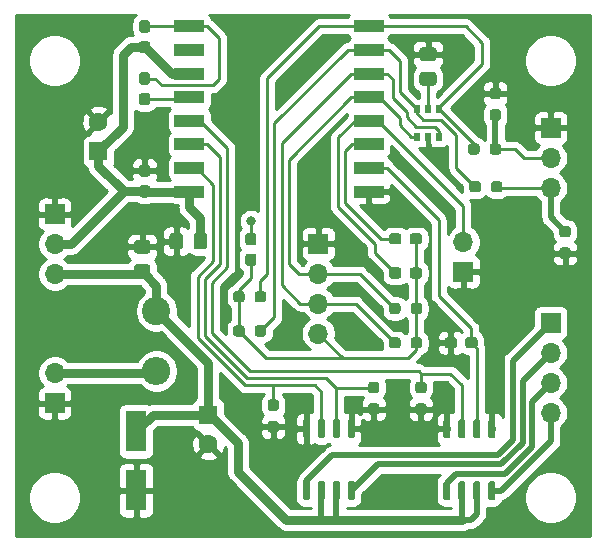
<source format=gbr>
G04 #@! TF.GenerationSoftware,KiCad,Pcbnew,(5.1.12)-1*
G04 #@! TF.CreationDate,2022-11-12T20:16:50+02:00*
G04 #@! TF.ProjectId,MagicLightsPCBNeo,4d616769-634c-4696-9768-74735043424e,rev?*
G04 #@! TF.SameCoordinates,Original*
G04 #@! TF.FileFunction,Copper,L1,Top*
G04 #@! TF.FilePolarity,Positive*
%FSLAX46Y46*%
G04 Gerber Fmt 4.6, Leading zero omitted, Abs format (unit mm)*
G04 Created by KiCad (PCBNEW (5.1.12)-1) date 2022-11-12 20:16:50*
%MOMM*%
%LPD*%
G01*
G04 APERTURE LIST*
G04 #@! TA.AperFunction,ComponentPad*
%ADD10R,1.700000X1.700000*%
G04 #@! TD*
G04 #@! TA.AperFunction,ComponentPad*
%ADD11O,1.700000X1.700000*%
G04 #@! TD*
G04 #@! TA.AperFunction,SMDPad,CuDef*
%ADD12R,2.500000X1.000000*%
G04 #@! TD*
G04 #@! TA.AperFunction,ComponentPad*
%ADD13O,2.400000X2.400000*%
G04 #@! TD*
G04 #@! TA.AperFunction,ComponentPad*
%ADD14C,2.400000*%
G04 #@! TD*
G04 #@! TA.AperFunction,ComponentPad*
%ADD15R,1.600000X1.600000*%
G04 #@! TD*
G04 #@! TA.AperFunction,ComponentPad*
%ADD16C,1.600000*%
G04 #@! TD*
G04 #@! TA.AperFunction,SMDPad,CuDef*
%ADD17R,1.800000X3.500000*%
G04 #@! TD*
G04 #@! TA.AperFunction,SMDPad,CuDef*
%ADD18R,0.510000X0.700000*%
G04 #@! TD*
G04 #@! TA.AperFunction,ViaPad*
%ADD19C,0.800000*%
G04 #@! TD*
G04 #@! TA.AperFunction,Conductor*
%ADD20C,0.250000*%
G04 #@! TD*
G04 #@! TA.AperFunction,Conductor*
%ADD21C,0.750000*%
G04 #@! TD*
G04 #@! TA.AperFunction,Conductor*
%ADD22C,0.500000*%
G04 #@! TD*
G04 #@! TA.AperFunction,Conductor*
%ADD23C,0.254000*%
G04 #@! TD*
G04 #@! TA.AperFunction,Conductor*
%ADD24C,0.100000*%
G04 #@! TD*
G04 APERTURE END LIST*
G04 #@! TA.AperFunction,SMDPad,CuDef*
G36*
G01*
X44900000Y-65662500D02*
X44900000Y-66137500D01*
G75*
G02*
X44662500Y-66375000I-237500J0D01*
G01*
X44162500Y-66375000D01*
G75*
G02*
X43925000Y-66137500I0J237500D01*
G01*
X43925000Y-65662500D01*
G75*
G02*
X44162500Y-65425000I237500J0D01*
G01*
X44662500Y-65425000D01*
G75*
G02*
X44900000Y-65662500I0J-237500D01*
G01*
G37*
G04 #@! TD.AperFunction*
G04 #@! TA.AperFunction,SMDPad,CuDef*
G36*
G01*
X43075000Y-65662500D02*
X43075000Y-66137500D01*
G75*
G02*
X42837500Y-66375000I-237500J0D01*
G01*
X42337500Y-66375000D01*
G75*
G02*
X42100000Y-66137500I0J237500D01*
G01*
X42100000Y-65662500D01*
G75*
G02*
X42337500Y-65425000I237500J0D01*
G01*
X42837500Y-65425000D01*
G75*
G02*
X43075000Y-65662500I0J-237500D01*
G01*
G37*
G04 #@! TD.AperFunction*
G04 #@! TA.AperFunction,SMDPad,CuDef*
G36*
G01*
X37850000Y-57849999D02*
X37850000Y-58750001D01*
G75*
G02*
X37600001Y-59000000I-249999J0D01*
G01*
X36949999Y-59000000D01*
G75*
G02*
X36700000Y-58750001I0J249999D01*
G01*
X36700000Y-57849999D01*
G75*
G02*
X36949999Y-57600000I249999J0D01*
G01*
X37600001Y-57600000D01*
G75*
G02*
X37850000Y-57849999I0J-249999D01*
G01*
G37*
G04 #@! TD.AperFunction*
G04 #@! TA.AperFunction,SMDPad,CuDef*
G36*
G01*
X39900000Y-57849999D02*
X39900000Y-58750001D01*
G75*
G02*
X39650001Y-59000000I-249999J0D01*
G01*
X38999999Y-59000000D01*
G75*
G02*
X38750000Y-58750001I0J249999D01*
G01*
X38750000Y-57849999D01*
G75*
G02*
X38999999Y-57600000I249999J0D01*
G01*
X39650001Y-57600000D01*
G75*
G02*
X39900000Y-57849999I0J-249999D01*
G01*
G37*
G04 #@! TD.AperFunction*
G04 #@! TA.AperFunction,SMDPad,CuDef*
G36*
G01*
X34837500Y-42400000D02*
X34362500Y-42400000D01*
G75*
G02*
X34125000Y-42162500I0J237500D01*
G01*
X34125000Y-41587500D01*
G75*
G02*
X34362500Y-41350000I237500J0D01*
G01*
X34837500Y-41350000D01*
G75*
G02*
X35075000Y-41587500I0J-237500D01*
G01*
X35075000Y-42162500D01*
G75*
G02*
X34837500Y-42400000I-237500J0D01*
G01*
G37*
G04 #@! TD.AperFunction*
G04 #@! TA.AperFunction,SMDPad,CuDef*
G36*
G01*
X34837500Y-40650000D02*
X34362500Y-40650000D01*
G75*
G02*
X34125000Y-40412500I0J237500D01*
G01*
X34125000Y-39837500D01*
G75*
G02*
X34362500Y-39600000I237500J0D01*
G01*
X34837500Y-39600000D01*
G75*
G02*
X35075000Y-39837500I0J-237500D01*
G01*
X35075000Y-40412500D01*
G75*
G02*
X34837500Y-40650000I-237500J0D01*
G01*
G37*
G04 #@! TD.AperFunction*
D10*
X49300000Y-58500000D03*
D11*
X49300000Y-61040000D03*
X49300000Y-63580000D03*
X49300000Y-66120000D03*
G04 #@! TA.AperFunction,SMDPad,CuDef*
G36*
G01*
X62800000Y-66662500D02*
X62800000Y-67137500D01*
G75*
G02*
X62562500Y-67375000I-237500J0D01*
G01*
X61987500Y-67375000D01*
G75*
G02*
X61750000Y-67137500I0J237500D01*
G01*
X61750000Y-66662500D01*
G75*
G02*
X61987500Y-66425000I237500J0D01*
G01*
X62562500Y-66425000D01*
G75*
G02*
X62800000Y-66662500I0J-237500D01*
G01*
G37*
G04 #@! TD.AperFunction*
G04 #@! TA.AperFunction,SMDPad,CuDef*
G36*
G01*
X61050000Y-66662500D02*
X61050000Y-67137500D01*
G75*
G02*
X60812500Y-67375000I-237500J0D01*
G01*
X60237500Y-67375000D01*
G75*
G02*
X60000000Y-67137500I0J237500D01*
G01*
X60000000Y-66662500D01*
G75*
G02*
X60237500Y-66425000I237500J0D01*
G01*
X60812500Y-66425000D01*
G75*
G02*
X61050000Y-66662500I0J-237500D01*
G01*
G37*
G04 #@! TD.AperFunction*
G04 #@! TA.AperFunction,SMDPad,CuDef*
G36*
G01*
X34850001Y-61400000D02*
X33949999Y-61400000D01*
G75*
G02*
X33700000Y-61150001I0J249999D01*
G01*
X33700000Y-60499999D01*
G75*
G02*
X33949999Y-60250000I249999J0D01*
G01*
X34850001Y-60250000D01*
G75*
G02*
X35100000Y-60499999I0J-249999D01*
G01*
X35100000Y-61150001D01*
G75*
G02*
X34850001Y-61400000I-249999J0D01*
G01*
G37*
G04 #@! TD.AperFunction*
G04 #@! TA.AperFunction,SMDPad,CuDef*
G36*
G01*
X34850001Y-59350000D02*
X33949999Y-59350000D01*
G75*
G02*
X33700000Y-59100001I0J249999D01*
G01*
X33700000Y-58449999D01*
G75*
G02*
X33949999Y-58200000I249999J0D01*
G01*
X34850001Y-58200000D01*
G75*
G02*
X35100000Y-58449999I0J-249999D01*
G01*
X35100000Y-59100001D01*
G75*
G02*
X34850001Y-59350000I-249999J0D01*
G01*
G37*
G04 #@! TD.AperFunction*
D10*
X69000000Y-48700000D03*
D11*
X69000000Y-51240000D03*
X69000000Y-53780000D03*
D12*
X53600000Y-40100000D03*
X53600000Y-42100000D03*
X53600000Y-44100000D03*
X53600000Y-46100000D03*
X53600000Y-48100000D03*
X53600000Y-50100000D03*
X53600000Y-52100000D03*
X53600000Y-54100000D03*
X38400000Y-54100000D03*
X38400000Y-52100000D03*
X38400000Y-50100000D03*
X38400000Y-48100000D03*
X38400000Y-46100000D03*
X38400000Y-44100000D03*
X38400000Y-42100000D03*
X38400000Y-40100000D03*
D13*
X35600000Y-69280000D03*
D14*
X35600000Y-64200000D03*
G04 #@! TA.AperFunction,SMDPad,CuDef*
G36*
G01*
X55300000Y-58337500D02*
X55300000Y-57862500D01*
G75*
G02*
X55537500Y-57625000I237500J0D01*
G01*
X56112500Y-57625000D01*
G75*
G02*
X56350000Y-57862500I0J-237500D01*
G01*
X56350000Y-58337500D01*
G75*
G02*
X56112500Y-58575000I-237500J0D01*
G01*
X55537500Y-58575000D01*
G75*
G02*
X55300000Y-58337500I0J237500D01*
G01*
G37*
G04 #@! TD.AperFunction*
G04 #@! TA.AperFunction,SMDPad,CuDef*
G36*
G01*
X57050000Y-58337500D02*
X57050000Y-57862500D01*
G75*
G02*
X57287500Y-57625000I237500J0D01*
G01*
X57862500Y-57625000D01*
G75*
G02*
X58100000Y-57862500I0J-237500D01*
G01*
X58100000Y-58337500D01*
G75*
G02*
X57862500Y-58575000I-237500J0D01*
G01*
X57287500Y-58575000D01*
G75*
G02*
X57050000Y-58337500I0J237500D01*
G01*
G37*
G04 #@! TD.AperFunction*
G04 #@! TA.AperFunction,SMDPad,CuDef*
G36*
G01*
X57050000Y-61237500D02*
X57050000Y-60762500D01*
G75*
G02*
X57287500Y-60525000I237500J0D01*
G01*
X57862500Y-60525000D01*
G75*
G02*
X58100000Y-60762500I0J-237500D01*
G01*
X58100000Y-61237500D01*
G75*
G02*
X57862500Y-61475000I-237500J0D01*
G01*
X57287500Y-61475000D01*
G75*
G02*
X57050000Y-61237500I0J237500D01*
G01*
G37*
G04 #@! TD.AperFunction*
G04 #@! TA.AperFunction,SMDPad,CuDef*
G36*
G01*
X55300000Y-61237500D02*
X55300000Y-60762500D01*
G75*
G02*
X55537500Y-60525000I237500J0D01*
G01*
X56112500Y-60525000D01*
G75*
G02*
X56350000Y-60762500I0J-237500D01*
G01*
X56350000Y-61237500D01*
G75*
G02*
X56112500Y-61475000I-237500J0D01*
G01*
X55537500Y-61475000D01*
G75*
G02*
X55300000Y-61237500I0J237500D01*
G01*
G37*
G04 #@! TD.AperFunction*
D15*
X30700000Y-50700000D03*
D16*
X30700000Y-48200000D03*
X40000000Y-75500000D03*
D15*
X40000000Y-73000000D03*
D11*
X27000000Y-61080000D03*
X27000000Y-58540000D03*
D10*
X27000000Y-56000000D03*
X27000000Y-72000000D03*
D11*
X27000000Y-69460000D03*
G04 #@! TA.AperFunction,SMDPad,CuDef*
G36*
G01*
X34362500Y-45750000D02*
X34837500Y-45750000D01*
G75*
G02*
X35075000Y-45987500I0J-237500D01*
G01*
X35075000Y-46562500D01*
G75*
G02*
X34837500Y-46800000I-237500J0D01*
G01*
X34362500Y-46800000D01*
G75*
G02*
X34125000Y-46562500I0J237500D01*
G01*
X34125000Y-45987500D01*
G75*
G02*
X34362500Y-45750000I237500J0D01*
G01*
G37*
G04 #@! TD.AperFunction*
G04 #@! TA.AperFunction,SMDPad,CuDef*
G36*
G01*
X34362500Y-44000000D02*
X34837500Y-44000000D01*
G75*
G02*
X35075000Y-44237500I0J-237500D01*
G01*
X35075000Y-44812500D01*
G75*
G02*
X34837500Y-45050000I-237500J0D01*
G01*
X34362500Y-45050000D01*
G75*
G02*
X34125000Y-44812500I0J237500D01*
G01*
X34125000Y-44237500D01*
G75*
G02*
X34362500Y-44000000I237500J0D01*
G01*
G37*
G04 #@! TD.AperFunction*
G04 #@! TA.AperFunction,SMDPad,CuDef*
G36*
G01*
X34837500Y-52850000D02*
X34362500Y-52850000D01*
G75*
G02*
X34125000Y-52612500I0J237500D01*
G01*
X34125000Y-52037500D01*
G75*
G02*
X34362500Y-51800000I237500J0D01*
G01*
X34837500Y-51800000D01*
G75*
G02*
X35075000Y-52037500I0J-237500D01*
G01*
X35075000Y-52612500D01*
G75*
G02*
X34837500Y-52850000I-237500J0D01*
G01*
G37*
G04 #@! TD.AperFunction*
G04 #@! TA.AperFunction,SMDPad,CuDef*
G36*
G01*
X34837500Y-54600000D02*
X34362500Y-54600000D01*
G75*
G02*
X34125000Y-54362500I0J237500D01*
G01*
X34125000Y-53787500D01*
G75*
G02*
X34362500Y-53550000I237500J0D01*
G01*
X34837500Y-53550000D01*
G75*
G02*
X35075000Y-53787500I0J-237500D01*
G01*
X35075000Y-54362500D01*
G75*
G02*
X34837500Y-54600000I-237500J0D01*
G01*
G37*
G04 #@! TD.AperFunction*
D17*
X33900000Y-79400000D03*
X33900000Y-74400000D03*
G04 #@! TA.AperFunction,SMDPad,CuDef*
G36*
G01*
X59075000Y-45125000D02*
X58125000Y-45125000D01*
G75*
G02*
X57875000Y-44875000I0J250000D01*
G01*
X57875000Y-44200000D01*
G75*
G02*
X58125000Y-43950000I250000J0D01*
G01*
X59075000Y-43950000D01*
G75*
G02*
X59325000Y-44200000I0J-250000D01*
G01*
X59325000Y-44875000D01*
G75*
G02*
X59075000Y-45125000I-250000J0D01*
G01*
G37*
G04 #@! TD.AperFunction*
G04 #@! TA.AperFunction,SMDPad,CuDef*
G36*
G01*
X59075000Y-43050000D02*
X58125000Y-43050000D01*
G75*
G02*
X57875000Y-42800000I0J250000D01*
G01*
X57875000Y-42125000D01*
G75*
G02*
X58125000Y-41875000I250000J0D01*
G01*
X59075000Y-41875000D01*
G75*
G02*
X59325000Y-42125000I0J-250000D01*
G01*
X59325000Y-42800000D01*
G75*
G02*
X59075000Y-43050000I-250000J0D01*
G01*
G37*
G04 #@! TD.AperFunction*
G04 #@! TA.AperFunction,SMDPad,CuDef*
G36*
G01*
X43362500Y-57600000D02*
X43837500Y-57600000D01*
G75*
G02*
X44075000Y-57837500I0J-237500D01*
G01*
X44075000Y-58412500D01*
G75*
G02*
X43837500Y-58650000I-237500J0D01*
G01*
X43362500Y-58650000D01*
G75*
G02*
X43125000Y-58412500I0J237500D01*
G01*
X43125000Y-57837500D01*
G75*
G02*
X43362500Y-57600000I237500J0D01*
G01*
G37*
G04 #@! TD.AperFunction*
G04 #@! TA.AperFunction,SMDPad,CuDef*
G36*
G01*
X43362500Y-59350000D02*
X43837500Y-59350000D01*
G75*
G02*
X44075000Y-59587500I0J-237500D01*
G01*
X44075000Y-60162500D01*
G75*
G02*
X43837500Y-60400000I-237500J0D01*
G01*
X43362500Y-60400000D01*
G75*
G02*
X43125000Y-60162500I0J237500D01*
G01*
X43125000Y-59587500D01*
G75*
G02*
X43362500Y-59350000I237500J0D01*
G01*
G37*
G04 #@! TD.AperFunction*
D10*
X61600000Y-60900000D03*
D11*
X61600000Y-58360000D03*
G04 #@! TA.AperFunction,SMDPad,CuDef*
G36*
G01*
X44900000Y-62762500D02*
X44900000Y-63237500D01*
G75*
G02*
X44662500Y-63475000I-237500J0D01*
G01*
X44162500Y-63475000D01*
G75*
G02*
X43925000Y-63237500I0J237500D01*
G01*
X43925000Y-62762500D01*
G75*
G02*
X44162500Y-62525000I237500J0D01*
G01*
X44662500Y-62525000D01*
G75*
G02*
X44900000Y-62762500I0J-237500D01*
G01*
G37*
G04 #@! TD.AperFunction*
G04 #@! TA.AperFunction,SMDPad,CuDef*
G36*
G01*
X43075000Y-62762500D02*
X43075000Y-63237500D01*
G75*
G02*
X42837500Y-63475000I-237500J0D01*
G01*
X42337500Y-63475000D01*
G75*
G02*
X42100000Y-63237500I0J237500D01*
G01*
X42100000Y-62762500D01*
G75*
G02*
X42337500Y-62525000I237500J0D01*
G01*
X42837500Y-62525000D01*
G75*
G02*
X43075000Y-62762500I0J-237500D01*
G01*
G37*
G04 #@! TD.AperFunction*
G04 #@! TA.AperFunction,SMDPad,CuDef*
G36*
G01*
X62100000Y-53937500D02*
X62100000Y-53462500D01*
G75*
G02*
X62337500Y-53225000I237500J0D01*
G01*
X62837500Y-53225000D01*
G75*
G02*
X63075000Y-53462500I0J-237500D01*
G01*
X63075000Y-53937500D01*
G75*
G02*
X62837500Y-54175000I-237500J0D01*
G01*
X62337500Y-54175000D01*
G75*
G02*
X62100000Y-53937500I0J237500D01*
G01*
G37*
G04 #@! TD.AperFunction*
G04 #@! TA.AperFunction,SMDPad,CuDef*
G36*
G01*
X63925000Y-53937500D02*
X63925000Y-53462500D01*
G75*
G02*
X64162500Y-53225000I237500J0D01*
G01*
X64662500Y-53225000D01*
G75*
G02*
X64900000Y-53462500I0J-237500D01*
G01*
X64900000Y-53937500D01*
G75*
G02*
X64662500Y-54175000I-237500J0D01*
G01*
X64162500Y-54175000D01*
G75*
G02*
X63925000Y-53937500I0J237500D01*
G01*
G37*
G04 #@! TD.AperFunction*
G04 #@! TA.AperFunction,SMDPad,CuDef*
G36*
G01*
X63825000Y-50737500D02*
X63825000Y-50262500D01*
G75*
G02*
X64062500Y-50025000I237500J0D01*
G01*
X64562500Y-50025000D01*
G75*
G02*
X64800000Y-50262500I0J-237500D01*
G01*
X64800000Y-50737500D01*
G75*
G02*
X64562500Y-50975000I-237500J0D01*
G01*
X64062500Y-50975000D01*
G75*
G02*
X63825000Y-50737500I0J237500D01*
G01*
G37*
G04 #@! TD.AperFunction*
G04 #@! TA.AperFunction,SMDPad,CuDef*
G36*
G01*
X62000000Y-50737500D02*
X62000000Y-50262500D01*
G75*
G02*
X62237500Y-50025000I237500J0D01*
G01*
X62737500Y-50025000D01*
G75*
G02*
X62975000Y-50262500I0J-237500D01*
G01*
X62975000Y-50737500D01*
G75*
G02*
X62737500Y-50975000I-237500J0D01*
G01*
X62237500Y-50975000D01*
G75*
G02*
X62000000Y-50737500I0J237500D01*
G01*
G37*
G04 #@! TD.AperFunction*
G04 #@! TA.AperFunction,SMDPad,CuDef*
G36*
G01*
X70437500Y-59800000D02*
X69962500Y-59800000D01*
G75*
G02*
X69725000Y-59562500I0J237500D01*
G01*
X69725000Y-59062500D01*
G75*
G02*
X69962500Y-58825000I237500J0D01*
G01*
X70437500Y-58825000D01*
G75*
G02*
X70675000Y-59062500I0J-237500D01*
G01*
X70675000Y-59562500D01*
G75*
G02*
X70437500Y-59800000I-237500J0D01*
G01*
G37*
G04 #@! TD.AperFunction*
G04 #@! TA.AperFunction,SMDPad,CuDef*
G36*
G01*
X70437500Y-57975000D02*
X69962500Y-57975000D01*
G75*
G02*
X69725000Y-57737500I0J237500D01*
G01*
X69725000Y-57237500D01*
G75*
G02*
X69962500Y-57000000I237500J0D01*
G01*
X70437500Y-57000000D01*
G75*
G02*
X70675000Y-57237500I0J-237500D01*
G01*
X70675000Y-57737500D01*
G75*
G02*
X70437500Y-57975000I-237500J0D01*
G01*
G37*
G04 #@! TD.AperFunction*
G04 #@! TA.AperFunction,SMDPad,CuDef*
G36*
G01*
X64062500Y-47125000D02*
X64537500Y-47125000D01*
G75*
G02*
X64775000Y-47362500I0J-237500D01*
G01*
X64775000Y-47862500D01*
G75*
G02*
X64537500Y-48100000I-237500J0D01*
G01*
X64062500Y-48100000D01*
G75*
G02*
X63825000Y-47862500I0J237500D01*
G01*
X63825000Y-47362500D01*
G75*
G02*
X64062500Y-47125000I237500J0D01*
G01*
G37*
G04 #@! TD.AperFunction*
G04 #@! TA.AperFunction,SMDPad,CuDef*
G36*
G01*
X64062500Y-45300000D02*
X64537500Y-45300000D01*
G75*
G02*
X64775000Y-45537500I0J-237500D01*
G01*
X64775000Y-46037500D01*
G75*
G02*
X64537500Y-46275000I-237500J0D01*
G01*
X64062500Y-46275000D01*
G75*
G02*
X63825000Y-46037500I0J237500D01*
G01*
X63825000Y-45537500D01*
G75*
G02*
X64062500Y-45300000I237500J0D01*
G01*
G37*
G04 #@! TD.AperFunction*
D18*
X57650000Y-49460000D03*
X58600000Y-49460000D03*
X59550000Y-49460000D03*
X59550000Y-47140000D03*
X58600000Y-47140000D03*
X57650000Y-47140000D03*
G04 #@! TA.AperFunction,SMDPad,CuDef*
G36*
G01*
X57125000Y-64237500D02*
X57125000Y-63762500D01*
G75*
G02*
X57362500Y-63525000I237500J0D01*
G01*
X57862500Y-63525000D01*
G75*
G02*
X58100000Y-63762500I0J-237500D01*
G01*
X58100000Y-64237500D01*
G75*
G02*
X57862500Y-64475000I-237500J0D01*
G01*
X57362500Y-64475000D01*
G75*
G02*
X57125000Y-64237500I0J237500D01*
G01*
G37*
G04 #@! TD.AperFunction*
G04 #@! TA.AperFunction,SMDPad,CuDef*
G36*
G01*
X55300000Y-64237500D02*
X55300000Y-63762500D01*
G75*
G02*
X55537500Y-63525000I237500J0D01*
G01*
X56037500Y-63525000D01*
G75*
G02*
X56275000Y-63762500I0J-237500D01*
G01*
X56275000Y-64237500D01*
G75*
G02*
X56037500Y-64475000I-237500J0D01*
G01*
X55537500Y-64475000D01*
G75*
G02*
X55300000Y-64237500I0J237500D01*
G01*
G37*
G04 #@! TD.AperFunction*
G04 #@! TA.AperFunction,SMDPad,CuDef*
G36*
G01*
X55300000Y-67137500D02*
X55300000Y-66662500D01*
G75*
G02*
X55537500Y-66425000I237500J0D01*
G01*
X56037500Y-66425000D01*
G75*
G02*
X56275000Y-66662500I0J-237500D01*
G01*
X56275000Y-67137500D01*
G75*
G02*
X56037500Y-67375000I-237500J0D01*
G01*
X55537500Y-67375000D01*
G75*
G02*
X55300000Y-67137500I0J237500D01*
G01*
G37*
G04 #@! TD.AperFunction*
G04 #@! TA.AperFunction,SMDPad,CuDef*
G36*
G01*
X57125000Y-67137500D02*
X57125000Y-66662500D01*
G75*
G02*
X57362500Y-66425000I237500J0D01*
G01*
X57862500Y-66425000D01*
G75*
G02*
X58100000Y-66662500I0J-237500D01*
G01*
X58100000Y-67137500D01*
G75*
G02*
X57862500Y-67375000I-237500J0D01*
G01*
X57362500Y-67375000D01*
G75*
G02*
X57125000Y-67137500I0J237500D01*
G01*
G37*
G04 #@! TD.AperFunction*
D10*
X69000000Y-65200000D03*
D11*
X69000000Y-67740000D03*
X69000000Y-70280000D03*
X69000000Y-72820000D03*
G04 #@! TA.AperFunction,SMDPad,CuDef*
G36*
G01*
X48445000Y-75000000D02*
X48145000Y-75000000D01*
G75*
G02*
X47995000Y-74850000I0J150000D01*
G01*
X47995000Y-73500000D01*
G75*
G02*
X48145000Y-73350000I150000J0D01*
G01*
X48445000Y-73350000D01*
G75*
G02*
X48595000Y-73500000I0J-150000D01*
G01*
X48595000Y-74850000D01*
G75*
G02*
X48445000Y-75000000I-150000J0D01*
G01*
G37*
G04 #@! TD.AperFunction*
G04 #@! TA.AperFunction,SMDPad,CuDef*
G36*
G01*
X49715000Y-75000000D02*
X49415000Y-75000000D01*
G75*
G02*
X49265000Y-74850000I0J150000D01*
G01*
X49265000Y-73500000D01*
G75*
G02*
X49415000Y-73350000I150000J0D01*
G01*
X49715000Y-73350000D01*
G75*
G02*
X49865000Y-73500000I0J-150000D01*
G01*
X49865000Y-74850000D01*
G75*
G02*
X49715000Y-75000000I-150000J0D01*
G01*
G37*
G04 #@! TD.AperFunction*
G04 #@! TA.AperFunction,SMDPad,CuDef*
G36*
G01*
X50985000Y-75000000D02*
X50685000Y-75000000D01*
G75*
G02*
X50535000Y-74850000I0J150000D01*
G01*
X50535000Y-73500000D01*
G75*
G02*
X50685000Y-73350000I150000J0D01*
G01*
X50985000Y-73350000D01*
G75*
G02*
X51135000Y-73500000I0J-150000D01*
G01*
X51135000Y-74850000D01*
G75*
G02*
X50985000Y-75000000I-150000J0D01*
G01*
G37*
G04 #@! TD.AperFunction*
G04 #@! TA.AperFunction,SMDPad,CuDef*
G36*
G01*
X52255000Y-75000000D02*
X51955000Y-75000000D01*
G75*
G02*
X51805000Y-74850000I0J150000D01*
G01*
X51805000Y-73500000D01*
G75*
G02*
X51955000Y-73350000I150000J0D01*
G01*
X52255000Y-73350000D01*
G75*
G02*
X52405000Y-73500000I0J-150000D01*
G01*
X52405000Y-74850000D01*
G75*
G02*
X52255000Y-75000000I-150000J0D01*
G01*
G37*
G04 #@! TD.AperFunction*
G04 #@! TA.AperFunction,SMDPad,CuDef*
G36*
G01*
X52255000Y-80250000D02*
X51955000Y-80250000D01*
G75*
G02*
X51805000Y-80100000I0J150000D01*
G01*
X51805000Y-78750000D01*
G75*
G02*
X51955000Y-78600000I150000J0D01*
G01*
X52255000Y-78600000D01*
G75*
G02*
X52405000Y-78750000I0J-150000D01*
G01*
X52405000Y-80100000D01*
G75*
G02*
X52255000Y-80250000I-150000J0D01*
G01*
G37*
G04 #@! TD.AperFunction*
G04 #@! TA.AperFunction,SMDPad,CuDef*
G36*
G01*
X50985000Y-80250000D02*
X50685000Y-80250000D01*
G75*
G02*
X50535000Y-80100000I0J150000D01*
G01*
X50535000Y-78750000D01*
G75*
G02*
X50685000Y-78600000I150000J0D01*
G01*
X50985000Y-78600000D01*
G75*
G02*
X51135000Y-78750000I0J-150000D01*
G01*
X51135000Y-80100000D01*
G75*
G02*
X50985000Y-80250000I-150000J0D01*
G01*
G37*
G04 #@! TD.AperFunction*
G04 #@! TA.AperFunction,SMDPad,CuDef*
G36*
G01*
X49715000Y-80250000D02*
X49415000Y-80250000D01*
G75*
G02*
X49265000Y-80100000I0J150000D01*
G01*
X49265000Y-78750000D01*
G75*
G02*
X49415000Y-78600000I150000J0D01*
G01*
X49715000Y-78600000D01*
G75*
G02*
X49865000Y-78750000I0J-150000D01*
G01*
X49865000Y-80100000D01*
G75*
G02*
X49715000Y-80250000I-150000J0D01*
G01*
G37*
G04 #@! TD.AperFunction*
G04 #@! TA.AperFunction,SMDPad,CuDef*
G36*
G01*
X48445000Y-80250000D02*
X48145000Y-80250000D01*
G75*
G02*
X47995000Y-80100000I0J150000D01*
G01*
X47995000Y-78750000D01*
G75*
G02*
X48145000Y-78600000I150000J0D01*
G01*
X48445000Y-78600000D01*
G75*
G02*
X48595000Y-78750000I0J-150000D01*
G01*
X48595000Y-80100000D01*
G75*
G02*
X48445000Y-80250000I-150000J0D01*
G01*
G37*
G04 #@! TD.AperFunction*
G04 #@! TA.AperFunction,SMDPad,CuDef*
G36*
G01*
X60345000Y-80250000D02*
X60045000Y-80250000D01*
G75*
G02*
X59895000Y-80100000I0J150000D01*
G01*
X59895000Y-78750000D01*
G75*
G02*
X60045000Y-78600000I150000J0D01*
G01*
X60345000Y-78600000D01*
G75*
G02*
X60495000Y-78750000I0J-150000D01*
G01*
X60495000Y-80100000D01*
G75*
G02*
X60345000Y-80250000I-150000J0D01*
G01*
G37*
G04 #@! TD.AperFunction*
G04 #@! TA.AperFunction,SMDPad,CuDef*
G36*
G01*
X61615000Y-80250000D02*
X61315000Y-80250000D01*
G75*
G02*
X61165000Y-80100000I0J150000D01*
G01*
X61165000Y-78750000D01*
G75*
G02*
X61315000Y-78600000I150000J0D01*
G01*
X61615000Y-78600000D01*
G75*
G02*
X61765000Y-78750000I0J-150000D01*
G01*
X61765000Y-80100000D01*
G75*
G02*
X61615000Y-80250000I-150000J0D01*
G01*
G37*
G04 #@! TD.AperFunction*
G04 #@! TA.AperFunction,SMDPad,CuDef*
G36*
G01*
X62885000Y-80250000D02*
X62585000Y-80250000D01*
G75*
G02*
X62435000Y-80100000I0J150000D01*
G01*
X62435000Y-78750000D01*
G75*
G02*
X62585000Y-78600000I150000J0D01*
G01*
X62885000Y-78600000D01*
G75*
G02*
X63035000Y-78750000I0J-150000D01*
G01*
X63035000Y-80100000D01*
G75*
G02*
X62885000Y-80250000I-150000J0D01*
G01*
G37*
G04 #@! TD.AperFunction*
G04 #@! TA.AperFunction,SMDPad,CuDef*
G36*
G01*
X64155000Y-80250000D02*
X63855000Y-80250000D01*
G75*
G02*
X63705000Y-80100000I0J150000D01*
G01*
X63705000Y-78750000D01*
G75*
G02*
X63855000Y-78600000I150000J0D01*
G01*
X64155000Y-78600000D01*
G75*
G02*
X64305000Y-78750000I0J-150000D01*
G01*
X64305000Y-80100000D01*
G75*
G02*
X64155000Y-80250000I-150000J0D01*
G01*
G37*
G04 #@! TD.AperFunction*
G04 #@! TA.AperFunction,SMDPad,CuDef*
G36*
G01*
X64155000Y-75000000D02*
X63855000Y-75000000D01*
G75*
G02*
X63705000Y-74850000I0J150000D01*
G01*
X63705000Y-73500000D01*
G75*
G02*
X63855000Y-73350000I150000J0D01*
G01*
X64155000Y-73350000D01*
G75*
G02*
X64305000Y-73500000I0J-150000D01*
G01*
X64305000Y-74850000D01*
G75*
G02*
X64155000Y-75000000I-150000J0D01*
G01*
G37*
G04 #@! TD.AperFunction*
G04 #@! TA.AperFunction,SMDPad,CuDef*
G36*
G01*
X62885000Y-75000000D02*
X62585000Y-75000000D01*
G75*
G02*
X62435000Y-74850000I0J150000D01*
G01*
X62435000Y-73500000D01*
G75*
G02*
X62585000Y-73350000I150000J0D01*
G01*
X62885000Y-73350000D01*
G75*
G02*
X63035000Y-73500000I0J-150000D01*
G01*
X63035000Y-74850000D01*
G75*
G02*
X62885000Y-75000000I-150000J0D01*
G01*
G37*
G04 #@! TD.AperFunction*
G04 #@! TA.AperFunction,SMDPad,CuDef*
G36*
G01*
X61615000Y-75000000D02*
X61315000Y-75000000D01*
G75*
G02*
X61165000Y-74850000I0J150000D01*
G01*
X61165000Y-73500000D01*
G75*
G02*
X61315000Y-73350000I150000J0D01*
G01*
X61615000Y-73350000D01*
G75*
G02*
X61765000Y-73500000I0J-150000D01*
G01*
X61765000Y-74850000D01*
G75*
G02*
X61615000Y-75000000I-150000J0D01*
G01*
G37*
G04 #@! TD.AperFunction*
G04 #@! TA.AperFunction,SMDPad,CuDef*
G36*
G01*
X60345000Y-75000000D02*
X60045000Y-75000000D01*
G75*
G02*
X59895000Y-74850000I0J150000D01*
G01*
X59895000Y-73500000D01*
G75*
G02*
X60045000Y-73350000I150000J0D01*
G01*
X60345000Y-73350000D01*
G75*
G02*
X60495000Y-73500000I0J-150000D01*
G01*
X60495000Y-74850000D01*
G75*
G02*
X60345000Y-75000000I-150000J0D01*
G01*
G37*
G04 #@! TD.AperFunction*
G04 #@! TA.AperFunction,SMDPad,CuDef*
G36*
G01*
X57762500Y-70200000D02*
X58237500Y-70200000D01*
G75*
G02*
X58475000Y-70437500I0J-237500D01*
G01*
X58475000Y-70937500D01*
G75*
G02*
X58237500Y-71175000I-237500J0D01*
G01*
X57762500Y-71175000D01*
G75*
G02*
X57525000Y-70937500I0J237500D01*
G01*
X57525000Y-70437500D01*
G75*
G02*
X57762500Y-70200000I237500J0D01*
G01*
G37*
G04 #@! TD.AperFunction*
G04 #@! TA.AperFunction,SMDPad,CuDef*
G36*
G01*
X57762500Y-72025000D02*
X58237500Y-72025000D01*
G75*
G02*
X58475000Y-72262500I0J-237500D01*
G01*
X58475000Y-72762500D01*
G75*
G02*
X58237500Y-73000000I-237500J0D01*
G01*
X57762500Y-73000000D01*
G75*
G02*
X57525000Y-72762500I0J237500D01*
G01*
X57525000Y-72262500D01*
G75*
G02*
X57762500Y-72025000I237500J0D01*
G01*
G37*
G04 #@! TD.AperFunction*
G04 #@! TA.AperFunction,SMDPad,CuDef*
G36*
G01*
X45262500Y-73525000D02*
X45737500Y-73525000D01*
G75*
G02*
X45975000Y-73762500I0J-237500D01*
G01*
X45975000Y-74262500D01*
G75*
G02*
X45737500Y-74500000I-237500J0D01*
G01*
X45262500Y-74500000D01*
G75*
G02*
X45025000Y-74262500I0J237500D01*
G01*
X45025000Y-73762500D01*
G75*
G02*
X45262500Y-73525000I237500J0D01*
G01*
G37*
G04 #@! TD.AperFunction*
G04 #@! TA.AperFunction,SMDPad,CuDef*
G36*
G01*
X45262500Y-71700000D02*
X45737500Y-71700000D01*
G75*
G02*
X45975000Y-71937500I0J-237500D01*
G01*
X45975000Y-72437500D01*
G75*
G02*
X45737500Y-72675000I-237500J0D01*
G01*
X45262500Y-72675000D01*
G75*
G02*
X45025000Y-72437500I0J237500D01*
G01*
X45025000Y-71937500D01*
G75*
G02*
X45262500Y-71700000I237500J0D01*
G01*
G37*
G04 #@! TD.AperFunction*
G04 #@! TA.AperFunction,SMDPad,CuDef*
G36*
G01*
X53762500Y-70200000D02*
X54237500Y-70200000D01*
G75*
G02*
X54475000Y-70437500I0J-237500D01*
G01*
X54475000Y-70937500D01*
G75*
G02*
X54237500Y-71175000I-237500J0D01*
G01*
X53762500Y-71175000D01*
G75*
G02*
X53525000Y-70937500I0J237500D01*
G01*
X53525000Y-70437500D01*
G75*
G02*
X53762500Y-70200000I237500J0D01*
G01*
G37*
G04 #@! TD.AperFunction*
G04 #@! TA.AperFunction,SMDPad,CuDef*
G36*
G01*
X53762500Y-72025000D02*
X54237500Y-72025000D01*
G75*
G02*
X54475000Y-72262500I0J-237500D01*
G01*
X54475000Y-72762500D01*
G75*
G02*
X54237500Y-73000000I-237500J0D01*
G01*
X53762500Y-73000000D01*
G75*
G02*
X53525000Y-72762500I0J237500D01*
G01*
X53525000Y-72262500D01*
G75*
G02*
X53762500Y-72025000I237500J0D01*
G01*
G37*
G04 #@! TD.AperFunction*
D19*
X61400000Y-42300000D03*
X42800000Y-40700000D03*
X35200000Y-48800000D03*
X35200000Y-50000000D03*
X32600000Y-57100000D03*
X31700000Y-58000000D03*
X55800000Y-55600000D03*
X54900000Y-56400000D03*
X46800000Y-64500000D03*
X51600000Y-62400000D03*
X51800000Y-65500000D03*
X45000000Y-76400000D03*
X46200000Y-76400000D03*
X54300000Y-74500000D03*
X55600000Y-74500000D03*
X56900000Y-74500000D03*
X54900000Y-79500000D03*
X56200000Y-79500000D03*
X70700000Y-76000000D03*
X65100000Y-81500000D03*
X59500000Y-51200000D03*
X57800000Y-53100000D03*
X48000000Y-43800000D03*
X43200000Y-50700000D03*
X43600000Y-56600000D03*
X58600000Y-44537500D03*
D20*
X57612500Y-64000000D02*
X57612500Y-64712500D01*
X57575000Y-63962500D02*
X57612500Y-64000000D01*
X57575000Y-61000000D02*
X57575000Y-63962500D01*
X57575000Y-58100000D02*
X57575000Y-61000000D01*
D21*
X34625000Y-54100000D02*
X34600000Y-54075000D01*
X38400000Y-54100000D02*
X34625000Y-54100000D01*
X28360000Y-58540000D02*
X27000000Y-58540000D01*
X32825000Y-54075000D02*
X28360000Y-58540000D01*
X34600000Y-54075000D02*
X32825000Y-54075000D01*
X30700000Y-51950000D02*
X32825000Y-54075000D01*
X30700000Y-50700000D02*
X30700000Y-51950000D01*
D20*
X57612500Y-64712500D02*
X57612500Y-66900000D01*
D21*
X33425000Y-41875000D02*
X34600000Y-41875000D01*
X32800000Y-42500000D02*
X33425000Y-41875000D01*
X32800000Y-48600000D02*
X32800000Y-42500000D01*
X30700000Y-50700000D02*
X32800000Y-48600000D01*
X34600000Y-41875000D02*
X34675000Y-41875000D01*
X36900000Y-44100000D02*
X38400000Y-44100000D01*
X34675000Y-41875000D02*
X36900000Y-44100000D01*
D20*
X57612500Y-66900000D02*
X57612500Y-67487500D01*
X57612500Y-67487500D02*
X56900000Y-68200000D01*
X51380000Y-68200000D02*
X49300000Y-66120000D01*
X56900000Y-68200000D02*
X51380000Y-68200000D01*
X44887500Y-68200000D02*
X42587500Y-65900000D01*
X51380000Y-68200000D02*
X44887500Y-68200000D01*
X42587500Y-65900000D02*
X42587500Y-63000000D01*
X42587500Y-63000000D02*
X42587500Y-62412500D01*
X43600000Y-61400000D02*
X43600000Y-59875000D01*
X42587500Y-62412500D02*
X43600000Y-61400000D01*
D21*
X38400000Y-54100000D02*
X38400000Y-55400000D01*
X39325000Y-56325000D02*
X39325000Y-58300000D01*
X38400000Y-55400000D02*
X39325000Y-56325000D01*
X35600000Y-64200000D02*
X40000000Y-68600000D01*
X35300000Y-73000000D02*
X33900000Y-74400000D01*
X40000000Y-73000000D02*
X35300000Y-73000000D01*
X40000000Y-69200000D02*
X40000000Y-73000000D01*
X40000000Y-68600000D02*
X40000000Y-69200000D01*
X35600000Y-62060000D02*
X34620000Y-61080000D01*
X35600000Y-64200000D02*
X35600000Y-62060000D01*
X32720000Y-61080000D02*
X34620000Y-61080000D01*
X27000000Y-61080000D02*
X32720000Y-61080000D01*
X40000000Y-73000000D02*
X40100000Y-73000000D01*
X40100000Y-73000000D02*
X42500000Y-75400000D01*
X42500000Y-75400000D02*
X42500000Y-77800000D01*
X42500000Y-77800000D02*
X46600000Y-81900000D01*
X61000000Y-81900000D02*
X61500000Y-81900000D01*
D22*
X49565000Y-81865000D02*
X49600000Y-81900000D01*
X49565000Y-79425000D02*
X49565000Y-81865000D01*
D21*
X46600000Y-81900000D02*
X49600000Y-81900000D01*
D22*
X50835000Y-81835000D02*
X50900000Y-81900000D01*
X50835000Y-79425000D02*
X50835000Y-81835000D01*
D21*
X50900000Y-81900000D02*
X61000000Y-81900000D01*
X49600000Y-81900000D02*
X50900000Y-81900000D01*
D22*
X61465000Y-81865000D02*
X61500000Y-81900000D01*
X61465000Y-79425000D02*
X61465000Y-81865000D01*
X61465000Y-81865000D02*
X62235000Y-81865000D01*
X62735000Y-81365000D02*
X62735000Y-79425000D01*
X62235000Y-81865000D02*
X62735000Y-81365000D01*
D20*
X53600000Y-50100000D02*
X52200000Y-50100000D01*
X52200000Y-50100000D02*
X51600000Y-50700000D01*
X51600000Y-50700000D02*
X51600000Y-55100000D01*
X54600000Y-58100000D02*
X55825000Y-58100000D01*
X51600000Y-55100000D02*
X54600000Y-58100000D01*
X34625000Y-40100000D02*
X34600000Y-40125000D01*
X38400000Y-40100000D02*
X34625000Y-40100000D01*
X34600000Y-44525000D02*
X35525000Y-44525000D01*
X35525000Y-44525000D02*
X36100000Y-45100000D01*
X36100000Y-45100000D02*
X40400000Y-45100000D01*
X40400000Y-45100000D02*
X40900000Y-44600000D01*
X40900000Y-44600000D02*
X40900000Y-41100000D01*
X39900000Y-40100000D02*
X38400000Y-40100000D01*
X40900000Y-41100000D02*
X39900000Y-40100000D01*
X38225000Y-46275000D02*
X38400000Y-46100000D01*
X34600000Y-46275000D02*
X38225000Y-46275000D01*
D21*
X35420000Y-69460000D02*
X35600000Y-69280000D01*
X27000000Y-69460000D02*
X35420000Y-69460000D01*
D20*
X53600000Y-48100000D02*
X52400000Y-48100000D01*
X52400000Y-48100000D02*
X51000000Y-49500000D01*
X51000000Y-49500000D02*
X51000000Y-55400000D01*
X51000000Y-55400000D02*
X54100000Y-58500000D01*
X54100000Y-59275000D02*
X55825000Y-61000000D01*
X54100000Y-58500000D02*
X54100000Y-59275000D01*
X61600000Y-55300000D02*
X61600000Y-58360000D01*
X54400000Y-48100000D02*
X61600000Y-55300000D01*
X53600000Y-48100000D02*
X54400000Y-48100000D01*
X55300000Y-42100000D02*
X53600000Y-42100000D01*
X56200000Y-43000000D02*
X55300000Y-42100000D01*
X56200000Y-45690000D02*
X57650000Y-47140000D01*
X56200000Y-43000000D02*
X56200000Y-45690000D01*
X61000000Y-52112500D02*
X62587500Y-53700000D01*
X61000000Y-49300000D02*
X61000000Y-52112500D01*
X59700000Y-48000000D02*
X61000000Y-49300000D01*
X58200000Y-48000000D02*
X59700000Y-48000000D01*
X57650000Y-47450000D02*
X58200000Y-48000000D01*
X57650000Y-47140000D02*
X57650000Y-47450000D01*
X45600000Y-64712500D02*
X44412500Y-65900000D01*
X45600000Y-48300000D02*
X45600000Y-64712500D01*
X51800000Y-42100000D02*
X45600000Y-48300000D01*
X53600000Y-42100000D02*
X51800000Y-42100000D01*
X62487500Y-50077500D02*
X59550000Y-47140000D01*
X62487500Y-50500000D02*
X62487500Y-50077500D01*
X59600000Y-40100000D02*
X53600000Y-40100000D01*
X61800000Y-40100000D02*
X59600000Y-40100000D01*
X63200000Y-41500000D02*
X61800000Y-40100000D01*
X63200000Y-43300000D02*
X63200000Y-41500000D01*
X59550000Y-46950000D02*
X63200000Y-43300000D01*
X59550000Y-47140000D02*
X59550000Y-46950000D01*
X49400000Y-40100000D02*
X53600000Y-40100000D01*
X45000000Y-44500000D02*
X49400000Y-40100000D01*
X45000000Y-61100000D02*
X45000000Y-44500000D01*
X44412500Y-61687500D02*
X45000000Y-61100000D01*
X44412500Y-63000000D02*
X44412500Y-61687500D01*
X58600000Y-44537500D02*
X58600000Y-47140000D01*
X43600000Y-58125000D02*
X43600000Y-56600000D01*
D22*
X64300000Y-50487500D02*
X64312500Y-50500000D01*
X64300000Y-47612500D02*
X64300000Y-50487500D01*
D20*
X69000000Y-51240000D02*
X66740000Y-51240000D01*
X66000000Y-50500000D02*
X64312500Y-50500000D01*
X66740000Y-51240000D02*
X66000000Y-50500000D01*
X52100000Y-44100000D02*
X46200000Y-50000000D01*
X53600000Y-44100000D02*
X52100000Y-44100000D01*
X46200000Y-50000000D02*
X46200000Y-62000000D01*
X47780000Y-63580000D02*
X49300000Y-63580000D01*
X46200000Y-62000000D02*
X47780000Y-63580000D01*
X52467500Y-63580000D02*
X55787500Y-66900000D01*
X49300000Y-63580000D02*
X52467500Y-63580000D01*
X59550000Y-48950000D02*
X59550000Y-49460000D01*
X59200000Y-48600000D02*
X59550000Y-48950000D01*
X57600000Y-48600000D02*
X59200000Y-48600000D01*
X56800000Y-47800000D02*
X57600000Y-48600000D01*
X55100000Y-44100000D02*
X55600000Y-44600000D01*
X53600000Y-44100000D02*
X55100000Y-44100000D01*
X55600000Y-44600000D02*
X55600000Y-46200000D01*
X56800000Y-47400000D02*
X56800000Y-47800000D01*
X55600000Y-46200000D02*
X56800000Y-47400000D01*
X46800000Y-51400000D02*
X46800000Y-60200000D01*
X47640000Y-61040000D02*
X49300000Y-61040000D01*
X52100000Y-46100000D02*
X46800000Y-51400000D01*
X46800000Y-60200000D02*
X47640000Y-61040000D01*
X53600000Y-46100000D02*
X52100000Y-46100000D01*
X52827500Y-61040000D02*
X49300000Y-61040000D01*
X55787500Y-64000000D02*
X52827500Y-61040000D01*
X53600000Y-46100000D02*
X54600000Y-46100000D01*
X54600000Y-46236410D02*
X56200000Y-47836410D01*
X54600000Y-46100000D02*
X54600000Y-46236410D01*
X56200000Y-47836410D02*
X56200000Y-48500000D01*
X57160000Y-49460000D02*
X57650000Y-49460000D01*
X56200000Y-48500000D02*
X57160000Y-49460000D01*
X64492500Y-53780000D02*
X64412500Y-53700000D01*
X69000000Y-53780000D02*
X64492500Y-53780000D01*
D22*
X69000000Y-56287500D02*
X70200000Y-57487500D01*
X69000000Y-53780000D02*
X69000000Y-56287500D01*
X48295000Y-78600000D02*
X50495000Y-76400000D01*
X48295000Y-79425000D02*
X48295000Y-78600000D01*
X50495000Y-76400000D02*
X64500000Y-76400000D01*
X64500000Y-76400000D02*
X65800000Y-75100000D01*
X65800000Y-68400000D02*
X69000000Y-65200000D01*
X65800000Y-75100000D02*
X65800000Y-68400000D01*
X52105000Y-79425000D02*
X54330000Y-77200000D01*
X54330000Y-77200000D02*
X64800000Y-77200000D01*
X64800000Y-77200000D02*
X66600000Y-75400000D01*
X66600000Y-70140000D02*
X69000000Y-67740000D01*
X66600000Y-75400000D02*
X66600000Y-70140000D01*
X60195000Y-79425000D02*
X60195000Y-78805000D01*
X60195000Y-78805000D02*
X61000000Y-78000000D01*
X61000000Y-78000000D02*
X65100000Y-78000000D01*
X65100000Y-78000000D02*
X67400000Y-75700000D01*
X67400000Y-71880000D02*
X69000000Y-70280000D01*
X67400000Y-75700000D02*
X67400000Y-71880000D01*
X64005000Y-79425000D02*
X64775000Y-79425000D01*
X69000000Y-75200000D02*
X69000000Y-72820000D01*
X64775000Y-79425000D02*
X69000000Y-75200000D01*
D20*
X62735000Y-67360000D02*
X62275000Y-66900000D01*
X62735000Y-74175000D02*
X62735000Y-67360000D01*
X53600000Y-52100000D02*
X55100000Y-52100000D01*
X55100000Y-52100000D02*
X59500000Y-56500000D01*
X59500000Y-56500000D02*
X59500000Y-62900000D01*
X62275000Y-65675000D02*
X62275000Y-66900000D01*
X59500000Y-62900000D02*
X62275000Y-65675000D01*
X49565000Y-71065000D02*
X49565000Y-71975000D01*
X49000000Y-70500000D02*
X49565000Y-71065000D01*
X49565000Y-71975000D02*
X49565000Y-74175000D01*
X45500000Y-72187500D02*
X45500000Y-70500000D01*
X45500000Y-70500000D02*
X49000000Y-70500000D01*
X38400000Y-52100000D02*
X39000000Y-52100000D01*
X39000000Y-52100000D02*
X40400000Y-53500000D01*
X40400000Y-53500000D02*
X40400000Y-60000000D01*
X40400000Y-60000000D02*
X39100000Y-61300000D01*
X39100000Y-61300000D02*
X39100000Y-66500000D01*
X43100000Y-70500000D02*
X45500000Y-70500000D01*
X39100000Y-66500000D02*
X43100000Y-70500000D01*
X50835000Y-70735000D02*
X50835000Y-71975000D01*
X50835000Y-71975000D02*
X50835000Y-74175000D01*
X53952500Y-70735000D02*
X54000000Y-70687500D01*
X50835000Y-70735000D02*
X53952500Y-70735000D01*
X50000000Y-69900000D02*
X50835000Y-70735000D01*
X43300000Y-69900000D02*
X50000000Y-69900000D01*
X39700000Y-66300000D02*
X43300000Y-69900000D01*
X41000000Y-60200000D02*
X39700000Y-61500000D01*
X39700000Y-61500000D02*
X39700000Y-66300000D01*
X41000000Y-51200000D02*
X41000000Y-60200000D01*
X39900000Y-50100000D02*
X41000000Y-51200000D01*
X38400000Y-50100000D02*
X39900000Y-50100000D01*
X61465000Y-70465000D02*
X61465000Y-71975000D01*
X60500000Y-69500000D02*
X61465000Y-70465000D01*
X61465000Y-71975000D02*
X61465000Y-74175000D01*
X58000000Y-70687500D02*
X58000000Y-69500000D01*
X58000000Y-69500000D02*
X60500000Y-69500000D01*
X38400000Y-48100000D02*
X39300000Y-48100000D01*
X39300000Y-48100000D02*
X41600000Y-50400000D01*
X41600000Y-50400000D02*
X41600000Y-60500000D01*
X41600000Y-60500000D02*
X40300000Y-61800000D01*
X40300000Y-61800000D02*
X40300000Y-66100000D01*
X40300000Y-66100000D02*
X43500000Y-69300000D01*
X57800000Y-69300000D02*
X58000000Y-69500000D01*
X43500000Y-69300000D02*
X57800000Y-69300000D01*
D23*
X33743377Y-39218377D02*
X33634488Y-39351058D01*
X33553577Y-39502433D01*
X33503752Y-39666684D01*
X33486928Y-39837500D01*
X33486928Y-40412500D01*
X33503752Y-40583316D01*
X33553577Y-40747567D01*
X33616346Y-40865000D01*
X33474597Y-40865000D01*
X33424999Y-40860115D01*
X33375401Y-40865000D01*
X33375392Y-40865000D01*
X33227006Y-40879615D01*
X33036620Y-40937368D01*
X32861160Y-41031153D01*
X32707367Y-41157367D01*
X32675739Y-41195906D01*
X32120901Y-41750744D01*
X32082368Y-41782367D01*
X32050745Y-41820900D01*
X32050744Y-41820901D01*
X31956154Y-41936160D01*
X31862368Y-42111621D01*
X31804615Y-42302006D01*
X31785114Y-42500000D01*
X31790001Y-42549618D01*
X31790000Y-47415451D01*
X31692702Y-47386903D01*
X30879605Y-48200000D01*
X30893748Y-48214143D01*
X30714143Y-48393748D01*
X30700000Y-48379605D01*
X29886903Y-49192702D01*
X29907215Y-49261928D01*
X29900000Y-49261928D01*
X29775518Y-49274188D01*
X29655820Y-49310498D01*
X29545506Y-49369463D01*
X29448815Y-49448815D01*
X29369463Y-49545506D01*
X29310498Y-49655820D01*
X29274188Y-49775518D01*
X29261928Y-49900000D01*
X29261928Y-51500000D01*
X29274188Y-51624482D01*
X29310498Y-51744180D01*
X29369463Y-51854494D01*
X29448815Y-51951185D01*
X29545506Y-52030537D01*
X29655820Y-52089502D01*
X29700179Y-52102958D01*
X29704615Y-52147994D01*
X29762368Y-52338379D01*
X29856154Y-52513840D01*
X29935686Y-52610750D01*
X29982368Y-52667633D01*
X30020901Y-52699256D01*
X31396644Y-54075000D01*
X28466515Y-57005130D01*
X28475812Y-56974482D01*
X28488072Y-56850000D01*
X28485000Y-56285750D01*
X28326250Y-56127000D01*
X27127000Y-56127000D01*
X27127000Y-56147000D01*
X26873000Y-56147000D01*
X26873000Y-56127000D01*
X25673750Y-56127000D01*
X25515000Y-56285750D01*
X25511928Y-56850000D01*
X25524188Y-56974482D01*
X25560498Y-57094180D01*
X25619463Y-57204494D01*
X25698815Y-57301185D01*
X25795506Y-57380537D01*
X25905820Y-57439502D01*
X25978380Y-57461513D01*
X25846525Y-57593368D01*
X25684010Y-57836589D01*
X25572068Y-58106842D01*
X25515000Y-58393740D01*
X25515000Y-58686260D01*
X25572068Y-58973158D01*
X25684010Y-59243411D01*
X25846525Y-59486632D01*
X26053368Y-59693475D01*
X26227760Y-59810000D01*
X26053368Y-59926525D01*
X25846525Y-60133368D01*
X25684010Y-60376589D01*
X25572068Y-60646842D01*
X25515000Y-60933740D01*
X25515000Y-61226260D01*
X25572068Y-61513158D01*
X25684010Y-61783411D01*
X25846525Y-62026632D01*
X26053368Y-62233475D01*
X26296589Y-62395990D01*
X26566842Y-62507932D01*
X26853740Y-62565000D01*
X27146260Y-62565000D01*
X27433158Y-62507932D01*
X27703411Y-62395990D01*
X27946632Y-62233475D01*
X28090107Y-62090000D01*
X34201645Y-62090000D01*
X34590001Y-62478356D01*
X34590001Y-62667924D01*
X34430256Y-62774662D01*
X34174662Y-63030256D01*
X33973844Y-63330801D01*
X33835518Y-63664750D01*
X33765000Y-64019268D01*
X33765000Y-64380732D01*
X33835518Y-64735250D01*
X33973844Y-65069199D01*
X34174662Y-65369744D01*
X34430256Y-65625338D01*
X34730801Y-65826156D01*
X35064750Y-65964482D01*
X35419268Y-66035000D01*
X35780732Y-66035000D01*
X35969163Y-65997519D01*
X38990000Y-69018356D01*
X38990000Y-69150393D01*
X38990001Y-71600129D01*
X38955820Y-71610498D01*
X38845506Y-71669463D01*
X38748815Y-71748815D01*
X38669463Y-71845506D01*
X38610498Y-71955820D01*
X38600130Y-71990000D01*
X35349608Y-71990000D01*
X35300000Y-71985114D01*
X35102005Y-72004615D01*
X34980982Y-72041327D01*
X34924482Y-72024188D01*
X34800000Y-72011928D01*
X33000000Y-72011928D01*
X32875518Y-72024188D01*
X32755820Y-72060498D01*
X32645506Y-72119463D01*
X32548815Y-72198815D01*
X32469463Y-72295506D01*
X32410498Y-72405820D01*
X32374188Y-72525518D01*
X32361928Y-72650000D01*
X32361928Y-76150000D01*
X32374188Y-76274482D01*
X32410498Y-76394180D01*
X32469463Y-76504494D01*
X32548815Y-76601185D01*
X32645506Y-76680537D01*
X32755820Y-76739502D01*
X32875518Y-76775812D01*
X33000000Y-76788072D01*
X34800000Y-76788072D01*
X34924482Y-76775812D01*
X35044180Y-76739502D01*
X35154494Y-76680537D01*
X35251185Y-76601185D01*
X35330537Y-76504494D01*
X35336840Y-76492702D01*
X39186903Y-76492702D01*
X39258486Y-76736671D01*
X39513996Y-76857571D01*
X39788184Y-76926300D01*
X40070512Y-76940217D01*
X40350130Y-76898787D01*
X40616292Y-76803603D01*
X40741514Y-76736671D01*
X40813097Y-76492702D01*
X40000000Y-75679605D01*
X39186903Y-76492702D01*
X35336840Y-76492702D01*
X35389502Y-76394180D01*
X35425812Y-76274482D01*
X35438072Y-76150000D01*
X35438072Y-75570512D01*
X38559783Y-75570512D01*
X38601213Y-75850130D01*
X38696397Y-76116292D01*
X38763329Y-76241514D01*
X39007298Y-76313097D01*
X39820395Y-75500000D01*
X39007298Y-74686903D01*
X38763329Y-74758486D01*
X38642429Y-75013996D01*
X38573700Y-75288184D01*
X38559783Y-75570512D01*
X35438072Y-75570512D01*
X35438072Y-74290284D01*
X35718356Y-74010000D01*
X38600130Y-74010000D01*
X38610498Y-74044180D01*
X38669463Y-74154494D01*
X38748815Y-74251185D01*
X38845506Y-74330537D01*
X38955820Y-74389502D01*
X39075518Y-74425812D01*
X39200000Y-74438072D01*
X39207215Y-74438072D01*
X39186903Y-74507298D01*
X40000000Y-75320395D01*
X40014143Y-75306253D01*
X40193748Y-75485858D01*
X40179605Y-75500000D01*
X40992702Y-76313097D01*
X41236671Y-76241514D01*
X41357571Y-75986004D01*
X41417714Y-75746070D01*
X41490000Y-75818356D01*
X41490001Y-77750383D01*
X41485114Y-77800000D01*
X41504615Y-77997994D01*
X41562368Y-78188379D01*
X41656154Y-78363840D01*
X41738917Y-78464687D01*
X41782368Y-78517633D01*
X41820901Y-78549256D01*
X45850744Y-82579100D01*
X45882367Y-82617633D01*
X46036160Y-82743847D01*
X46211620Y-82837632D01*
X46402005Y-82895385D01*
X46600000Y-82914886D01*
X46649608Y-82910000D01*
X61549608Y-82910000D01*
X61697994Y-82895385D01*
X61888380Y-82837632D01*
X62052329Y-82750000D01*
X62191531Y-82750000D01*
X62235000Y-82754281D01*
X62278469Y-82750000D01*
X62278477Y-82750000D01*
X62408490Y-82737195D01*
X62575313Y-82686589D01*
X62729059Y-82604411D01*
X62863817Y-82493817D01*
X62891534Y-82460044D01*
X63330045Y-82021533D01*
X63363817Y-81993817D01*
X63474411Y-81859059D01*
X63556589Y-81705313D01*
X63607195Y-81538490D01*
X63620000Y-81408477D01*
X63620000Y-81408469D01*
X63624281Y-81365000D01*
X63620000Y-81321531D01*
X63620000Y-80848281D01*
X63701255Y-80872929D01*
X63855000Y-80888072D01*
X64155000Y-80888072D01*
X64308745Y-80872929D01*
X64456582Y-80828084D01*
X64592829Y-80755258D01*
X64712251Y-80657251D01*
X64810258Y-80537829D01*
X64883084Y-80401582D01*
X64913710Y-80300621D01*
X64948490Y-80297195D01*
X65115313Y-80246589D01*
X65269059Y-80164411D01*
X65403817Y-80053817D01*
X65431534Y-80020044D01*
X65671706Y-79779872D01*
X66765000Y-79779872D01*
X66765000Y-80220128D01*
X66850890Y-80651925D01*
X67019369Y-81058669D01*
X67263962Y-81424729D01*
X67575271Y-81736038D01*
X67941331Y-81980631D01*
X68348075Y-82149110D01*
X68779872Y-82235000D01*
X69220128Y-82235000D01*
X69651925Y-82149110D01*
X70058669Y-81980631D01*
X70424729Y-81736038D01*
X70736038Y-81424729D01*
X70980631Y-81058669D01*
X71149110Y-80651925D01*
X71235000Y-80220128D01*
X71235000Y-79779872D01*
X71149110Y-79348075D01*
X70980631Y-78941331D01*
X70736038Y-78575271D01*
X70424729Y-78263962D01*
X70058669Y-78019369D01*
X69651925Y-77850890D01*
X69220128Y-77765000D01*
X68779872Y-77765000D01*
X68348075Y-77850890D01*
X67941331Y-78019369D01*
X67575271Y-78263962D01*
X67263962Y-78575271D01*
X67019369Y-78941331D01*
X66850890Y-79348075D01*
X66765000Y-79779872D01*
X65671706Y-79779872D01*
X69595050Y-75856528D01*
X69628817Y-75828817D01*
X69676117Y-75771183D01*
X69739410Y-75694060D01*
X69739411Y-75694059D01*
X69821589Y-75540313D01*
X69872195Y-75373490D01*
X69885000Y-75243477D01*
X69885000Y-75243467D01*
X69889281Y-75200001D01*
X69885000Y-75156535D01*
X69885000Y-74014656D01*
X69946632Y-73973475D01*
X70153475Y-73766632D01*
X70315990Y-73523411D01*
X70427932Y-73253158D01*
X70485000Y-72966260D01*
X70485000Y-72673740D01*
X70427932Y-72386842D01*
X70315990Y-72116589D01*
X70153475Y-71873368D01*
X69946632Y-71666525D01*
X69772240Y-71550000D01*
X69946632Y-71433475D01*
X70153475Y-71226632D01*
X70315990Y-70983411D01*
X70427932Y-70713158D01*
X70485000Y-70426260D01*
X70485000Y-70133740D01*
X70427932Y-69846842D01*
X70315990Y-69576589D01*
X70153475Y-69333368D01*
X69946632Y-69126525D01*
X69772240Y-69010000D01*
X69946632Y-68893475D01*
X70153475Y-68686632D01*
X70315990Y-68443411D01*
X70427932Y-68173158D01*
X70485000Y-67886260D01*
X70485000Y-67593740D01*
X70427932Y-67306842D01*
X70315990Y-67036589D01*
X70153475Y-66793368D01*
X70021620Y-66661513D01*
X70094180Y-66639502D01*
X70204494Y-66580537D01*
X70301185Y-66501185D01*
X70380537Y-66404494D01*
X70439502Y-66294180D01*
X70475812Y-66174482D01*
X70488072Y-66050000D01*
X70488072Y-64350000D01*
X70475812Y-64225518D01*
X70439502Y-64105820D01*
X70380537Y-63995506D01*
X70301185Y-63898815D01*
X70204494Y-63819463D01*
X70094180Y-63760498D01*
X69974482Y-63724188D01*
X69850000Y-63711928D01*
X68150000Y-63711928D01*
X68025518Y-63724188D01*
X67905820Y-63760498D01*
X67795506Y-63819463D01*
X67698815Y-63898815D01*
X67619463Y-63995506D01*
X67560498Y-64105820D01*
X67524188Y-64225518D01*
X67511928Y-64350000D01*
X67511928Y-65436493D01*
X65204951Y-67743471D01*
X65171184Y-67771183D01*
X65143471Y-67804951D01*
X65143468Y-67804954D01*
X65060590Y-67905941D01*
X64978412Y-68059687D01*
X64927805Y-68226510D01*
X64910719Y-68400000D01*
X64915001Y-68443479D01*
X64915000Y-73173394D01*
X64894502Y-73105820D01*
X64835537Y-72995506D01*
X64756185Y-72898815D01*
X64659494Y-72819463D01*
X64549180Y-72760498D01*
X64429482Y-72724188D01*
X64305000Y-72711928D01*
X64290750Y-72715000D01*
X64132000Y-72873750D01*
X64132000Y-74048000D01*
X64152000Y-74048000D01*
X64152000Y-74302000D01*
X64132000Y-74302000D01*
X64132000Y-74322000D01*
X63878000Y-74322000D01*
X63878000Y-74302000D01*
X63858000Y-74302000D01*
X63858000Y-74048000D01*
X63878000Y-74048000D01*
X63878000Y-72873750D01*
X63719250Y-72715000D01*
X63705000Y-72711928D01*
X63580518Y-72724188D01*
X63495000Y-72750130D01*
X63495000Y-67397322D01*
X63498676Y-67359999D01*
X63495000Y-67322676D01*
X63495000Y-67322667D01*
X63484003Y-67211014D01*
X63440546Y-67067753D01*
X63438072Y-67063125D01*
X63438072Y-66662500D01*
X63421248Y-66491684D01*
X63371423Y-66327433D01*
X63290512Y-66176058D01*
X63181623Y-66043377D01*
X63048942Y-65934488D01*
X63035000Y-65927036D01*
X63035000Y-65712325D01*
X63038676Y-65675000D01*
X63035000Y-65637675D01*
X63035000Y-65637667D01*
X63024003Y-65526014D01*
X62980546Y-65382753D01*
X62909974Y-65250724D01*
X62815001Y-65134999D01*
X62786004Y-65111202D01*
X60260000Y-62585199D01*
X60260000Y-62153889D01*
X60298815Y-62201185D01*
X60395506Y-62280537D01*
X60505820Y-62339502D01*
X60625518Y-62375812D01*
X60750000Y-62388072D01*
X61314250Y-62385000D01*
X61473000Y-62226250D01*
X61473000Y-61027000D01*
X61727000Y-61027000D01*
X61727000Y-62226250D01*
X61885750Y-62385000D01*
X62450000Y-62388072D01*
X62574482Y-62375812D01*
X62694180Y-62339502D01*
X62804494Y-62280537D01*
X62901185Y-62201185D01*
X62980537Y-62104494D01*
X63039502Y-61994180D01*
X63075812Y-61874482D01*
X63088072Y-61750000D01*
X63085000Y-61185750D01*
X62926250Y-61027000D01*
X61727000Y-61027000D01*
X61473000Y-61027000D01*
X61453000Y-61027000D01*
X61453000Y-60773000D01*
X61473000Y-60773000D01*
X61473000Y-60753000D01*
X61727000Y-60753000D01*
X61727000Y-60773000D01*
X62926250Y-60773000D01*
X63085000Y-60614250D01*
X63088072Y-60050000D01*
X63075812Y-59925518D01*
X63039502Y-59805820D01*
X63036392Y-59800000D01*
X69086928Y-59800000D01*
X69099188Y-59924482D01*
X69135498Y-60044180D01*
X69194463Y-60154494D01*
X69273815Y-60251185D01*
X69370506Y-60330537D01*
X69480820Y-60389502D01*
X69600518Y-60425812D01*
X69725000Y-60438072D01*
X69914250Y-60435000D01*
X70073000Y-60276250D01*
X70073000Y-59439500D01*
X70327000Y-59439500D01*
X70327000Y-60276250D01*
X70485750Y-60435000D01*
X70675000Y-60438072D01*
X70799482Y-60425812D01*
X70919180Y-60389502D01*
X71029494Y-60330537D01*
X71126185Y-60251185D01*
X71205537Y-60154494D01*
X71264502Y-60044180D01*
X71300812Y-59924482D01*
X71313072Y-59800000D01*
X71310000Y-59598250D01*
X71151250Y-59439500D01*
X70327000Y-59439500D01*
X70073000Y-59439500D01*
X69248750Y-59439500D01*
X69090000Y-59598250D01*
X69086928Y-59800000D01*
X63036392Y-59800000D01*
X62980537Y-59695506D01*
X62901185Y-59598815D01*
X62804494Y-59519463D01*
X62694180Y-59460498D01*
X62621620Y-59438487D01*
X62753475Y-59306632D01*
X62915990Y-59063411D01*
X63027932Y-58793158D01*
X63085000Y-58506260D01*
X63085000Y-58213740D01*
X63027932Y-57926842D01*
X62915990Y-57656589D01*
X62753475Y-57413368D01*
X62546632Y-57206525D01*
X62360000Y-57081822D01*
X62360000Y-55337325D01*
X62363676Y-55300000D01*
X62360000Y-55262675D01*
X62360000Y-55262667D01*
X62349003Y-55151014D01*
X62305546Y-55007753D01*
X62234974Y-54875724D01*
X62170019Y-54796577D01*
X62337500Y-54813072D01*
X62837500Y-54813072D01*
X63008316Y-54796248D01*
X63172567Y-54746423D01*
X63323942Y-54665512D01*
X63456623Y-54556623D01*
X63500000Y-54503768D01*
X63543377Y-54556623D01*
X63676058Y-54665512D01*
X63827433Y-54746423D01*
X63991684Y-54796248D01*
X64162500Y-54813072D01*
X64662500Y-54813072D01*
X64833316Y-54796248D01*
X64997567Y-54746423D01*
X65148942Y-54665512D01*
X65281623Y-54556623D01*
X65295265Y-54540000D01*
X67721822Y-54540000D01*
X67846525Y-54726632D01*
X68053368Y-54933475D01*
X68115000Y-54974656D01*
X68115001Y-56244021D01*
X68110719Y-56287500D01*
X68127805Y-56460990D01*
X68178412Y-56627813D01*
X68260590Y-56781559D01*
X68343468Y-56882546D01*
X68343471Y-56882549D01*
X68371184Y-56916317D01*
X68404951Y-56944029D01*
X69086928Y-57626007D01*
X69086928Y-57737500D01*
X69103752Y-57908316D01*
X69153577Y-58072567D01*
X69234488Y-58223942D01*
X69323812Y-58332783D01*
X69273815Y-58373815D01*
X69194463Y-58470506D01*
X69135498Y-58580820D01*
X69099188Y-58700518D01*
X69086928Y-58825000D01*
X69090000Y-59026750D01*
X69248750Y-59185500D01*
X70073000Y-59185500D01*
X70073000Y-59165500D01*
X70327000Y-59165500D01*
X70327000Y-59185500D01*
X71151250Y-59185500D01*
X71310000Y-59026750D01*
X71313072Y-58825000D01*
X71300812Y-58700518D01*
X71264502Y-58580820D01*
X71205537Y-58470506D01*
X71126185Y-58373815D01*
X71076188Y-58332783D01*
X71165512Y-58223942D01*
X71246423Y-58072567D01*
X71296248Y-57908316D01*
X71313072Y-57737500D01*
X71313072Y-57237500D01*
X71296248Y-57066684D01*
X71246423Y-56902433D01*
X71165512Y-56751058D01*
X71056623Y-56618377D01*
X70923942Y-56509488D01*
X70772567Y-56428577D01*
X70608316Y-56378752D01*
X70437500Y-56361928D01*
X70326007Y-56361928D01*
X69885000Y-55920922D01*
X69885000Y-54974656D01*
X69946632Y-54933475D01*
X70153475Y-54726632D01*
X70315990Y-54483411D01*
X70427932Y-54213158D01*
X70485000Y-53926260D01*
X70485000Y-53633740D01*
X70427932Y-53346842D01*
X70315990Y-53076589D01*
X70153475Y-52833368D01*
X69946632Y-52626525D01*
X69772240Y-52510000D01*
X69946632Y-52393475D01*
X70153475Y-52186632D01*
X70315990Y-51943411D01*
X70427932Y-51673158D01*
X70485000Y-51386260D01*
X70485000Y-51093740D01*
X70427932Y-50806842D01*
X70315990Y-50536589D01*
X70153475Y-50293368D01*
X70021620Y-50161513D01*
X70094180Y-50139502D01*
X70204494Y-50080537D01*
X70301185Y-50001185D01*
X70380537Y-49904494D01*
X70439502Y-49794180D01*
X70475812Y-49674482D01*
X70488072Y-49550000D01*
X70485000Y-48985750D01*
X70326250Y-48827000D01*
X69127000Y-48827000D01*
X69127000Y-48847000D01*
X68873000Y-48847000D01*
X68873000Y-48827000D01*
X67673750Y-48827000D01*
X67515000Y-48985750D01*
X67511928Y-49550000D01*
X67524188Y-49674482D01*
X67560498Y-49794180D01*
X67619463Y-49904494D01*
X67698815Y-50001185D01*
X67795506Y-50080537D01*
X67905820Y-50139502D01*
X67978380Y-50161513D01*
X67846525Y-50293368D01*
X67721822Y-50480000D01*
X67054802Y-50480000D01*
X66563803Y-49989002D01*
X66540001Y-49959999D01*
X66424276Y-49865026D01*
X66292247Y-49794454D01*
X66148986Y-49750997D01*
X66037333Y-49740000D01*
X66037322Y-49740000D01*
X66000000Y-49736324D01*
X65962678Y-49740000D01*
X65260920Y-49740000D01*
X65185000Y-49647492D01*
X65185000Y-48447046D01*
X65265512Y-48348942D01*
X65346423Y-48197567D01*
X65396248Y-48033316D01*
X65413072Y-47862500D01*
X65413072Y-47850000D01*
X67511928Y-47850000D01*
X67515000Y-48414250D01*
X67673750Y-48573000D01*
X68873000Y-48573000D01*
X68873000Y-47373750D01*
X69127000Y-47373750D01*
X69127000Y-48573000D01*
X70326250Y-48573000D01*
X70485000Y-48414250D01*
X70488072Y-47850000D01*
X70475812Y-47725518D01*
X70439502Y-47605820D01*
X70380537Y-47495506D01*
X70301185Y-47398815D01*
X70204494Y-47319463D01*
X70094180Y-47260498D01*
X69974482Y-47224188D01*
X69850000Y-47211928D01*
X69285750Y-47215000D01*
X69127000Y-47373750D01*
X68873000Y-47373750D01*
X68714250Y-47215000D01*
X68150000Y-47211928D01*
X68025518Y-47224188D01*
X67905820Y-47260498D01*
X67795506Y-47319463D01*
X67698815Y-47398815D01*
X67619463Y-47495506D01*
X67560498Y-47605820D01*
X67524188Y-47725518D01*
X67511928Y-47850000D01*
X65413072Y-47850000D01*
X65413072Y-47362500D01*
X65396248Y-47191684D01*
X65346423Y-47027433D01*
X65265512Y-46876058D01*
X65176188Y-46767217D01*
X65226185Y-46726185D01*
X65305537Y-46629494D01*
X65364502Y-46519180D01*
X65400812Y-46399482D01*
X65413072Y-46275000D01*
X65410000Y-46073250D01*
X65251250Y-45914500D01*
X64427000Y-45914500D01*
X64427000Y-45934500D01*
X64173000Y-45934500D01*
X64173000Y-45914500D01*
X63348750Y-45914500D01*
X63190000Y-46073250D01*
X63186928Y-46275000D01*
X63199188Y-46399482D01*
X63235498Y-46519180D01*
X63294463Y-46629494D01*
X63373815Y-46726185D01*
X63423812Y-46767217D01*
X63334488Y-46876058D01*
X63253577Y-47027433D01*
X63203752Y-47191684D01*
X63186928Y-47362500D01*
X63186928Y-47862500D01*
X63203752Y-48033316D01*
X63253577Y-48197567D01*
X63334488Y-48348942D01*
X63415000Y-48447046D01*
X63415001Y-49677953D01*
X63400000Y-49696232D01*
X63356623Y-49643377D01*
X63223942Y-49534488D01*
X63072567Y-49453577D01*
X62908316Y-49403752D01*
X62886395Y-49401593D01*
X60529801Y-47045000D01*
X62274801Y-45300000D01*
X63186928Y-45300000D01*
X63190000Y-45501750D01*
X63348750Y-45660500D01*
X64173000Y-45660500D01*
X64173000Y-44823750D01*
X64427000Y-44823750D01*
X64427000Y-45660500D01*
X65251250Y-45660500D01*
X65410000Y-45501750D01*
X65413072Y-45300000D01*
X65400812Y-45175518D01*
X65364502Y-45055820D01*
X65305537Y-44945506D01*
X65226185Y-44848815D01*
X65129494Y-44769463D01*
X65019180Y-44710498D01*
X64899482Y-44674188D01*
X64775000Y-44661928D01*
X64585750Y-44665000D01*
X64427000Y-44823750D01*
X64173000Y-44823750D01*
X64014250Y-44665000D01*
X63825000Y-44661928D01*
X63700518Y-44674188D01*
X63580820Y-44710498D01*
X63470506Y-44769463D01*
X63373815Y-44848815D01*
X63294463Y-44945506D01*
X63235498Y-45055820D01*
X63199188Y-45175518D01*
X63186928Y-45300000D01*
X62274801Y-45300000D01*
X63711004Y-43863798D01*
X63740001Y-43840001D01*
X63834974Y-43724276D01*
X63905546Y-43592247D01*
X63949003Y-43448986D01*
X63960000Y-43337333D01*
X63960000Y-43337332D01*
X63963677Y-43300000D01*
X63960000Y-43262667D01*
X63960000Y-42779872D01*
X66765000Y-42779872D01*
X66765000Y-43220128D01*
X66850890Y-43651925D01*
X67019369Y-44058669D01*
X67263962Y-44424729D01*
X67575271Y-44736038D01*
X67941331Y-44980631D01*
X68348075Y-45149110D01*
X68779872Y-45235000D01*
X69220128Y-45235000D01*
X69651925Y-45149110D01*
X70058669Y-44980631D01*
X70424729Y-44736038D01*
X70736038Y-44424729D01*
X70980631Y-44058669D01*
X71149110Y-43651925D01*
X71235000Y-43220128D01*
X71235000Y-42779872D01*
X71149110Y-42348075D01*
X70980631Y-41941331D01*
X70736038Y-41575271D01*
X70424729Y-41263962D01*
X70058669Y-41019369D01*
X69651925Y-40850890D01*
X69220128Y-40765000D01*
X68779872Y-40765000D01*
X68348075Y-40850890D01*
X67941331Y-41019369D01*
X67575271Y-41263962D01*
X67263962Y-41575271D01*
X67019369Y-41941331D01*
X66850890Y-42348075D01*
X66765000Y-42779872D01*
X63960000Y-42779872D01*
X63960000Y-41537322D01*
X63963676Y-41500000D01*
X63960000Y-41462677D01*
X63960000Y-41462667D01*
X63949003Y-41351014D01*
X63905546Y-41207753D01*
X63834974Y-41075723D01*
X63763799Y-40988997D01*
X63740001Y-40959999D01*
X63711003Y-40936201D01*
X62363804Y-39589003D01*
X62340001Y-39559999D01*
X62224276Y-39465026D01*
X62092247Y-39394454D01*
X61948986Y-39350997D01*
X61837333Y-39340000D01*
X61837322Y-39340000D01*
X61800000Y-39336324D01*
X61762678Y-39340000D01*
X55431046Y-39340000D01*
X55380537Y-39245506D01*
X55301185Y-39148815D01*
X55274603Y-39127000D01*
X72290000Y-39127000D01*
X72290001Y-83290000D01*
X23710000Y-83290000D01*
X23710000Y-79779872D01*
X24765000Y-79779872D01*
X24765000Y-80220128D01*
X24850890Y-80651925D01*
X25019369Y-81058669D01*
X25263962Y-81424729D01*
X25575271Y-81736038D01*
X25941331Y-81980631D01*
X26348075Y-82149110D01*
X26779872Y-82235000D01*
X27220128Y-82235000D01*
X27651925Y-82149110D01*
X28058669Y-81980631D01*
X28424729Y-81736038D01*
X28736038Y-81424729D01*
X28919605Y-81150000D01*
X32361928Y-81150000D01*
X32374188Y-81274482D01*
X32410498Y-81394180D01*
X32469463Y-81504494D01*
X32548815Y-81601185D01*
X32645506Y-81680537D01*
X32755820Y-81739502D01*
X32875518Y-81775812D01*
X33000000Y-81788072D01*
X33614250Y-81785000D01*
X33773000Y-81626250D01*
X33773000Y-79527000D01*
X34027000Y-79527000D01*
X34027000Y-81626250D01*
X34185750Y-81785000D01*
X34800000Y-81788072D01*
X34924482Y-81775812D01*
X35044180Y-81739502D01*
X35154494Y-81680537D01*
X35251185Y-81601185D01*
X35330537Y-81504494D01*
X35389502Y-81394180D01*
X35425812Y-81274482D01*
X35438072Y-81150000D01*
X35435000Y-79685750D01*
X35276250Y-79527000D01*
X34027000Y-79527000D01*
X33773000Y-79527000D01*
X32523750Y-79527000D01*
X32365000Y-79685750D01*
X32361928Y-81150000D01*
X28919605Y-81150000D01*
X28980631Y-81058669D01*
X29149110Y-80651925D01*
X29235000Y-80220128D01*
X29235000Y-79779872D01*
X29149110Y-79348075D01*
X28980631Y-78941331D01*
X28736038Y-78575271D01*
X28424729Y-78263962D01*
X28058669Y-78019369D01*
X27651925Y-77850890D01*
X27220128Y-77765000D01*
X26779872Y-77765000D01*
X26348075Y-77850890D01*
X25941331Y-78019369D01*
X25575271Y-78263962D01*
X25263962Y-78575271D01*
X25019369Y-78941331D01*
X24850890Y-79348075D01*
X24765000Y-79779872D01*
X23710000Y-79779872D01*
X23710000Y-77650000D01*
X32361928Y-77650000D01*
X32365000Y-79114250D01*
X32523750Y-79273000D01*
X33773000Y-79273000D01*
X33773000Y-77173750D01*
X34027000Y-77173750D01*
X34027000Y-79273000D01*
X35276250Y-79273000D01*
X35435000Y-79114250D01*
X35438072Y-77650000D01*
X35425812Y-77525518D01*
X35389502Y-77405820D01*
X35330537Y-77295506D01*
X35251185Y-77198815D01*
X35154494Y-77119463D01*
X35044180Y-77060498D01*
X34924482Y-77024188D01*
X34800000Y-77011928D01*
X34185750Y-77015000D01*
X34027000Y-77173750D01*
X33773000Y-77173750D01*
X33614250Y-77015000D01*
X33000000Y-77011928D01*
X32875518Y-77024188D01*
X32755820Y-77060498D01*
X32645506Y-77119463D01*
X32548815Y-77198815D01*
X32469463Y-77295506D01*
X32410498Y-77405820D01*
X32374188Y-77525518D01*
X32361928Y-77650000D01*
X23710000Y-77650000D01*
X23710000Y-72850000D01*
X25511928Y-72850000D01*
X25524188Y-72974482D01*
X25560498Y-73094180D01*
X25619463Y-73204494D01*
X25698815Y-73301185D01*
X25795506Y-73380537D01*
X25905820Y-73439502D01*
X26025518Y-73475812D01*
X26150000Y-73488072D01*
X26714250Y-73485000D01*
X26873000Y-73326250D01*
X26873000Y-72127000D01*
X27127000Y-72127000D01*
X27127000Y-73326250D01*
X27285750Y-73485000D01*
X27850000Y-73488072D01*
X27974482Y-73475812D01*
X28094180Y-73439502D01*
X28204494Y-73380537D01*
X28301185Y-73301185D01*
X28380537Y-73204494D01*
X28439502Y-73094180D01*
X28475812Y-72974482D01*
X28488072Y-72850000D01*
X28485000Y-72285750D01*
X28326250Y-72127000D01*
X27127000Y-72127000D01*
X26873000Y-72127000D01*
X25673750Y-72127000D01*
X25515000Y-72285750D01*
X25511928Y-72850000D01*
X23710000Y-72850000D01*
X23710000Y-71150000D01*
X25511928Y-71150000D01*
X25515000Y-71714250D01*
X25673750Y-71873000D01*
X26873000Y-71873000D01*
X26873000Y-71853000D01*
X27127000Y-71853000D01*
X27127000Y-71873000D01*
X28326250Y-71873000D01*
X28485000Y-71714250D01*
X28488072Y-71150000D01*
X28475812Y-71025518D01*
X28439502Y-70905820D01*
X28380537Y-70795506D01*
X28301185Y-70698815D01*
X28204494Y-70619463D01*
X28094180Y-70560498D01*
X28021620Y-70538487D01*
X28090107Y-70470000D01*
X34194918Y-70470000D01*
X34430256Y-70705338D01*
X34730801Y-70906156D01*
X35064750Y-71044482D01*
X35419268Y-71115000D01*
X35780732Y-71115000D01*
X36135250Y-71044482D01*
X36469199Y-70906156D01*
X36769744Y-70705338D01*
X37025338Y-70449744D01*
X37226156Y-70149199D01*
X37364482Y-69815250D01*
X37435000Y-69460732D01*
X37435000Y-69099268D01*
X37364482Y-68744750D01*
X37226156Y-68410801D01*
X37025338Y-68110256D01*
X36769744Y-67854662D01*
X36469199Y-67653844D01*
X36135250Y-67515518D01*
X35780732Y-67445000D01*
X35419268Y-67445000D01*
X35064750Y-67515518D01*
X34730801Y-67653844D01*
X34430256Y-67854662D01*
X34174662Y-68110256D01*
X33973844Y-68410801D01*
X33957607Y-68450000D01*
X28090107Y-68450000D01*
X27946632Y-68306525D01*
X27703411Y-68144010D01*
X27433158Y-68032068D01*
X27146260Y-67975000D01*
X26853740Y-67975000D01*
X26566842Y-68032068D01*
X26296589Y-68144010D01*
X26053368Y-68306525D01*
X25846525Y-68513368D01*
X25684010Y-68756589D01*
X25572068Y-69026842D01*
X25515000Y-69313740D01*
X25515000Y-69606260D01*
X25572068Y-69893158D01*
X25684010Y-70163411D01*
X25846525Y-70406632D01*
X25978380Y-70538487D01*
X25905820Y-70560498D01*
X25795506Y-70619463D01*
X25698815Y-70698815D01*
X25619463Y-70795506D01*
X25560498Y-70905820D01*
X25524188Y-71025518D01*
X25511928Y-71150000D01*
X23710000Y-71150000D01*
X23710000Y-55150000D01*
X25511928Y-55150000D01*
X25515000Y-55714250D01*
X25673750Y-55873000D01*
X26873000Y-55873000D01*
X26873000Y-54673750D01*
X27127000Y-54673750D01*
X27127000Y-55873000D01*
X28326250Y-55873000D01*
X28485000Y-55714250D01*
X28488072Y-55150000D01*
X28475812Y-55025518D01*
X28439502Y-54905820D01*
X28380537Y-54795506D01*
X28301185Y-54698815D01*
X28204494Y-54619463D01*
X28094180Y-54560498D01*
X27974482Y-54524188D01*
X27850000Y-54511928D01*
X27285750Y-54515000D01*
X27127000Y-54673750D01*
X26873000Y-54673750D01*
X26714250Y-54515000D01*
X26150000Y-54511928D01*
X26025518Y-54524188D01*
X25905820Y-54560498D01*
X25795506Y-54619463D01*
X25698815Y-54698815D01*
X25619463Y-54795506D01*
X25560498Y-54905820D01*
X25524188Y-55025518D01*
X25511928Y-55150000D01*
X23710000Y-55150000D01*
X23710000Y-48270512D01*
X29259783Y-48270512D01*
X29301213Y-48550130D01*
X29396397Y-48816292D01*
X29463329Y-48941514D01*
X29707298Y-49013097D01*
X30520395Y-48200000D01*
X29707298Y-47386903D01*
X29463329Y-47458486D01*
X29342429Y-47713996D01*
X29273700Y-47988184D01*
X29259783Y-48270512D01*
X23710000Y-48270512D01*
X23710000Y-47207298D01*
X29886903Y-47207298D01*
X30700000Y-48020395D01*
X31513097Y-47207298D01*
X31441514Y-46963329D01*
X31186004Y-46842429D01*
X30911816Y-46773700D01*
X30629488Y-46759783D01*
X30349870Y-46801213D01*
X30083708Y-46896397D01*
X29958486Y-46963329D01*
X29886903Y-47207298D01*
X23710000Y-47207298D01*
X23710000Y-42779872D01*
X24765000Y-42779872D01*
X24765000Y-43220128D01*
X24850890Y-43651925D01*
X25019369Y-44058669D01*
X25263962Y-44424729D01*
X25575271Y-44736038D01*
X25941331Y-44980631D01*
X26348075Y-45149110D01*
X26779872Y-45235000D01*
X27220128Y-45235000D01*
X27651925Y-45149110D01*
X28058669Y-44980631D01*
X28424729Y-44736038D01*
X28736038Y-44424729D01*
X28980631Y-44058669D01*
X29149110Y-43651925D01*
X29235000Y-43220128D01*
X29235000Y-42779872D01*
X29149110Y-42348075D01*
X28980631Y-41941331D01*
X28736038Y-41575271D01*
X28424729Y-41263962D01*
X28058669Y-41019369D01*
X27651925Y-40850890D01*
X27220128Y-40765000D01*
X26779872Y-40765000D01*
X26348075Y-40850890D01*
X25941331Y-41019369D01*
X25575271Y-41263962D01*
X25263962Y-41575271D01*
X25019369Y-41941331D01*
X24850890Y-42348075D01*
X24765000Y-42779872D01*
X23710000Y-42779872D01*
X23710000Y-39127000D01*
X33854720Y-39127000D01*
X33743377Y-39218377D01*
G04 #@! TA.AperFunction,Conductor*
D24*
G36*
X33743377Y-39218377D02*
G01*
X33634488Y-39351058D01*
X33553577Y-39502433D01*
X33503752Y-39666684D01*
X33486928Y-39837500D01*
X33486928Y-40412500D01*
X33503752Y-40583316D01*
X33553577Y-40747567D01*
X33616346Y-40865000D01*
X33474597Y-40865000D01*
X33424999Y-40860115D01*
X33375401Y-40865000D01*
X33375392Y-40865000D01*
X33227006Y-40879615D01*
X33036620Y-40937368D01*
X32861160Y-41031153D01*
X32707367Y-41157367D01*
X32675739Y-41195906D01*
X32120901Y-41750744D01*
X32082368Y-41782367D01*
X32050745Y-41820900D01*
X32050744Y-41820901D01*
X31956154Y-41936160D01*
X31862368Y-42111621D01*
X31804615Y-42302006D01*
X31785114Y-42500000D01*
X31790001Y-42549618D01*
X31790000Y-47415451D01*
X31692702Y-47386903D01*
X30879605Y-48200000D01*
X30893748Y-48214143D01*
X30714143Y-48393748D01*
X30700000Y-48379605D01*
X29886903Y-49192702D01*
X29907215Y-49261928D01*
X29900000Y-49261928D01*
X29775518Y-49274188D01*
X29655820Y-49310498D01*
X29545506Y-49369463D01*
X29448815Y-49448815D01*
X29369463Y-49545506D01*
X29310498Y-49655820D01*
X29274188Y-49775518D01*
X29261928Y-49900000D01*
X29261928Y-51500000D01*
X29274188Y-51624482D01*
X29310498Y-51744180D01*
X29369463Y-51854494D01*
X29448815Y-51951185D01*
X29545506Y-52030537D01*
X29655820Y-52089502D01*
X29700179Y-52102958D01*
X29704615Y-52147994D01*
X29762368Y-52338379D01*
X29856154Y-52513840D01*
X29935686Y-52610750D01*
X29982368Y-52667633D01*
X30020901Y-52699256D01*
X31396644Y-54075000D01*
X28466515Y-57005130D01*
X28475812Y-56974482D01*
X28488072Y-56850000D01*
X28485000Y-56285750D01*
X28326250Y-56127000D01*
X27127000Y-56127000D01*
X27127000Y-56147000D01*
X26873000Y-56147000D01*
X26873000Y-56127000D01*
X25673750Y-56127000D01*
X25515000Y-56285750D01*
X25511928Y-56850000D01*
X25524188Y-56974482D01*
X25560498Y-57094180D01*
X25619463Y-57204494D01*
X25698815Y-57301185D01*
X25795506Y-57380537D01*
X25905820Y-57439502D01*
X25978380Y-57461513D01*
X25846525Y-57593368D01*
X25684010Y-57836589D01*
X25572068Y-58106842D01*
X25515000Y-58393740D01*
X25515000Y-58686260D01*
X25572068Y-58973158D01*
X25684010Y-59243411D01*
X25846525Y-59486632D01*
X26053368Y-59693475D01*
X26227760Y-59810000D01*
X26053368Y-59926525D01*
X25846525Y-60133368D01*
X25684010Y-60376589D01*
X25572068Y-60646842D01*
X25515000Y-60933740D01*
X25515000Y-61226260D01*
X25572068Y-61513158D01*
X25684010Y-61783411D01*
X25846525Y-62026632D01*
X26053368Y-62233475D01*
X26296589Y-62395990D01*
X26566842Y-62507932D01*
X26853740Y-62565000D01*
X27146260Y-62565000D01*
X27433158Y-62507932D01*
X27703411Y-62395990D01*
X27946632Y-62233475D01*
X28090107Y-62090000D01*
X34201645Y-62090000D01*
X34590001Y-62478356D01*
X34590001Y-62667924D01*
X34430256Y-62774662D01*
X34174662Y-63030256D01*
X33973844Y-63330801D01*
X33835518Y-63664750D01*
X33765000Y-64019268D01*
X33765000Y-64380732D01*
X33835518Y-64735250D01*
X33973844Y-65069199D01*
X34174662Y-65369744D01*
X34430256Y-65625338D01*
X34730801Y-65826156D01*
X35064750Y-65964482D01*
X35419268Y-66035000D01*
X35780732Y-66035000D01*
X35969163Y-65997519D01*
X38990000Y-69018356D01*
X38990000Y-69150393D01*
X38990001Y-71600129D01*
X38955820Y-71610498D01*
X38845506Y-71669463D01*
X38748815Y-71748815D01*
X38669463Y-71845506D01*
X38610498Y-71955820D01*
X38600130Y-71990000D01*
X35349608Y-71990000D01*
X35300000Y-71985114D01*
X35102005Y-72004615D01*
X34980982Y-72041327D01*
X34924482Y-72024188D01*
X34800000Y-72011928D01*
X33000000Y-72011928D01*
X32875518Y-72024188D01*
X32755820Y-72060498D01*
X32645506Y-72119463D01*
X32548815Y-72198815D01*
X32469463Y-72295506D01*
X32410498Y-72405820D01*
X32374188Y-72525518D01*
X32361928Y-72650000D01*
X32361928Y-76150000D01*
X32374188Y-76274482D01*
X32410498Y-76394180D01*
X32469463Y-76504494D01*
X32548815Y-76601185D01*
X32645506Y-76680537D01*
X32755820Y-76739502D01*
X32875518Y-76775812D01*
X33000000Y-76788072D01*
X34800000Y-76788072D01*
X34924482Y-76775812D01*
X35044180Y-76739502D01*
X35154494Y-76680537D01*
X35251185Y-76601185D01*
X35330537Y-76504494D01*
X35336840Y-76492702D01*
X39186903Y-76492702D01*
X39258486Y-76736671D01*
X39513996Y-76857571D01*
X39788184Y-76926300D01*
X40070512Y-76940217D01*
X40350130Y-76898787D01*
X40616292Y-76803603D01*
X40741514Y-76736671D01*
X40813097Y-76492702D01*
X40000000Y-75679605D01*
X39186903Y-76492702D01*
X35336840Y-76492702D01*
X35389502Y-76394180D01*
X35425812Y-76274482D01*
X35438072Y-76150000D01*
X35438072Y-75570512D01*
X38559783Y-75570512D01*
X38601213Y-75850130D01*
X38696397Y-76116292D01*
X38763329Y-76241514D01*
X39007298Y-76313097D01*
X39820395Y-75500000D01*
X39007298Y-74686903D01*
X38763329Y-74758486D01*
X38642429Y-75013996D01*
X38573700Y-75288184D01*
X38559783Y-75570512D01*
X35438072Y-75570512D01*
X35438072Y-74290284D01*
X35718356Y-74010000D01*
X38600130Y-74010000D01*
X38610498Y-74044180D01*
X38669463Y-74154494D01*
X38748815Y-74251185D01*
X38845506Y-74330537D01*
X38955820Y-74389502D01*
X39075518Y-74425812D01*
X39200000Y-74438072D01*
X39207215Y-74438072D01*
X39186903Y-74507298D01*
X40000000Y-75320395D01*
X40014143Y-75306253D01*
X40193748Y-75485858D01*
X40179605Y-75500000D01*
X40992702Y-76313097D01*
X41236671Y-76241514D01*
X41357571Y-75986004D01*
X41417714Y-75746070D01*
X41490000Y-75818356D01*
X41490001Y-77750383D01*
X41485114Y-77800000D01*
X41504615Y-77997994D01*
X41562368Y-78188379D01*
X41656154Y-78363840D01*
X41738917Y-78464687D01*
X41782368Y-78517633D01*
X41820901Y-78549256D01*
X45850744Y-82579100D01*
X45882367Y-82617633D01*
X46036160Y-82743847D01*
X46211620Y-82837632D01*
X46402005Y-82895385D01*
X46600000Y-82914886D01*
X46649608Y-82910000D01*
X61549608Y-82910000D01*
X61697994Y-82895385D01*
X61888380Y-82837632D01*
X62052329Y-82750000D01*
X62191531Y-82750000D01*
X62235000Y-82754281D01*
X62278469Y-82750000D01*
X62278477Y-82750000D01*
X62408490Y-82737195D01*
X62575313Y-82686589D01*
X62729059Y-82604411D01*
X62863817Y-82493817D01*
X62891534Y-82460044D01*
X63330045Y-82021533D01*
X63363817Y-81993817D01*
X63474411Y-81859059D01*
X63556589Y-81705313D01*
X63607195Y-81538490D01*
X63620000Y-81408477D01*
X63620000Y-81408469D01*
X63624281Y-81365000D01*
X63620000Y-81321531D01*
X63620000Y-80848281D01*
X63701255Y-80872929D01*
X63855000Y-80888072D01*
X64155000Y-80888072D01*
X64308745Y-80872929D01*
X64456582Y-80828084D01*
X64592829Y-80755258D01*
X64712251Y-80657251D01*
X64810258Y-80537829D01*
X64883084Y-80401582D01*
X64913710Y-80300621D01*
X64948490Y-80297195D01*
X65115313Y-80246589D01*
X65269059Y-80164411D01*
X65403817Y-80053817D01*
X65431534Y-80020044D01*
X65671706Y-79779872D01*
X66765000Y-79779872D01*
X66765000Y-80220128D01*
X66850890Y-80651925D01*
X67019369Y-81058669D01*
X67263962Y-81424729D01*
X67575271Y-81736038D01*
X67941331Y-81980631D01*
X68348075Y-82149110D01*
X68779872Y-82235000D01*
X69220128Y-82235000D01*
X69651925Y-82149110D01*
X70058669Y-81980631D01*
X70424729Y-81736038D01*
X70736038Y-81424729D01*
X70980631Y-81058669D01*
X71149110Y-80651925D01*
X71235000Y-80220128D01*
X71235000Y-79779872D01*
X71149110Y-79348075D01*
X70980631Y-78941331D01*
X70736038Y-78575271D01*
X70424729Y-78263962D01*
X70058669Y-78019369D01*
X69651925Y-77850890D01*
X69220128Y-77765000D01*
X68779872Y-77765000D01*
X68348075Y-77850890D01*
X67941331Y-78019369D01*
X67575271Y-78263962D01*
X67263962Y-78575271D01*
X67019369Y-78941331D01*
X66850890Y-79348075D01*
X66765000Y-79779872D01*
X65671706Y-79779872D01*
X69595050Y-75856528D01*
X69628817Y-75828817D01*
X69676117Y-75771183D01*
X69739410Y-75694060D01*
X69739411Y-75694059D01*
X69821589Y-75540313D01*
X69872195Y-75373490D01*
X69885000Y-75243477D01*
X69885000Y-75243467D01*
X69889281Y-75200001D01*
X69885000Y-75156535D01*
X69885000Y-74014656D01*
X69946632Y-73973475D01*
X70153475Y-73766632D01*
X70315990Y-73523411D01*
X70427932Y-73253158D01*
X70485000Y-72966260D01*
X70485000Y-72673740D01*
X70427932Y-72386842D01*
X70315990Y-72116589D01*
X70153475Y-71873368D01*
X69946632Y-71666525D01*
X69772240Y-71550000D01*
X69946632Y-71433475D01*
X70153475Y-71226632D01*
X70315990Y-70983411D01*
X70427932Y-70713158D01*
X70485000Y-70426260D01*
X70485000Y-70133740D01*
X70427932Y-69846842D01*
X70315990Y-69576589D01*
X70153475Y-69333368D01*
X69946632Y-69126525D01*
X69772240Y-69010000D01*
X69946632Y-68893475D01*
X70153475Y-68686632D01*
X70315990Y-68443411D01*
X70427932Y-68173158D01*
X70485000Y-67886260D01*
X70485000Y-67593740D01*
X70427932Y-67306842D01*
X70315990Y-67036589D01*
X70153475Y-66793368D01*
X70021620Y-66661513D01*
X70094180Y-66639502D01*
X70204494Y-66580537D01*
X70301185Y-66501185D01*
X70380537Y-66404494D01*
X70439502Y-66294180D01*
X70475812Y-66174482D01*
X70488072Y-66050000D01*
X70488072Y-64350000D01*
X70475812Y-64225518D01*
X70439502Y-64105820D01*
X70380537Y-63995506D01*
X70301185Y-63898815D01*
X70204494Y-63819463D01*
X70094180Y-63760498D01*
X69974482Y-63724188D01*
X69850000Y-63711928D01*
X68150000Y-63711928D01*
X68025518Y-63724188D01*
X67905820Y-63760498D01*
X67795506Y-63819463D01*
X67698815Y-63898815D01*
X67619463Y-63995506D01*
X67560498Y-64105820D01*
X67524188Y-64225518D01*
X67511928Y-64350000D01*
X67511928Y-65436493D01*
X65204951Y-67743471D01*
X65171184Y-67771183D01*
X65143471Y-67804951D01*
X65143468Y-67804954D01*
X65060590Y-67905941D01*
X64978412Y-68059687D01*
X64927805Y-68226510D01*
X64910719Y-68400000D01*
X64915001Y-68443479D01*
X64915000Y-73173394D01*
X64894502Y-73105820D01*
X64835537Y-72995506D01*
X64756185Y-72898815D01*
X64659494Y-72819463D01*
X64549180Y-72760498D01*
X64429482Y-72724188D01*
X64305000Y-72711928D01*
X64290750Y-72715000D01*
X64132000Y-72873750D01*
X64132000Y-74048000D01*
X64152000Y-74048000D01*
X64152000Y-74302000D01*
X64132000Y-74302000D01*
X64132000Y-74322000D01*
X63878000Y-74322000D01*
X63878000Y-74302000D01*
X63858000Y-74302000D01*
X63858000Y-74048000D01*
X63878000Y-74048000D01*
X63878000Y-72873750D01*
X63719250Y-72715000D01*
X63705000Y-72711928D01*
X63580518Y-72724188D01*
X63495000Y-72750130D01*
X63495000Y-67397322D01*
X63498676Y-67359999D01*
X63495000Y-67322676D01*
X63495000Y-67322667D01*
X63484003Y-67211014D01*
X63440546Y-67067753D01*
X63438072Y-67063125D01*
X63438072Y-66662500D01*
X63421248Y-66491684D01*
X63371423Y-66327433D01*
X63290512Y-66176058D01*
X63181623Y-66043377D01*
X63048942Y-65934488D01*
X63035000Y-65927036D01*
X63035000Y-65712325D01*
X63038676Y-65675000D01*
X63035000Y-65637675D01*
X63035000Y-65637667D01*
X63024003Y-65526014D01*
X62980546Y-65382753D01*
X62909974Y-65250724D01*
X62815001Y-65134999D01*
X62786004Y-65111202D01*
X60260000Y-62585199D01*
X60260000Y-62153889D01*
X60298815Y-62201185D01*
X60395506Y-62280537D01*
X60505820Y-62339502D01*
X60625518Y-62375812D01*
X60750000Y-62388072D01*
X61314250Y-62385000D01*
X61473000Y-62226250D01*
X61473000Y-61027000D01*
X61727000Y-61027000D01*
X61727000Y-62226250D01*
X61885750Y-62385000D01*
X62450000Y-62388072D01*
X62574482Y-62375812D01*
X62694180Y-62339502D01*
X62804494Y-62280537D01*
X62901185Y-62201185D01*
X62980537Y-62104494D01*
X63039502Y-61994180D01*
X63075812Y-61874482D01*
X63088072Y-61750000D01*
X63085000Y-61185750D01*
X62926250Y-61027000D01*
X61727000Y-61027000D01*
X61473000Y-61027000D01*
X61453000Y-61027000D01*
X61453000Y-60773000D01*
X61473000Y-60773000D01*
X61473000Y-60753000D01*
X61727000Y-60753000D01*
X61727000Y-60773000D01*
X62926250Y-60773000D01*
X63085000Y-60614250D01*
X63088072Y-60050000D01*
X63075812Y-59925518D01*
X63039502Y-59805820D01*
X63036392Y-59800000D01*
X69086928Y-59800000D01*
X69099188Y-59924482D01*
X69135498Y-60044180D01*
X69194463Y-60154494D01*
X69273815Y-60251185D01*
X69370506Y-60330537D01*
X69480820Y-60389502D01*
X69600518Y-60425812D01*
X69725000Y-60438072D01*
X69914250Y-60435000D01*
X70073000Y-60276250D01*
X70073000Y-59439500D01*
X70327000Y-59439500D01*
X70327000Y-60276250D01*
X70485750Y-60435000D01*
X70675000Y-60438072D01*
X70799482Y-60425812D01*
X70919180Y-60389502D01*
X71029494Y-60330537D01*
X71126185Y-60251185D01*
X71205537Y-60154494D01*
X71264502Y-60044180D01*
X71300812Y-59924482D01*
X71313072Y-59800000D01*
X71310000Y-59598250D01*
X71151250Y-59439500D01*
X70327000Y-59439500D01*
X70073000Y-59439500D01*
X69248750Y-59439500D01*
X69090000Y-59598250D01*
X69086928Y-59800000D01*
X63036392Y-59800000D01*
X62980537Y-59695506D01*
X62901185Y-59598815D01*
X62804494Y-59519463D01*
X62694180Y-59460498D01*
X62621620Y-59438487D01*
X62753475Y-59306632D01*
X62915990Y-59063411D01*
X63027932Y-58793158D01*
X63085000Y-58506260D01*
X63085000Y-58213740D01*
X63027932Y-57926842D01*
X62915990Y-57656589D01*
X62753475Y-57413368D01*
X62546632Y-57206525D01*
X62360000Y-57081822D01*
X62360000Y-55337325D01*
X62363676Y-55300000D01*
X62360000Y-55262675D01*
X62360000Y-55262667D01*
X62349003Y-55151014D01*
X62305546Y-55007753D01*
X62234974Y-54875724D01*
X62170019Y-54796577D01*
X62337500Y-54813072D01*
X62837500Y-54813072D01*
X63008316Y-54796248D01*
X63172567Y-54746423D01*
X63323942Y-54665512D01*
X63456623Y-54556623D01*
X63500000Y-54503768D01*
X63543377Y-54556623D01*
X63676058Y-54665512D01*
X63827433Y-54746423D01*
X63991684Y-54796248D01*
X64162500Y-54813072D01*
X64662500Y-54813072D01*
X64833316Y-54796248D01*
X64997567Y-54746423D01*
X65148942Y-54665512D01*
X65281623Y-54556623D01*
X65295265Y-54540000D01*
X67721822Y-54540000D01*
X67846525Y-54726632D01*
X68053368Y-54933475D01*
X68115000Y-54974656D01*
X68115001Y-56244021D01*
X68110719Y-56287500D01*
X68127805Y-56460990D01*
X68178412Y-56627813D01*
X68260590Y-56781559D01*
X68343468Y-56882546D01*
X68343471Y-56882549D01*
X68371184Y-56916317D01*
X68404951Y-56944029D01*
X69086928Y-57626007D01*
X69086928Y-57737500D01*
X69103752Y-57908316D01*
X69153577Y-58072567D01*
X69234488Y-58223942D01*
X69323812Y-58332783D01*
X69273815Y-58373815D01*
X69194463Y-58470506D01*
X69135498Y-58580820D01*
X69099188Y-58700518D01*
X69086928Y-58825000D01*
X69090000Y-59026750D01*
X69248750Y-59185500D01*
X70073000Y-59185500D01*
X70073000Y-59165500D01*
X70327000Y-59165500D01*
X70327000Y-59185500D01*
X71151250Y-59185500D01*
X71310000Y-59026750D01*
X71313072Y-58825000D01*
X71300812Y-58700518D01*
X71264502Y-58580820D01*
X71205537Y-58470506D01*
X71126185Y-58373815D01*
X71076188Y-58332783D01*
X71165512Y-58223942D01*
X71246423Y-58072567D01*
X71296248Y-57908316D01*
X71313072Y-57737500D01*
X71313072Y-57237500D01*
X71296248Y-57066684D01*
X71246423Y-56902433D01*
X71165512Y-56751058D01*
X71056623Y-56618377D01*
X70923942Y-56509488D01*
X70772567Y-56428577D01*
X70608316Y-56378752D01*
X70437500Y-56361928D01*
X70326007Y-56361928D01*
X69885000Y-55920922D01*
X69885000Y-54974656D01*
X69946632Y-54933475D01*
X70153475Y-54726632D01*
X70315990Y-54483411D01*
X70427932Y-54213158D01*
X70485000Y-53926260D01*
X70485000Y-53633740D01*
X70427932Y-53346842D01*
X70315990Y-53076589D01*
X70153475Y-52833368D01*
X69946632Y-52626525D01*
X69772240Y-52510000D01*
X69946632Y-52393475D01*
X70153475Y-52186632D01*
X70315990Y-51943411D01*
X70427932Y-51673158D01*
X70485000Y-51386260D01*
X70485000Y-51093740D01*
X70427932Y-50806842D01*
X70315990Y-50536589D01*
X70153475Y-50293368D01*
X70021620Y-50161513D01*
X70094180Y-50139502D01*
X70204494Y-50080537D01*
X70301185Y-50001185D01*
X70380537Y-49904494D01*
X70439502Y-49794180D01*
X70475812Y-49674482D01*
X70488072Y-49550000D01*
X70485000Y-48985750D01*
X70326250Y-48827000D01*
X69127000Y-48827000D01*
X69127000Y-48847000D01*
X68873000Y-48847000D01*
X68873000Y-48827000D01*
X67673750Y-48827000D01*
X67515000Y-48985750D01*
X67511928Y-49550000D01*
X67524188Y-49674482D01*
X67560498Y-49794180D01*
X67619463Y-49904494D01*
X67698815Y-50001185D01*
X67795506Y-50080537D01*
X67905820Y-50139502D01*
X67978380Y-50161513D01*
X67846525Y-50293368D01*
X67721822Y-50480000D01*
X67054802Y-50480000D01*
X66563803Y-49989002D01*
X66540001Y-49959999D01*
X66424276Y-49865026D01*
X66292247Y-49794454D01*
X66148986Y-49750997D01*
X66037333Y-49740000D01*
X66037322Y-49740000D01*
X66000000Y-49736324D01*
X65962678Y-49740000D01*
X65260920Y-49740000D01*
X65185000Y-49647492D01*
X65185000Y-48447046D01*
X65265512Y-48348942D01*
X65346423Y-48197567D01*
X65396248Y-48033316D01*
X65413072Y-47862500D01*
X65413072Y-47850000D01*
X67511928Y-47850000D01*
X67515000Y-48414250D01*
X67673750Y-48573000D01*
X68873000Y-48573000D01*
X68873000Y-47373750D01*
X69127000Y-47373750D01*
X69127000Y-48573000D01*
X70326250Y-48573000D01*
X70485000Y-48414250D01*
X70488072Y-47850000D01*
X70475812Y-47725518D01*
X70439502Y-47605820D01*
X70380537Y-47495506D01*
X70301185Y-47398815D01*
X70204494Y-47319463D01*
X70094180Y-47260498D01*
X69974482Y-47224188D01*
X69850000Y-47211928D01*
X69285750Y-47215000D01*
X69127000Y-47373750D01*
X68873000Y-47373750D01*
X68714250Y-47215000D01*
X68150000Y-47211928D01*
X68025518Y-47224188D01*
X67905820Y-47260498D01*
X67795506Y-47319463D01*
X67698815Y-47398815D01*
X67619463Y-47495506D01*
X67560498Y-47605820D01*
X67524188Y-47725518D01*
X67511928Y-47850000D01*
X65413072Y-47850000D01*
X65413072Y-47362500D01*
X65396248Y-47191684D01*
X65346423Y-47027433D01*
X65265512Y-46876058D01*
X65176188Y-46767217D01*
X65226185Y-46726185D01*
X65305537Y-46629494D01*
X65364502Y-46519180D01*
X65400812Y-46399482D01*
X65413072Y-46275000D01*
X65410000Y-46073250D01*
X65251250Y-45914500D01*
X64427000Y-45914500D01*
X64427000Y-45934500D01*
X64173000Y-45934500D01*
X64173000Y-45914500D01*
X63348750Y-45914500D01*
X63190000Y-46073250D01*
X63186928Y-46275000D01*
X63199188Y-46399482D01*
X63235498Y-46519180D01*
X63294463Y-46629494D01*
X63373815Y-46726185D01*
X63423812Y-46767217D01*
X63334488Y-46876058D01*
X63253577Y-47027433D01*
X63203752Y-47191684D01*
X63186928Y-47362500D01*
X63186928Y-47862500D01*
X63203752Y-48033316D01*
X63253577Y-48197567D01*
X63334488Y-48348942D01*
X63415000Y-48447046D01*
X63415001Y-49677953D01*
X63400000Y-49696232D01*
X63356623Y-49643377D01*
X63223942Y-49534488D01*
X63072567Y-49453577D01*
X62908316Y-49403752D01*
X62886395Y-49401593D01*
X60529801Y-47045000D01*
X62274801Y-45300000D01*
X63186928Y-45300000D01*
X63190000Y-45501750D01*
X63348750Y-45660500D01*
X64173000Y-45660500D01*
X64173000Y-44823750D01*
X64427000Y-44823750D01*
X64427000Y-45660500D01*
X65251250Y-45660500D01*
X65410000Y-45501750D01*
X65413072Y-45300000D01*
X65400812Y-45175518D01*
X65364502Y-45055820D01*
X65305537Y-44945506D01*
X65226185Y-44848815D01*
X65129494Y-44769463D01*
X65019180Y-44710498D01*
X64899482Y-44674188D01*
X64775000Y-44661928D01*
X64585750Y-44665000D01*
X64427000Y-44823750D01*
X64173000Y-44823750D01*
X64014250Y-44665000D01*
X63825000Y-44661928D01*
X63700518Y-44674188D01*
X63580820Y-44710498D01*
X63470506Y-44769463D01*
X63373815Y-44848815D01*
X63294463Y-44945506D01*
X63235498Y-45055820D01*
X63199188Y-45175518D01*
X63186928Y-45300000D01*
X62274801Y-45300000D01*
X63711004Y-43863798D01*
X63740001Y-43840001D01*
X63834974Y-43724276D01*
X63905546Y-43592247D01*
X63949003Y-43448986D01*
X63960000Y-43337333D01*
X63960000Y-43337332D01*
X63963677Y-43300000D01*
X63960000Y-43262667D01*
X63960000Y-42779872D01*
X66765000Y-42779872D01*
X66765000Y-43220128D01*
X66850890Y-43651925D01*
X67019369Y-44058669D01*
X67263962Y-44424729D01*
X67575271Y-44736038D01*
X67941331Y-44980631D01*
X68348075Y-45149110D01*
X68779872Y-45235000D01*
X69220128Y-45235000D01*
X69651925Y-45149110D01*
X70058669Y-44980631D01*
X70424729Y-44736038D01*
X70736038Y-44424729D01*
X70980631Y-44058669D01*
X71149110Y-43651925D01*
X71235000Y-43220128D01*
X71235000Y-42779872D01*
X71149110Y-42348075D01*
X70980631Y-41941331D01*
X70736038Y-41575271D01*
X70424729Y-41263962D01*
X70058669Y-41019369D01*
X69651925Y-40850890D01*
X69220128Y-40765000D01*
X68779872Y-40765000D01*
X68348075Y-40850890D01*
X67941331Y-41019369D01*
X67575271Y-41263962D01*
X67263962Y-41575271D01*
X67019369Y-41941331D01*
X66850890Y-42348075D01*
X66765000Y-42779872D01*
X63960000Y-42779872D01*
X63960000Y-41537322D01*
X63963676Y-41500000D01*
X63960000Y-41462677D01*
X63960000Y-41462667D01*
X63949003Y-41351014D01*
X63905546Y-41207753D01*
X63834974Y-41075723D01*
X63763799Y-40988997D01*
X63740001Y-40959999D01*
X63711003Y-40936201D01*
X62363804Y-39589003D01*
X62340001Y-39559999D01*
X62224276Y-39465026D01*
X62092247Y-39394454D01*
X61948986Y-39350997D01*
X61837333Y-39340000D01*
X61837322Y-39340000D01*
X61800000Y-39336324D01*
X61762678Y-39340000D01*
X55431046Y-39340000D01*
X55380537Y-39245506D01*
X55301185Y-39148815D01*
X55274603Y-39127000D01*
X72290000Y-39127000D01*
X72290001Y-83290000D01*
X23710000Y-83290000D01*
X23710000Y-79779872D01*
X24765000Y-79779872D01*
X24765000Y-80220128D01*
X24850890Y-80651925D01*
X25019369Y-81058669D01*
X25263962Y-81424729D01*
X25575271Y-81736038D01*
X25941331Y-81980631D01*
X26348075Y-82149110D01*
X26779872Y-82235000D01*
X27220128Y-82235000D01*
X27651925Y-82149110D01*
X28058669Y-81980631D01*
X28424729Y-81736038D01*
X28736038Y-81424729D01*
X28919605Y-81150000D01*
X32361928Y-81150000D01*
X32374188Y-81274482D01*
X32410498Y-81394180D01*
X32469463Y-81504494D01*
X32548815Y-81601185D01*
X32645506Y-81680537D01*
X32755820Y-81739502D01*
X32875518Y-81775812D01*
X33000000Y-81788072D01*
X33614250Y-81785000D01*
X33773000Y-81626250D01*
X33773000Y-79527000D01*
X34027000Y-79527000D01*
X34027000Y-81626250D01*
X34185750Y-81785000D01*
X34800000Y-81788072D01*
X34924482Y-81775812D01*
X35044180Y-81739502D01*
X35154494Y-81680537D01*
X35251185Y-81601185D01*
X35330537Y-81504494D01*
X35389502Y-81394180D01*
X35425812Y-81274482D01*
X35438072Y-81150000D01*
X35435000Y-79685750D01*
X35276250Y-79527000D01*
X34027000Y-79527000D01*
X33773000Y-79527000D01*
X32523750Y-79527000D01*
X32365000Y-79685750D01*
X32361928Y-81150000D01*
X28919605Y-81150000D01*
X28980631Y-81058669D01*
X29149110Y-80651925D01*
X29235000Y-80220128D01*
X29235000Y-79779872D01*
X29149110Y-79348075D01*
X28980631Y-78941331D01*
X28736038Y-78575271D01*
X28424729Y-78263962D01*
X28058669Y-78019369D01*
X27651925Y-77850890D01*
X27220128Y-77765000D01*
X26779872Y-77765000D01*
X26348075Y-77850890D01*
X25941331Y-78019369D01*
X25575271Y-78263962D01*
X25263962Y-78575271D01*
X25019369Y-78941331D01*
X24850890Y-79348075D01*
X24765000Y-79779872D01*
X23710000Y-79779872D01*
X23710000Y-77650000D01*
X32361928Y-77650000D01*
X32365000Y-79114250D01*
X32523750Y-79273000D01*
X33773000Y-79273000D01*
X33773000Y-77173750D01*
X34027000Y-77173750D01*
X34027000Y-79273000D01*
X35276250Y-79273000D01*
X35435000Y-79114250D01*
X35438072Y-77650000D01*
X35425812Y-77525518D01*
X35389502Y-77405820D01*
X35330537Y-77295506D01*
X35251185Y-77198815D01*
X35154494Y-77119463D01*
X35044180Y-77060498D01*
X34924482Y-77024188D01*
X34800000Y-77011928D01*
X34185750Y-77015000D01*
X34027000Y-77173750D01*
X33773000Y-77173750D01*
X33614250Y-77015000D01*
X33000000Y-77011928D01*
X32875518Y-77024188D01*
X32755820Y-77060498D01*
X32645506Y-77119463D01*
X32548815Y-77198815D01*
X32469463Y-77295506D01*
X32410498Y-77405820D01*
X32374188Y-77525518D01*
X32361928Y-77650000D01*
X23710000Y-77650000D01*
X23710000Y-72850000D01*
X25511928Y-72850000D01*
X25524188Y-72974482D01*
X25560498Y-73094180D01*
X25619463Y-73204494D01*
X25698815Y-73301185D01*
X25795506Y-73380537D01*
X25905820Y-73439502D01*
X26025518Y-73475812D01*
X26150000Y-73488072D01*
X26714250Y-73485000D01*
X26873000Y-73326250D01*
X26873000Y-72127000D01*
X27127000Y-72127000D01*
X27127000Y-73326250D01*
X27285750Y-73485000D01*
X27850000Y-73488072D01*
X27974482Y-73475812D01*
X28094180Y-73439502D01*
X28204494Y-73380537D01*
X28301185Y-73301185D01*
X28380537Y-73204494D01*
X28439502Y-73094180D01*
X28475812Y-72974482D01*
X28488072Y-72850000D01*
X28485000Y-72285750D01*
X28326250Y-72127000D01*
X27127000Y-72127000D01*
X26873000Y-72127000D01*
X25673750Y-72127000D01*
X25515000Y-72285750D01*
X25511928Y-72850000D01*
X23710000Y-72850000D01*
X23710000Y-71150000D01*
X25511928Y-71150000D01*
X25515000Y-71714250D01*
X25673750Y-71873000D01*
X26873000Y-71873000D01*
X26873000Y-71853000D01*
X27127000Y-71853000D01*
X27127000Y-71873000D01*
X28326250Y-71873000D01*
X28485000Y-71714250D01*
X28488072Y-71150000D01*
X28475812Y-71025518D01*
X28439502Y-70905820D01*
X28380537Y-70795506D01*
X28301185Y-70698815D01*
X28204494Y-70619463D01*
X28094180Y-70560498D01*
X28021620Y-70538487D01*
X28090107Y-70470000D01*
X34194918Y-70470000D01*
X34430256Y-70705338D01*
X34730801Y-70906156D01*
X35064750Y-71044482D01*
X35419268Y-71115000D01*
X35780732Y-71115000D01*
X36135250Y-71044482D01*
X36469199Y-70906156D01*
X36769744Y-70705338D01*
X37025338Y-70449744D01*
X37226156Y-70149199D01*
X37364482Y-69815250D01*
X37435000Y-69460732D01*
X37435000Y-69099268D01*
X37364482Y-68744750D01*
X37226156Y-68410801D01*
X37025338Y-68110256D01*
X36769744Y-67854662D01*
X36469199Y-67653844D01*
X36135250Y-67515518D01*
X35780732Y-67445000D01*
X35419268Y-67445000D01*
X35064750Y-67515518D01*
X34730801Y-67653844D01*
X34430256Y-67854662D01*
X34174662Y-68110256D01*
X33973844Y-68410801D01*
X33957607Y-68450000D01*
X28090107Y-68450000D01*
X27946632Y-68306525D01*
X27703411Y-68144010D01*
X27433158Y-68032068D01*
X27146260Y-67975000D01*
X26853740Y-67975000D01*
X26566842Y-68032068D01*
X26296589Y-68144010D01*
X26053368Y-68306525D01*
X25846525Y-68513368D01*
X25684010Y-68756589D01*
X25572068Y-69026842D01*
X25515000Y-69313740D01*
X25515000Y-69606260D01*
X25572068Y-69893158D01*
X25684010Y-70163411D01*
X25846525Y-70406632D01*
X25978380Y-70538487D01*
X25905820Y-70560498D01*
X25795506Y-70619463D01*
X25698815Y-70698815D01*
X25619463Y-70795506D01*
X25560498Y-70905820D01*
X25524188Y-71025518D01*
X25511928Y-71150000D01*
X23710000Y-71150000D01*
X23710000Y-55150000D01*
X25511928Y-55150000D01*
X25515000Y-55714250D01*
X25673750Y-55873000D01*
X26873000Y-55873000D01*
X26873000Y-54673750D01*
X27127000Y-54673750D01*
X27127000Y-55873000D01*
X28326250Y-55873000D01*
X28485000Y-55714250D01*
X28488072Y-55150000D01*
X28475812Y-55025518D01*
X28439502Y-54905820D01*
X28380537Y-54795506D01*
X28301185Y-54698815D01*
X28204494Y-54619463D01*
X28094180Y-54560498D01*
X27974482Y-54524188D01*
X27850000Y-54511928D01*
X27285750Y-54515000D01*
X27127000Y-54673750D01*
X26873000Y-54673750D01*
X26714250Y-54515000D01*
X26150000Y-54511928D01*
X26025518Y-54524188D01*
X25905820Y-54560498D01*
X25795506Y-54619463D01*
X25698815Y-54698815D01*
X25619463Y-54795506D01*
X25560498Y-54905820D01*
X25524188Y-55025518D01*
X25511928Y-55150000D01*
X23710000Y-55150000D01*
X23710000Y-48270512D01*
X29259783Y-48270512D01*
X29301213Y-48550130D01*
X29396397Y-48816292D01*
X29463329Y-48941514D01*
X29707298Y-49013097D01*
X30520395Y-48200000D01*
X29707298Y-47386903D01*
X29463329Y-47458486D01*
X29342429Y-47713996D01*
X29273700Y-47988184D01*
X29259783Y-48270512D01*
X23710000Y-48270512D01*
X23710000Y-47207298D01*
X29886903Y-47207298D01*
X30700000Y-48020395D01*
X31513097Y-47207298D01*
X31441514Y-46963329D01*
X31186004Y-46842429D01*
X30911816Y-46773700D01*
X30629488Y-46759783D01*
X30349870Y-46801213D01*
X30083708Y-46896397D01*
X29958486Y-46963329D01*
X29886903Y-47207298D01*
X23710000Y-47207298D01*
X23710000Y-42779872D01*
X24765000Y-42779872D01*
X24765000Y-43220128D01*
X24850890Y-43651925D01*
X25019369Y-44058669D01*
X25263962Y-44424729D01*
X25575271Y-44736038D01*
X25941331Y-44980631D01*
X26348075Y-45149110D01*
X26779872Y-45235000D01*
X27220128Y-45235000D01*
X27651925Y-45149110D01*
X28058669Y-44980631D01*
X28424729Y-44736038D01*
X28736038Y-44424729D01*
X28980631Y-44058669D01*
X29149110Y-43651925D01*
X29235000Y-43220128D01*
X29235000Y-42779872D01*
X29149110Y-42348075D01*
X28980631Y-41941331D01*
X28736038Y-41575271D01*
X28424729Y-41263962D01*
X28058669Y-41019369D01*
X27651925Y-40850890D01*
X27220128Y-40765000D01*
X26779872Y-40765000D01*
X26348075Y-40850890D01*
X25941331Y-41019369D01*
X25575271Y-41263962D01*
X25263962Y-41575271D01*
X25019369Y-41941331D01*
X24850890Y-42348075D01*
X24765000Y-42779872D01*
X23710000Y-42779872D01*
X23710000Y-39127000D01*
X33854720Y-39127000D01*
X33743377Y-39218377D01*
G37*
G04 #@! TD.AperFunction*
D23*
X42536200Y-71011002D02*
X42559999Y-71040001D01*
X42675724Y-71134974D01*
X42807753Y-71205546D01*
X42951014Y-71249003D01*
X43062667Y-71260000D01*
X43062676Y-71260000D01*
X43099999Y-71263676D01*
X43137322Y-71260000D01*
X44714509Y-71260000D01*
X44643377Y-71318377D01*
X44534488Y-71451058D01*
X44453577Y-71602433D01*
X44403752Y-71766684D01*
X44386928Y-71937500D01*
X44386928Y-72437500D01*
X44403752Y-72608316D01*
X44453577Y-72772567D01*
X44534488Y-72923942D01*
X44623812Y-73032783D01*
X44573815Y-73073815D01*
X44494463Y-73170506D01*
X44435498Y-73280820D01*
X44399188Y-73400518D01*
X44386928Y-73525000D01*
X44390000Y-73726750D01*
X44548750Y-73885500D01*
X45373000Y-73885500D01*
X45373000Y-73865500D01*
X45627000Y-73865500D01*
X45627000Y-73885500D01*
X46451250Y-73885500D01*
X46610000Y-73726750D01*
X46613072Y-73525000D01*
X46600812Y-73400518D01*
X46585488Y-73350000D01*
X47356928Y-73350000D01*
X47360000Y-73889250D01*
X47518750Y-74048000D01*
X48168000Y-74048000D01*
X48168000Y-72873750D01*
X48009250Y-72715000D01*
X47995000Y-72711928D01*
X47870518Y-72724188D01*
X47750820Y-72760498D01*
X47640506Y-72819463D01*
X47543815Y-72898815D01*
X47464463Y-72995506D01*
X47405498Y-73105820D01*
X47369188Y-73225518D01*
X47356928Y-73350000D01*
X46585488Y-73350000D01*
X46564502Y-73280820D01*
X46505537Y-73170506D01*
X46426185Y-73073815D01*
X46376188Y-73032783D01*
X46465512Y-72923942D01*
X46546423Y-72772567D01*
X46596248Y-72608316D01*
X46613072Y-72437500D01*
X46613072Y-71937500D01*
X46596248Y-71766684D01*
X46546423Y-71602433D01*
X46465512Y-71451058D01*
X46356623Y-71318377D01*
X46285491Y-71260000D01*
X48685199Y-71260000D01*
X48805000Y-71379802D01*
X48805000Y-72750130D01*
X48719482Y-72724188D01*
X48595000Y-72711928D01*
X48580750Y-72715000D01*
X48422000Y-72873750D01*
X48422000Y-74048000D01*
X48442000Y-74048000D01*
X48442000Y-74302000D01*
X48422000Y-74302000D01*
X48422000Y-75476250D01*
X48580750Y-75635000D01*
X48595000Y-75638072D01*
X48719482Y-75625812D01*
X48839180Y-75589502D01*
X48949494Y-75530537D01*
X48979064Y-75506270D01*
X49113418Y-75578084D01*
X49261255Y-75622929D01*
X49415000Y-75638072D01*
X49715000Y-75638072D01*
X49868745Y-75622929D01*
X50016582Y-75578084D01*
X50152829Y-75505258D01*
X50200000Y-75466546D01*
X50247171Y-75505258D01*
X50300996Y-75534028D01*
X50154687Y-75578411D01*
X50071399Y-75622929D01*
X50000941Y-75660589D01*
X49899953Y-75743468D01*
X49899951Y-75743470D01*
X49866183Y-75771183D01*
X49838470Y-75804951D01*
X47699951Y-77943471D01*
X47666184Y-77971183D01*
X47638471Y-78004951D01*
X47638468Y-78004954D01*
X47555590Y-78105941D01*
X47473412Y-78259687D01*
X47422805Y-78426510D01*
X47421490Y-78439860D01*
X47416916Y-78448418D01*
X47372071Y-78596255D01*
X47356928Y-78750000D01*
X47356928Y-80100000D01*
X47372071Y-80253745D01*
X47416916Y-80401582D01*
X47489742Y-80537829D01*
X47587749Y-80657251D01*
X47707171Y-80755258D01*
X47843418Y-80828084D01*
X47991255Y-80872929D01*
X48145000Y-80888072D01*
X48445000Y-80888072D01*
X48598745Y-80872929D01*
X48680001Y-80848281D01*
X48680001Y-80890000D01*
X47018356Y-80890000D01*
X43510000Y-77381645D01*
X43510000Y-75449608D01*
X43514886Y-75400000D01*
X43495385Y-75202005D01*
X43437632Y-75011620D01*
X43369262Y-74883708D01*
X43343847Y-74836160D01*
X43217633Y-74682367D01*
X43179100Y-74650744D01*
X43028356Y-74500000D01*
X44386928Y-74500000D01*
X44399188Y-74624482D01*
X44435498Y-74744180D01*
X44494463Y-74854494D01*
X44573815Y-74951185D01*
X44670506Y-75030537D01*
X44780820Y-75089502D01*
X44900518Y-75125812D01*
X45025000Y-75138072D01*
X45214250Y-75135000D01*
X45373000Y-74976250D01*
X45373000Y-74139500D01*
X45627000Y-74139500D01*
X45627000Y-74976250D01*
X45785750Y-75135000D01*
X45975000Y-75138072D01*
X46099482Y-75125812D01*
X46219180Y-75089502D01*
X46329494Y-75030537D01*
X46366703Y-75000000D01*
X47356928Y-75000000D01*
X47369188Y-75124482D01*
X47405498Y-75244180D01*
X47464463Y-75354494D01*
X47543815Y-75451185D01*
X47640506Y-75530537D01*
X47750820Y-75589502D01*
X47870518Y-75625812D01*
X47995000Y-75638072D01*
X48009250Y-75635000D01*
X48168000Y-75476250D01*
X48168000Y-74302000D01*
X47518750Y-74302000D01*
X47360000Y-74460750D01*
X47356928Y-75000000D01*
X46366703Y-75000000D01*
X46426185Y-74951185D01*
X46505537Y-74854494D01*
X46564502Y-74744180D01*
X46600812Y-74624482D01*
X46613072Y-74500000D01*
X46610000Y-74298250D01*
X46451250Y-74139500D01*
X45627000Y-74139500D01*
X45373000Y-74139500D01*
X44548750Y-74139500D01*
X44390000Y-74298250D01*
X44386928Y-74500000D01*
X43028356Y-74500000D01*
X41438072Y-72909717D01*
X41438072Y-72200000D01*
X41425812Y-72075518D01*
X41389502Y-71955820D01*
X41330537Y-71845506D01*
X41251185Y-71748815D01*
X41154494Y-71669463D01*
X41044180Y-71610498D01*
X41010000Y-71600130D01*
X41010000Y-69484802D01*
X42536200Y-71011002D01*
G04 #@! TA.AperFunction,Conductor*
D24*
G36*
X42536200Y-71011002D02*
G01*
X42559999Y-71040001D01*
X42675724Y-71134974D01*
X42807753Y-71205546D01*
X42951014Y-71249003D01*
X43062667Y-71260000D01*
X43062676Y-71260000D01*
X43099999Y-71263676D01*
X43137322Y-71260000D01*
X44714509Y-71260000D01*
X44643377Y-71318377D01*
X44534488Y-71451058D01*
X44453577Y-71602433D01*
X44403752Y-71766684D01*
X44386928Y-71937500D01*
X44386928Y-72437500D01*
X44403752Y-72608316D01*
X44453577Y-72772567D01*
X44534488Y-72923942D01*
X44623812Y-73032783D01*
X44573815Y-73073815D01*
X44494463Y-73170506D01*
X44435498Y-73280820D01*
X44399188Y-73400518D01*
X44386928Y-73525000D01*
X44390000Y-73726750D01*
X44548750Y-73885500D01*
X45373000Y-73885500D01*
X45373000Y-73865500D01*
X45627000Y-73865500D01*
X45627000Y-73885500D01*
X46451250Y-73885500D01*
X46610000Y-73726750D01*
X46613072Y-73525000D01*
X46600812Y-73400518D01*
X46585488Y-73350000D01*
X47356928Y-73350000D01*
X47360000Y-73889250D01*
X47518750Y-74048000D01*
X48168000Y-74048000D01*
X48168000Y-72873750D01*
X48009250Y-72715000D01*
X47995000Y-72711928D01*
X47870518Y-72724188D01*
X47750820Y-72760498D01*
X47640506Y-72819463D01*
X47543815Y-72898815D01*
X47464463Y-72995506D01*
X47405498Y-73105820D01*
X47369188Y-73225518D01*
X47356928Y-73350000D01*
X46585488Y-73350000D01*
X46564502Y-73280820D01*
X46505537Y-73170506D01*
X46426185Y-73073815D01*
X46376188Y-73032783D01*
X46465512Y-72923942D01*
X46546423Y-72772567D01*
X46596248Y-72608316D01*
X46613072Y-72437500D01*
X46613072Y-71937500D01*
X46596248Y-71766684D01*
X46546423Y-71602433D01*
X46465512Y-71451058D01*
X46356623Y-71318377D01*
X46285491Y-71260000D01*
X48685199Y-71260000D01*
X48805000Y-71379802D01*
X48805000Y-72750130D01*
X48719482Y-72724188D01*
X48595000Y-72711928D01*
X48580750Y-72715000D01*
X48422000Y-72873750D01*
X48422000Y-74048000D01*
X48442000Y-74048000D01*
X48442000Y-74302000D01*
X48422000Y-74302000D01*
X48422000Y-75476250D01*
X48580750Y-75635000D01*
X48595000Y-75638072D01*
X48719482Y-75625812D01*
X48839180Y-75589502D01*
X48949494Y-75530537D01*
X48979064Y-75506270D01*
X49113418Y-75578084D01*
X49261255Y-75622929D01*
X49415000Y-75638072D01*
X49715000Y-75638072D01*
X49868745Y-75622929D01*
X50016582Y-75578084D01*
X50152829Y-75505258D01*
X50200000Y-75466546D01*
X50247171Y-75505258D01*
X50300996Y-75534028D01*
X50154687Y-75578411D01*
X50071399Y-75622929D01*
X50000941Y-75660589D01*
X49899953Y-75743468D01*
X49899951Y-75743470D01*
X49866183Y-75771183D01*
X49838470Y-75804951D01*
X47699951Y-77943471D01*
X47666184Y-77971183D01*
X47638471Y-78004951D01*
X47638468Y-78004954D01*
X47555590Y-78105941D01*
X47473412Y-78259687D01*
X47422805Y-78426510D01*
X47421490Y-78439860D01*
X47416916Y-78448418D01*
X47372071Y-78596255D01*
X47356928Y-78750000D01*
X47356928Y-80100000D01*
X47372071Y-80253745D01*
X47416916Y-80401582D01*
X47489742Y-80537829D01*
X47587749Y-80657251D01*
X47707171Y-80755258D01*
X47843418Y-80828084D01*
X47991255Y-80872929D01*
X48145000Y-80888072D01*
X48445000Y-80888072D01*
X48598745Y-80872929D01*
X48680001Y-80848281D01*
X48680001Y-80890000D01*
X47018356Y-80890000D01*
X43510000Y-77381645D01*
X43510000Y-75449608D01*
X43514886Y-75400000D01*
X43495385Y-75202005D01*
X43437632Y-75011620D01*
X43369262Y-74883708D01*
X43343847Y-74836160D01*
X43217633Y-74682367D01*
X43179100Y-74650744D01*
X43028356Y-74500000D01*
X44386928Y-74500000D01*
X44399188Y-74624482D01*
X44435498Y-74744180D01*
X44494463Y-74854494D01*
X44573815Y-74951185D01*
X44670506Y-75030537D01*
X44780820Y-75089502D01*
X44900518Y-75125812D01*
X45025000Y-75138072D01*
X45214250Y-75135000D01*
X45373000Y-74976250D01*
X45373000Y-74139500D01*
X45627000Y-74139500D01*
X45627000Y-74976250D01*
X45785750Y-75135000D01*
X45975000Y-75138072D01*
X46099482Y-75125812D01*
X46219180Y-75089502D01*
X46329494Y-75030537D01*
X46366703Y-75000000D01*
X47356928Y-75000000D01*
X47369188Y-75124482D01*
X47405498Y-75244180D01*
X47464463Y-75354494D01*
X47543815Y-75451185D01*
X47640506Y-75530537D01*
X47750820Y-75589502D01*
X47870518Y-75625812D01*
X47995000Y-75638072D01*
X48009250Y-75635000D01*
X48168000Y-75476250D01*
X48168000Y-74302000D01*
X47518750Y-74302000D01*
X47360000Y-74460750D01*
X47356928Y-75000000D01*
X46366703Y-75000000D01*
X46426185Y-74951185D01*
X46505537Y-74854494D01*
X46564502Y-74744180D01*
X46600812Y-74624482D01*
X46613072Y-74500000D01*
X46610000Y-74298250D01*
X46451250Y-74139500D01*
X45627000Y-74139500D01*
X45373000Y-74139500D01*
X44548750Y-74139500D01*
X44390000Y-74298250D01*
X44386928Y-74500000D01*
X43028356Y-74500000D01*
X41438072Y-72909717D01*
X41438072Y-72200000D01*
X41425812Y-72075518D01*
X41389502Y-71955820D01*
X41330537Y-71845506D01*
X41251185Y-71748815D01*
X41154494Y-71669463D01*
X41044180Y-71610498D01*
X41010000Y-71600130D01*
X41010000Y-69484802D01*
X42536200Y-71011002D01*
G37*
G04 #@! TD.AperFunction*
D23*
X59607171Y-78094742D02*
X59487749Y-78192749D01*
X59389742Y-78312171D01*
X59316916Y-78448418D01*
X59272071Y-78596255D01*
X59256928Y-78750000D01*
X59256928Y-80100000D01*
X59272071Y-80253745D01*
X59316916Y-80401582D01*
X59389742Y-80537829D01*
X59487749Y-80657251D01*
X59607171Y-80755258D01*
X59743418Y-80828084D01*
X59891255Y-80872929D01*
X60045000Y-80888072D01*
X60345000Y-80888072D01*
X60498745Y-80872929D01*
X60580001Y-80848281D01*
X60580001Y-80890000D01*
X51720000Y-80890000D01*
X51720000Y-80848281D01*
X51801255Y-80872929D01*
X51955000Y-80888072D01*
X52255000Y-80888072D01*
X52408745Y-80872929D01*
X52556582Y-80828084D01*
X52692829Y-80755258D01*
X52812251Y-80657251D01*
X52910258Y-80537829D01*
X52983084Y-80401582D01*
X53027929Y-80253745D01*
X53043072Y-80100000D01*
X53043072Y-79738506D01*
X54696579Y-78085000D01*
X59625397Y-78085000D01*
X59607171Y-78094742D01*
G04 #@! TA.AperFunction,Conductor*
D24*
G36*
X59607171Y-78094742D02*
G01*
X59487749Y-78192749D01*
X59389742Y-78312171D01*
X59316916Y-78448418D01*
X59272071Y-78596255D01*
X59256928Y-78750000D01*
X59256928Y-80100000D01*
X59272071Y-80253745D01*
X59316916Y-80401582D01*
X59389742Y-80537829D01*
X59487749Y-80657251D01*
X59607171Y-80755258D01*
X59743418Y-80828084D01*
X59891255Y-80872929D01*
X60045000Y-80888072D01*
X60345000Y-80888072D01*
X60498745Y-80872929D01*
X60580001Y-80848281D01*
X60580001Y-80890000D01*
X51720000Y-80890000D01*
X51720000Y-80848281D01*
X51801255Y-80872929D01*
X51955000Y-80888072D01*
X52255000Y-80888072D01*
X52408745Y-80872929D01*
X52556582Y-80828084D01*
X52692829Y-80755258D01*
X52812251Y-80657251D01*
X52910258Y-80537829D01*
X52983084Y-80401582D01*
X53027929Y-80253745D01*
X53043072Y-80100000D01*
X53043072Y-79738506D01*
X54696579Y-78085000D01*
X59625397Y-78085000D01*
X59607171Y-78094742D01*
G37*
G04 #@! TD.AperFunction*
D23*
X56953577Y-70102433D02*
X56903752Y-70266684D01*
X56886928Y-70437500D01*
X56886928Y-70937500D01*
X56903752Y-71108316D01*
X56953577Y-71272567D01*
X57034488Y-71423942D01*
X57123812Y-71532783D01*
X57073815Y-71573815D01*
X56994463Y-71670506D01*
X56935498Y-71780820D01*
X56899188Y-71900518D01*
X56886928Y-72025000D01*
X56890000Y-72226750D01*
X57048750Y-72385500D01*
X57873000Y-72385500D01*
X57873000Y-72365500D01*
X58127000Y-72365500D01*
X58127000Y-72385500D01*
X58951250Y-72385500D01*
X59110000Y-72226750D01*
X59113072Y-72025000D01*
X59100812Y-71900518D01*
X59064502Y-71780820D01*
X59005537Y-71670506D01*
X58926185Y-71573815D01*
X58876188Y-71532783D01*
X58965512Y-71423942D01*
X59046423Y-71272567D01*
X59096248Y-71108316D01*
X59113072Y-70937500D01*
X59113072Y-70437500D01*
X59096248Y-70266684D01*
X59094220Y-70260000D01*
X60185199Y-70260000D01*
X60705000Y-70779802D01*
X60705001Y-71937658D01*
X60705000Y-71937668D01*
X60705000Y-72750130D01*
X60619482Y-72724188D01*
X60495000Y-72711928D01*
X60480750Y-72715000D01*
X60322000Y-72873750D01*
X60322000Y-74048000D01*
X60342000Y-74048000D01*
X60342000Y-74302000D01*
X60322000Y-74302000D01*
X60322000Y-74322000D01*
X60068000Y-74322000D01*
X60068000Y-74302000D01*
X59418750Y-74302000D01*
X59260000Y-74460750D01*
X59256928Y-75000000D01*
X59269188Y-75124482D01*
X59305498Y-75244180D01*
X59364463Y-75354494D01*
X59443815Y-75451185D01*
X59521574Y-75515000D01*
X52778426Y-75515000D01*
X52856185Y-75451185D01*
X52935537Y-75354494D01*
X52994502Y-75244180D01*
X53030812Y-75124482D01*
X53043072Y-75000000D01*
X53040000Y-74460750D01*
X52881250Y-74302000D01*
X52232000Y-74302000D01*
X52232000Y-74322000D01*
X51978000Y-74322000D01*
X51978000Y-74302000D01*
X51958000Y-74302000D01*
X51958000Y-74048000D01*
X51978000Y-74048000D01*
X51978000Y-72873750D01*
X52232000Y-72873750D01*
X52232000Y-74048000D01*
X52881250Y-74048000D01*
X53040000Y-73889250D01*
X53042711Y-73413285D01*
X53073815Y-73451185D01*
X53170506Y-73530537D01*
X53280820Y-73589502D01*
X53400518Y-73625812D01*
X53525000Y-73638072D01*
X53714250Y-73635000D01*
X53873000Y-73476250D01*
X53873000Y-72639500D01*
X54127000Y-72639500D01*
X54127000Y-73476250D01*
X54285750Y-73635000D01*
X54475000Y-73638072D01*
X54599482Y-73625812D01*
X54719180Y-73589502D01*
X54829494Y-73530537D01*
X54926185Y-73451185D01*
X55005537Y-73354494D01*
X55064502Y-73244180D01*
X55100812Y-73124482D01*
X55113072Y-73000000D01*
X56886928Y-73000000D01*
X56899188Y-73124482D01*
X56935498Y-73244180D01*
X56994463Y-73354494D01*
X57073815Y-73451185D01*
X57170506Y-73530537D01*
X57280820Y-73589502D01*
X57400518Y-73625812D01*
X57525000Y-73638072D01*
X57714250Y-73635000D01*
X57873000Y-73476250D01*
X57873000Y-72639500D01*
X58127000Y-72639500D01*
X58127000Y-73476250D01*
X58285750Y-73635000D01*
X58475000Y-73638072D01*
X58599482Y-73625812D01*
X58719180Y-73589502D01*
X58829494Y-73530537D01*
X58926185Y-73451185D01*
X59005537Y-73354494D01*
X59007939Y-73350000D01*
X59256928Y-73350000D01*
X59260000Y-73889250D01*
X59418750Y-74048000D01*
X60068000Y-74048000D01*
X60068000Y-72873750D01*
X59909250Y-72715000D01*
X59895000Y-72711928D01*
X59770518Y-72724188D01*
X59650820Y-72760498D01*
X59540506Y-72819463D01*
X59443815Y-72898815D01*
X59364463Y-72995506D01*
X59305498Y-73105820D01*
X59269188Y-73225518D01*
X59256928Y-73350000D01*
X59007939Y-73350000D01*
X59064502Y-73244180D01*
X59100812Y-73124482D01*
X59113072Y-73000000D01*
X59110000Y-72798250D01*
X58951250Y-72639500D01*
X58127000Y-72639500D01*
X57873000Y-72639500D01*
X57048750Y-72639500D01*
X56890000Y-72798250D01*
X56886928Y-73000000D01*
X55113072Y-73000000D01*
X55110000Y-72798250D01*
X54951250Y-72639500D01*
X54127000Y-72639500D01*
X53873000Y-72639500D01*
X53048750Y-72639500D01*
X52890000Y-72798250D01*
X52887881Y-72937436D01*
X52856185Y-72898815D01*
X52759494Y-72819463D01*
X52649180Y-72760498D01*
X52529482Y-72724188D01*
X52405000Y-72711928D01*
X52390750Y-72715000D01*
X52232000Y-72873750D01*
X51978000Y-72873750D01*
X51819250Y-72715000D01*
X51805000Y-72711928D01*
X51680518Y-72724188D01*
X51595000Y-72750130D01*
X51595000Y-71495000D01*
X53092804Y-71495000D01*
X53123812Y-71532783D01*
X53073815Y-71573815D01*
X52994463Y-71670506D01*
X52935498Y-71780820D01*
X52899188Y-71900518D01*
X52886928Y-72025000D01*
X52890000Y-72226750D01*
X53048750Y-72385500D01*
X53873000Y-72385500D01*
X53873000Y-72365500D01*
X54127000Y-72365500D01*
X54127000Y-72385500D01*
X54951250Y-72385500D01*
X55110000Y-72226750D01*
X55113072Y-72025000D01*
X55100812Y-71900518D01*
X55064502Y-71780820D01*
X55005537Y-71670506D01*
X54926185Y-71573815D01*
X54876188Y-71532783D01*
X54965512Y-71423942D01*
X55046423Y-71272567D01*
X55096248Y-71108316D01*
X55113072Y-70937500D01*
X55113072Y-70437500D01*
X55096248Y-70266684D01*
X55046423Y-70102433D01*
X55023742Y-70060000D01*
X56976258Y-70060000D01*
X56953577Y-70102433D01*
G04 #@! TA.AperFunction,Conductor*
D24*
G36*
X56953577Y-70102433D02*
G01*
X56903752Y-70266684D01*
X56886928Y-70437500D01*
X56886928Y-70937500D01*
X56903752Y-71108316D01*
X56953577Y-71272567D01*
X57034488Y-71423942D01*
X57123812Y-71532783D01*
X57073815Y-71573815D01*
X56994463Y-71670506D01*
X56935498Y-71780820D01*
X56899188Y-71900518D01*
X56886928Y-72025000D01*
X56890000Y-72226750D01*
X57048750Y-72385500D01*
X57873000Y-72385500D01*
X57873000Y-72365500D01*
X58127000Y-72365500D01*
X58127000Y-72385500D01*
X58951250Y-72385500D01*
X59110000Y-72226750D01*
X59113072Y-72025000D01*
X59100812Y-71900518D01*
X59064502Y-71780820D01*
X59005537Y-71670506D01*
X58926185Y-71573815D01*
X58876188Y-71532783D01*
X58965512Y-71423942D01*
X59046423Y-71272567D01*
X59096248Y-71108316D01*
X59113072Y-70937500D01*
X59113072Y-70437500D01*
X59096248Y-70266684D01*
X59094220Y-70260000D01*
X60185199Y-70260000D01*
X60705000Y-70779802D01*
X60705001Y-71937658D01*
X60705000Y-71937668D01*
X60705000Y-72750130D01*
X60619482Y-72724188D01*
X60495000Y-72711928D01*
X60480750Y-72715000D01*
X60322000Y-72873750D01*
X60322000Y-74048000D01*
X60342000Y-74048000D01*
X60342000Y-74302000D01*
X60322000Y-74302000D01*
X60322000Y-74322000D01*
X60068000Y-74322000D01*
X60068000Y-74302000D01*
X59418750Y-74302000D01*
X59260000Y-74460750D01*
X59256928Y-75000000D01*
X59269188Y-75124482D01*
X59305498Y-75244180D01*
X59364463Y-75354494D01*
X59443815Y-75451185D01*
X59521574Y-75515000D01*
X52778426Y-75515000D01*
X52856185Y-75451185D01*
X52935537Y-75354494D01*
X52994502Y-75244180D01*
X53030812Y-75124482D01*
X53043072Y-75000000D01*
X53040000Y-74460750D01*
X52881250Y-74302000D01*
X52232000Y-74302000D01*
X52232000Y-74322000D01*
X51978000Y-74322000D01*
X51978000Y-74302000D01*
X51958000Y-74302000D01*
X51958000Y-74048000D01*
X51978000Y-74048000D01*
X51978000Y-72873750D01*
X52232000Y-72873750D01*
X52232000Y-74048000D01*
X52881250Y-74048000D01*
X53040000Y-73889250D01*
X53042711Y-73413285D01*
X53073815Y-73451185D01*
X53170506Y-73530537D01*
X53280820Y-73589502D01*
X53400518Y-73625812D01*
X53525000Y-73638072D01*
X53714250Y-73635000D01*
X53873000Y-73476250D01*
X53873000Y-72639500D01*
X54127000Y-72639500D01*
X54127000Y-73476250D01*
X54285750Y-73635000D01*
X54475000Y-73638072D01*
X54599482Y-73625812D01*
X54719180Y-73589502D01*
X54829494Y-73530537D01*
X54926185Y-73451185D01*
X55005537Y-73354494D01*
X55064502Y-73244180D01*
X55100812Y-73124482D01*
X55113072Y-73000000D01*
X56886928Y-73000000D01*
X56899188Y-73124482D01*
X56935498Y-73244180D01*
X56994463Y-73354494D01*
X57073815Y-73451185D01*
X57170506Y-73530537D01*
X57280820Y-73589502D01*
X57400518Y-73625812D01*
X57525000Y-73638072D01*
X57714250Y-73635000D01*
X57873000Y-73476250D01*
X57873000Y-72639500D01*
X58127000Y-72639500D01*
X58127000Y-73476250D01*
X58285750Y-73635000D01*
X58475000Y-73638072D01*
X58599482Y-73625812D01*
X58719180Y-73589502D01*
X58829494Y-73530537D01*
X58926185Y-73451185D01*
X59005537Y-73354494D01*
X59007939Y-73350000D01*
X59256928Y-73350000D01*
X59260000Y-73889250D01*
X59418750Y-74048000D01*
X60068000Y-74048000D01*
X60068000Y-72873750D01*
X59909250Y-72715000D01*
X59895000Y-72711928D01*
X59770518Y-72724188D01*
X59650820Y-72760498D01*
X59540506Y-72819463D01*
X59443815Y-72898815D01*
X59364463Y-72995506D01*
X59305498Y-73105820D01*
X59269188Y-73225518D01*
X59256928Y-73350000D01*
X59007939Y-73350000D01*
X59064502Y-73244180D01*
X59100812Y-73124482D01*
X59113072Y-73000000D01*
X59110000Y-72798250D01*
X58951250Y-72639500D01*
X58127000Y-72639500D01*
X57873000Y-72639500D01*
X57048750Y-72639500D01*
X56890000Y-72798250D01*
X56886928Y-73000000D01*
X55113072Y-73000000D01*
X55110000Y-72798250D01*
X54951250Y-72639500D01*
X54127000Y-72639500D01*
X53873000Y-72639500D01*
X53048750Y-72639500D01*
X52890000Y-72798250D01*
X52887881Y-72937436D01*
X52856185Y-72898815D01*
X52759494Y-72819463D01*
X52649180Y-72760498D01*
X52529482Y-72724188D01*
X52405000Y-72711928D01*
X52390750Y-72715000D01*
X52232000Y-72873750D01*
X51978000Y-72873750D01*
X51819250Y-72715000D01*
X51805000Y-72711928D01*
X51680518Y-72724188D01*
X51595000Y-72750130D01*
X51595000Y-71495000D01*
X53092804Y-71495000D01*
X53123812Y-71532783D01*
X53073815Y-71573815D01*
X52994463Y-71670506D01*
X52935498Y-71780820D01*
X52899188Y-71900518D01*
X52886928Y-72025000D01*
X52890000Y-72226750D01*
X53048750Y-72385500D01*
X53873000Y-72385500D01*
X53873000Y-72365500D01*
X54127000Y-72365500D01*
X54127000Y-72385500D01*
X54951250Y-72385500D01*
X55110000Y-72226750D01*
X55113072Y-72025000D01*
X55100812Y-71900518D01*
X55064502Y-71780820D01*
X55005537Y-71670506D01*
X54926185Y-71573815D01*
X54876188Y-71532783D01*
X54965512Y-71423942D01*
X55046423Y-71272567D01*
X55096248Y-71108316D01*
X55113072Y-70937500D01*
X55113072Y-70437500D01*
X55096248Y-70266684D01*
X55046423Y-70102433D01*
X55023742Y-70060000D01*
X56976258Y-70060000D01*
X56953577Y-70102433D01*
G37*
G04 #@! TD.AperFunction*
D23*
X58740000Y-56814802D02*
X58740001Y-62862668D01*
X58736324Y-62900000D01*
X58750998Y-63048985D01*
X58794454Y-63192246D01*
X58865026Y-63324276D01*
X58926106Y-63398701D01*
X58960000Y-63440001D01*
X58988998Y-63463799D01*
X61478335Y-65953137D01*
X61477161Y-65954099D01*
X61404494Y-65894463D01*
X61294180Y-65835498D01*
X61174482Y-65799188D01*
X61050000Y-65786928D01*
X60810750Y-65790000D01*
X60652000Y-65948750D01*
X60652000Y-66773000D01*
X60672000Y-66773000D01*
X60672000Y-67027000D01*
X60652000Y-67027000D01*
X60652000Y-67851250D01*
X60810750Y-68010000D01*
X61050000Y-68013072D01*
X61174482Y-68000812D01*
X61294180Y-67964502D01*
X61404494Y-67905537D01*
X61477161Y-67845901D01*
X61501058Y-67865512D01*
X61652433Y-67946423D01*
X61816684Y-67996248D01*
X61975001Y-68011841D01*
X61975001Y-69900199D01*
X61063804Y-68989002D01*
X61040001Y-68959999D01*
X60924276Y-68865026D01*
X60792247Y-68794454D01*
X60648986Y-68750997D01*
X60537333Y-68740000D01*
X60537322Y-68740000D01*
X60500000Y-68736324D01*
X60462678Y-68740000D01*
X58315632Y-68740000D01*
X58224276Y-68665026D01*
X58092247Y-68594454D01*
X57948986Y-68550997D01*
X57837333Y-68540000D01*
X57837322Y-68540000D01*
X57800000Y-68536324D01*
X57762678Y-68540000D01*
X57634801Y-68540000D01*
X58123502Y-68051299D01*
X58152501Y-68027501D01*
X58235820Y-67925977D01*
X58348942Y-67865512D01*
X58481623Y-67756623D01*
X58590512Y-67623942D01*
X58671423Y-67472567D01*
X58701019Y-67375000D01*
X59361928Y-67375000D01*
X59374188Y-67499482D01*
X59410498Y-67619180D01*
X59469463Y-67729494D01*
X59548815Y-67826185D01*
X59645506Y-67905537D01*
X59755820Y-67964502D01*
X59875518Y-68000812D01*
X60000000Y-68013072D01*
X60239250Y-68010000D01*
X60398000Y-67851250D01*
X60398000Y-67027000D01*
X59523750Y-67027000D01*
X59365000Y-67185750D01*
X59361928Y-67375000D01*
X58701019Y-67375000D01*
X58721248Y-67308316D01*
X58738072Y-67137500D01*
X58738072Y-66662500D01*
X58721248Y-66491684D01*
X58701020Y-66425000D01*
X59361928Y-66425000D01*
X59365000Y-66614250D01*
X59523750Y-66773000D01*
X60398000Y-66773000D01*
X60398000Y-65948750D01*
X60239250Y-65790000D01*
X60000000Y-65786928D01*
X59875518Y-65799188D01*
X59755820Y-65835498D01*
X59645506Y-65894463D01*
X59548815Y-65973815D01*
X59469463Y-66070506D01*
X59410498Y-66180820D01*
X59374188Y-66300518D01*
X59361928Y-66425000D01*
X58701020Y-66425000D01*
X58671423Y-66327433D01*
X58590512Y-66176058D01*
X58481623Y-66043377D01*
X58372500Y-65953822D01*
X58372500Y-64946178D01*
X58481623Y-64856623D01*
X58590512Y-64723942D01*
X58671423Y-64572567D01*
X58721248Y-64408316D01*
X58738072Y-64237500D01*
X58738072Y-63762500D01*
X58721248Y-63591684D01*
X58671423Y-63427433D01*
X58590512Y-63276058D01*
X58481623Y-63143377D01*
X58348942Y-63034488D01*
X58335000Y-63027036D01*
X58335000Y-61972964D01*
X58348942Y-61965512D01*
X58481623Y-61856623D01*
X58590512Y-61723942D01*
X58671423Y-61572567D01*
X58721248Y-61408316D01*
X58738072Y-61237500D01*
X58738072Y-60762500D01*
X58721248Y-60591684D01*
X58671423Y-60427433D01*
X58590512Y-60276058D01*
X58481623Y-60143377D01*
X58348942Y-60034488D01*
X58335000Y-60027036D01*
X58335000Y-59072964D01*
X58348942Y-59065512D01*
X58481623Y-58956623D01*
X58590512Y-58823942D01*
X58671423Y-58672567D01*
X58721248Y-58508316D01*
X58738072Y-58337500D01*
X58738072Y-57862500D01*
X58721248Y-57691684D01*
X58671423Y-57527433D01*
X58590512Y-57376058D01*
X58481623Y-57243377D01*
X58348942Y-57134488D01*
X58197567Y-57053577D01*
X58033316Y-57003752D01*
X57862500Y-56986928D01*
X57287500Y-56986928D01*
X57116684Y-57003752D01*
X56952433Y-57053577D01*
X56801058Y-57134488D01*
X56700000Y-57217425D01*
X56598942Y-57134488D01*
X56447567Y-57053577D01*
X56283316Y-57003752D01*
X56112500Y-56986928D01*
X55537500Y-56986928D01*
X55366684Y-57003752D01*
X55202433Y-57053577D01*
X55051058Y-57134488D01*
X54918377Y-57243377D01*
X54873212Y-57298410D01*
X52811403Y-55236602D01*
X53314250Y-55235000D01*
X53473000Y-55076250D01*
X53473000Y-54227000D01*
X53727000Y-54227000D01*
X53727000Y-55076250D01*
X53885750Y-55235000D01*
X54850000Y-55238072D01*
X54974482Y-55225812D01*
X55094180Y-55189502D01*
X55204494Y-55130537D01*
X55301185Y-55051185D01*
X55380537Y-54954494D01*
X55439502Y-54844180D01*
X55475812Y-54724482D01*
X55488072Y-54600000D01*
X55485000Y-54385750D01*
X55326250Y-54227000D01*
X53727000Y-54227000D01*
X53473000Y-54227000D01*
X53453000Y-54227000D01*
X53453000Y-53973000D01*
X53473000Y-53973000D01*
X53473000Y-53953000D01*
X53727000Y-53953000D01*
X53727000Y-53973000D01*
X55326250Y-53973000D01*
X55485000Y-53814250D01*
X55488072Y-53600000D01*
X55484016Y-53558817D01*
X58740000Y-56814802D01*
G04 #@! TA.AperFunction,Conductor*
D24*
G36*
X58740000Y-56814802D02*
G01*
X58740001Y-62862668D01*
X58736324Y-62900000D01*
X58750998Y-63048985D01*
X58794454Y-63192246D01*
X58865026Y-63324276D01*
X58926106Y-63398701D01*
X58960000Y-63440001D01*
X58988998Y-63463799D01*
X61478335Y-65953137D01*
X61477161Y-65954099D01*
X61404494Y-65894463D01*
X61294180Y-65835498D01*
X61174482Y-65799188D01*
X61050000Y-65786928D01*
X60810750Y-65790000D01*
X60652000Y-65948750D01*
X60652000Y-66773000D01*
X60672000Y-66773000D01*
X60672000Y-67027000D01*
X60652000Y-67027000D01*
X60652000Y-67851250D01*
X60810750Y-68010000D01*
X61050000Y-68013072D01*
X61174482Y-68000812D01*
X61294180Y-67964502D01*
X61404494Y-67905537D01*
X61477161Y-67845901D01*
X61501058Y-67865512D01*
X61652433Y-67946423D01*
X61816684Y-67996248D01*
X61975001Y-68011841D01*
X61975001Y-69900199D01*
X61063804Y-68989002D01*
X61040001Y-68959999D01*
X60924276Y-68865026D01*
X60792247Y-68794454D01*
X60648986Y-68750997D01*
X60537333Y-68740000D01*
X60537322Y-68740000D01*
X60500000Y-68736324D01*
X60462678Y-68740000D01*
X58315632Y-68740000D01*
X58224276Y-68665026D01*
X58092247Y-68594454D01*
X57948986Y-68550997D01*
X57837333Y-68540000D01*
X57837322Y-68540000D01*
X57800000Y-68536324D01*
X57762678Y-68540000D01*
X57634801Y-68540000D01*
X58123502Y-68051299D01*
X58152501Y-68027501D01*
X58235820Y-67925977D01*
X58348942Y-67865512D01*
X58481623Y-67756623D01*
X58590512Y-67623942D01*
X58671423Y-67472567D01*
X58701019Y-67375000D01*
X59361928Y-67375000D01*
X59374188Y-67499482D01*
X59410498Y-67619180D01*
X59469463Y-67729494D01*
X59548815Y-67826185D01*
X59645506Y-67905537D01*
X59755820Y-67964502D01*
X59875518Y-68000812D01*
X60000000Y-68013072D01*
X60239250Y-68010000D01*
X60398000Y-67851250D01*
X60398000Y-67027000D01*
X59523750Y-67027000D01*
X59365000Y-67185750D01*
X59361928Y-67375000D01*
X58701019Y-67375000D01*
X58721248Y-67308316D01*
X58738072Y-67137500D01*
X58738072Y-66662500D01*
X58721248Y-66491684D01*
X58701020Y-66425000D01*
X59361928Y-66425000D01*
X59365000Y-66614250D01*
X59523750Y-66773000D01*
X60398000Y-66773000D01*
X60398000Y-65948750D01*
X60239250Y-65790000D01*
X60000000Y-65786928D01*
X59875518Y-65799188D01*
X59755820Y-65835498D01*
X59645506Y-65894463D01*
X59548815Y-65973815D01*
X59469463Y-66070506D01*
X59410498Y-66180820D01*
X59374188Y-66300518D01*
X59361928Y-66425000D01*
X58701020Y-66425000D01*
X58671423Y-66327433D01*
X58590512Y-66176058D01*
X58481623Y-66043377D01*
X58372500Y-65953822D01*
X58372500Y-64946178D01*
X58481623Y-64856623D01*
X58590512Y-64723942D01*
X58671423Y-64572567D01*
X58721248Y-64408316D01*
X58738072Y-64237500D01*
X58738072Y-63762500D01*
X58721248Y-63591684D01*
X58671423Y-63427433D01*
X58590512Y-63276058D01*
X58481623Y-63143377D01*
X58348942Y-63034488D01*
X58335000Y-63027036D01*
X58335000Y-61972964D01*
X58348942Y-61965512D01*
X58481623Y-61856623D01*
X58590512Y-61723942D01*
X58671423Y-61572567D01*
X58721248Y-61408316D01*
X58738072Y-61237500D01*
X58738072Y-60762500D01*
X58721248Y-60591684D01*
X58671423Y-60427433D01*
X58590512Y-60276058D01*
X58481623Y-60143377D01*
X58348942Y-60034488D01*
X58335000Y-60027036D01*
X58335000Y-59072964D01*
X58348942Y-59065512D01*
X58481623Y-58956623D01*
X58590512Y-58823942D01*
X58671423Y-58672567D01*
X58721248Y-58508316D01*
X58738072Y-58337500D01*
X58738072Y-57862500D01*
X58721248Y-57691684D01*
X58671423Y-57527433D01*
X58590512Y-57376058D01*
X58481623Y-57243377D01*
X58348942Y-57134488D01*
X58197567Y-57053577D01*
X58033316Y-57003752D01*
X57862500Y-56986928D01*
X57287500Y-56986928D01*
X57116684Y-57003752D01*
X56952433Y-57053577D01*
X56801058Y-57134488D01*
X56700000Y-57217425D01*
X56598942Y-57134488D01*
X56447567Y-57053577D01*
X56283316Y-57003752D01*
X56112500Y-56986928D01*
X55537500Y-56986928D01*
X55366684Y-57003752D01*
X55202433Y-57053577D01*
X55051058Y-57134488D01*
X54918377Y-57243377D01*
X54873212Y-57298410D01*
X52811403Y-55236602D01*
X53314250Y-55235000D01*
X53473000Y-55076250D01*
X53473000Y-54227000D01*
X53727000Y-54227000D01*
X53727000Y-55076250D01*
X53885750Y-55235000D01*
X54850000Y-55238072D01*
X54974482Y-55225812D01*
X55094180Y-55189502D01*
X55204494Y-55130537D01*
X55301185Y-55051185D01*
X55380537Y-54954494D01*
X55439502Y-54844180D01*
X55475812Y-54724482D01*
X55488072Y-54600000D01*
X55485000Y-54385750D01*
X55326250Y-54227000D01*
X53727000Y-54227000D01*
X53473000Y-54227000D01*
X53453000Y-54227000D01*
X53453000Y-53973000D01*
X53473000Y-53973000D01*
X53473000Y-53953000D01*
X53727000Y-53953000D01*
X53727000Y-53973000D01*
X55326250Y-53973000D01*
X55485000Y-53814250D01*
X55488072Y-53600000D01*
X55484016Y-53558817D01*
X58740000Y-56814802D01*
G37*
G04 #@! TD.AperFunction*
D23*
X54661928Y-66849230D02*
X54661928Y-67137500D01*
X54678752Y-67308316D01*
X54718698Y-67440000D01*
X51694802Y-67440000D01*
X50741209Y-66486408D01*
X50785000Y-66266260D01*
X50785000Y-65973740D01*
X50727932Y-65686842D01*
X50615990Y-65416589D01*
X50453475Y-65173368D01*
X50246632Y-64966525D01*
X50072240Y-64850000D01*
X50246632Y-64733475D01*
X50453475Y-64526632D01*
X50578178Y-64340000D01*
X52152699Y-64340000D01*
X54661928Y-66849230D01*
G04 #@! TA.AperFunction,Conductor*
D24*
G36*
X54661928Y-66849230D02*
G01*
X54661928Y-67137500D01*
X54678752Y-67308316D01*
X54718698Y-67440000D01*
X51694802Y-67440000D01*
X50741209Y-66486408D01*
X50785000Y-66266260D01*
X50785000Y-65973740D01*
X50727932Y-65686842D01*
X50615990Y-65416589D01*
X50453475Y-65173368D01*
X50246632Y-64966525D01*
X50072240Y-64850000D01*
X50246632Y-64733475D01*
X50453475Y-64526632D01*
X50578178Y-64340000D01*
X52152699Y-64340000D01*
X54661928Y-66849230D01*
G37*
G04 #@! TD.AperFunction*
D23*
X47216205Y-64091008D02*
X47239999Y-64120001D01*
X47268992Y-64143795D01*
X47268996Y-64143799D01*
X47303968Y-64172499D01*
X47355724Y-64214974D01*
X47487753Y-64285546D01*
X47631014Y-64329003D01*
X47742667Y-64340000D01*
X47742676Y-64340000D01*
X47779999Y-64343676D01*
X47817322Y-64340000D01*
X48021822Y-64340000D01*
X48146525Y-64526632D01*
X48353368Y-64733475D01*
X48527760Y-64850000D01*
X48353368Y-64966525D01*
X48146525Y-65173368D01*
X47984010Y-65416589D01*
X47872068Y-65686842D01*
X47815000Y-65973740D01*
X47815000Y-66266260D01*
X47872068Y-66553158D01*
X47984010Y-66823411D01*
X48146525Y-67066632D01*
X48353368Y-67273475D01*
X48596589Y-67435990D01*
X48606270Y-67440000D01*
X45202302Y-67440000D01*
X44765253Y-67002952D01*
X44833316Y-66996248D01*
X44997567Y-66946423D01*
X45148942Y-66865512D01*
X45281623Y-66756623D01*
X45390512Y-66623942D01*
X45471423Y-66472567D01*
X45521248Y-66308316D01*
X45538072Y-66137500D01*
X45538072Y-65849229D01*
X46111003Y-65276299D01*
X46140001Y-65252501D01*
X46234974Y-65136776D01*
X46305546Y-65004747D01*
X46349003Y-64861486D01*
X46360000Y-64749833D01*
X46363677Y-64712500D01*
X46360000Y-64675167D01*
X46360000Y-63234802D01*
X47216205Y-64091008D01*
G04 #@! TA.AperFunction,Conductor*
D24*
G36*
X47216205Y-64091008D02*
G01*
X47239999Y-64120001D01*
X47268992Y-64143795D01*
X47268996Y-64143799D01*
X47303968Y-64172499D01*
X47355724Y-64214974D01*
X47487753Y-64285546D01*
X47631014Y-64329003D01*
X47742667Y-64340000D01*
X47742676Y-64340000D01*
X47779999Y-64343676D01*
X47817322Y-64340000D01*
X48021822Y-64340000D01*
X48146525Y-64526632D01*
X48353368Y-64733475D01*
X48527760Y-64850000D01*
X48353368Y-64966525D01*
X48146525Y-65173368D01*
X47984010Y-65416589D01*
X47872068Y-65686842D01*
X47815000Y-65973740D01*
X47815000Y-66266260D01*
X47872068Y-66553158D01*
X47984010Y-66823411D01*
X48146525Y-67066632D01*
X48353368Y-67273475D01*
X48596589Y-67435990D01*
X48606270Y-67440000D01*
X45202302Y-67440000D01*
X44765253Y-67002952D01*
X44833316Y-66996248D01*
X44997567Y-66946423D01*
X45148942Y-66865512D01*
X45281623Y-66756623D01*
X45390512Y-66623942D01*
X45471423Y-66472567D01*
X45521248Y-66308316D01*
X45538072Y-66137500D01*
X45538072Y-65849229D01*
X46111003Y-65276299D01*
X46140001Y-65252501D01*
X46234974Y-65136776D01*
X46305546Y-65004747D01*
X46349003Y-64861486D01*
X46360000Y-64749833D01*
X46363677Y-64712500D01*
X46360000Y-64675167D01*
X46360000Y-63234802D01*
X47216205Y-64091008D01*
G37*
G04 #@! TD.AperFunction*
D23*
X51898815Y-39148815D02*
X51819463Y-39245506D01*
X51768954Y-39340000D01*
X49437325Y-39340000D01*
X49400000Y-39336324D01*
X49362675Y-39340000D01*
X49362667Y-39340000D01*
X49251014Y-39350997D01*
X49107753Y-39394454D01*
X48975724Y-39465026D01*
X48859999Y-39559999D01*
X48836201Y-39588997D01*
X44488998Y-43936201D01*
X44460000Y-43959999D01*
X44436202Y-43988997D01*
X44436201Y-43988998D01*
X44365026Y-44075724D01*
X44294454Y-44207754D01*
X44281947Y-44248986D01*
X44250998Y-44351014D01*
X44243738Y-44424729D01*
X44236324Y-44500000D01*
X44240001Y-44537333D01*
X44240000Y-55782851D01*
X44090256Y-55682795D01*
X43901898Y-55604774D01*
X43701939Y-55565000D01*
X43498061Y-55565000D01*
X43298102Y-55604774D01*
X43109744Y-55682795D01*
X42940226Y-55796063D01*
X42796063Y-55940226D01*
X42682795Y-56109744D01*
X42604774Y-56298102D01*
X42565000Y-56498061D01*
X42565000Y-56701939D01*
X42604774Y-56901898D01*
X42682795Y-57090256D01*
X42759540Y-57205113D01*
X42743377Y-57218377D01*
X42634488Y-57351058D01*
X42553577Y-57502433D01*
X42503752Y-57666684D01*
X42486928Y-57837500D01*
X42486928Y-58412500D01*
X42503752Y-58583316D01*
X42553577Y-58747567D01*
X42634488Y-58898942D01*
X42717425Y-59000000D01*
X42634488Y-59101058D01*
X42553577Y-59252433D01*
X42503752Y-59416684D01*
X42486928Y-59587500D01*
X42486928Y-60162500D01*
X42503752Y-60333316D01*
X42553577Y-60497567D01*
X42634488Y-60648942D01*
X42743377Y-60781623D01*
X42840000Y-60860920D01*
X42840000Y-61085198D01*
X42076498Y-61848701D01*
X42047500Y-61872499D01*
X42023702Y-61901497D01*
X42023701Y-61901498D01*
X41964180Y-61974023D01*
X41851058Y-62034488D01*
X41718377Y-62143377D01*
X41609488Y-62276058D01*
X41528577Y-62427433D01*
X41478752Y-62591684D01*
X41461928Y-62762500D01*
X41461928Y-63237500D01*
X41478752Y-63408316D01*
X41528577Y-63572567D01*
X41609488Y-63723942D01*
X41718377Y-63856623D01*
X41827501Y-63946179D01*
X41827500Y-64953821D01*
X41718377Y-65043377D01*
X41609488Y-65176058D01*
X41528577Y-65327433D01*
X41478752Y-65491684D01*
X41461928Y-65662500D01*
X41461928Y-66137500D01*
X41467350Y-66192548D01*
X41060000Y-65785199D01*
X41060000Y-62114801D01*
X42111003Y-61063799D01*
X42140001Y-61040001D01*
X42234974Y-60924276D01*
X42305546Y-60792247D01*
X42349003Y-60648986D01*
X42360000Y-60537333D01*
X42360000Y-60537325D01*
X42363676Y-60500000D01*
X42360000Y-60462675D01*
X42360000Y-50437322D01*
X42363676Y-50399999D01*
X42360000Y-50362676D01*
X42360000Y-50362667D01*
X42349003Y-50251014D01*
X42305546Y-50107753D01*
X42234974Y-49975724D01*
X42140001Y-49859999D01*
X42111004Y-49836202D01*
X40288072Y-48013271D01*
X40288072Y-47600000D01*
X40275812Y-47475518D01*
X40239502Y-47355820D01*
X40180537Y-47245506D01*
X40101185Y-47148815D01*
X40041704Y-47100000D01*
X40101185Y-47051185D01*
X40180537Y-46954494D01*
X40239502Y-46844180D01*
X40275812Y-46724482D01*
X40288072Y-46600000D01*
X40288072Y-45860000D01*
X40362678Y-45860000D01*
X40400000Y-45863676D01*
X40437322Y-45860000D01*
X40437333Y-45860000D01*
X40548986Y-45849003D01*
X40692247Y-45805546D01*
X40824276Y-45734974D01*
X40940001Y-45640001D01*
X40963804Y-45610997D01*
X41410998Y-45163803D01*
X41440001Y-45140001D01*
X41534974Y-45024276D01*
X41605546Y-44892247D01*
X41649003Y-44748986D01*
X41660000Y-44637333D01*
X41660000Y-44637325D01*
X41663676Y-44600000D01*
X41660000Y-44562675D01*
X41660000Y-41137333D01*
X41663677Y-41100000D01*
X41649003Y-40951014D01*
X41605546Y-40807753D01*
X41534974Y-40675724D01*
X41463799Y-40588997D01*
X41440001Y-40559999D01*
X41411003Y-40536201D01*
X40463804Y-39589002D01*
X40440001Y-39559999D01*
X40324276Y-39465026D01*
X40262634Y-39432077D01*
X40239502Y-39355820D01*
X40180537Y-39245506D01*
X40101185Y-39148815D01*
X40074603Y-39127000D01*
X51925397Y-39127000D01*
X51898815Y-39148815D01*
G04 #@! TA.AperFunction,Conductor*
D24*
G36*
X51898815Y-39148815D02*
G01*
X51819463Y-39245506D01*
X51768954Y-39340000D01*
X49437325Y-39340000D01*
X49400000Y-39336324D01*
X49362675Y-39340000D01*
X49362667Y-39340000D01*
X49251014Y-39350997D01*
X49107753Y-39394454D01*
X48975724Y-39465026D01*
X48859999Y-39559999D01*
X48836201Y-39588997D01*
X44488998Y-43936201D01*
X44460000Y-43959999D01*
X44436202Y-43988997D01*
X44436201Y-43988998D01*
X44365026Y-44075724D01*
X44294454Y-44207754D01*
X44281947Y-44248986D01*
X44250998Y-44351014D01*
X44243738Y-44424729D01*
X44236324Y-44500000D01*
X44240001Y-44537333D01*
X44240000Y-55782851D01*
X44090256Y-55682795D01*
X43901898Y-55604774D01*
X43701939Y-55565000D01*
X43498061Y-55565000D01*
X43298102Y-55604774D01*
X43109744Y-55682795D01*
X42940226Y-55796063D01*
X42796063Y-55940226D01*
X42682795Y-56109744D01*
X42604774Y-56298102D01*
X42565000Y-56498061D01*
X42565000Y-56701939D01*
X42604774Y-56901898D01*
X42682795Y-57090256D01*
X42759540Y-57205113D01*
X42743377Y-57218377D01*
X42634488Y-57351058D01*
X42553577Y-57502433D01*
X42503752Y-57666684D01*
X42486928Y-57837500D01*
X42486928Y-58412500D01*
X42503752Y-58583316D01*
X42553577Y-58747567D01*
X42634488Y-58898942D01*
X42717425Y-59000000D01*
X42634488Y-59101058D01*
X42553577Y-59252433D01*
X42503752Y-59416684D01*
X42486928Y-59587500D01*
X42486928Y-60162500D01*
X42503752Y-60333316D01*
X42553577Y-60497567D01*
X42634488Y-60648942D01*
X42743377Y-60781623D01*
X42840000Y-60860920D01*
X42840000Y-61085198D01*
X42076498Y-61848701D01*
X42047500Y-61872499D01*
X42023702Y-61901497D01*
X42023701Y-61901498D01*
X41964180Y-61974023D01*
X41851058Y-62034488D01*
X41718377Y-62143377D01*
X41609488Y-62276058D01*
X41528577Y-62427433D01*
X41478752Y-62591684D01*
X41461928Y-62762500D01*
X41461928Y-63237500D01*
X41478752Y-63408316D01*
X41528577Y-63572567D01*
X41609488Y-63723942D01*
X41718377Y-63856623D01*
X41827501Y-63946179D01*
X41827500Y-64953821D01*
X41718377Y-65043377D01*
X41609488Y-65176058D01*
X41528577Y-65327433D01*
X41478752Y-65491684D01*
X41461928Y-65662500D01*
X41461928Y-66137500D01*
X41467350Y-66192548D01*
X41060000Y-65785199D01*
X41060000Y-62114801D01*
X42111003Y-61063799D01*
X42140001Y-61040001D01*
X42234974Y-60924276D01*
X42305546Y-60792247D01*
X42349003Y-60648986D01*
X42360000Y-60537333D01*
X42360000Y-60537325D01*
X42363676Y-60500000D01*
X42360000Y-60462675D01*
X42360000Y-50437322D01*
X42363676Y-50399999D01*
X42360000Y-50362676D01*
X42360000Y-50362667D01*
X42349003Y-50251014D01*
X42305546Y-50107753D01*
X42234974Y-49975724D01*
X42140001Y-49859999D01*
X42111004Y-49836202D01*
X40288072Y-48013271D01*
X40288072Y-47600000D01*
X40275812Y-47475518D01*
X40239502Y-47355820D01*
X40180537Y-47245506D01*
X40101185Y-47148815D01*
X40041704Y-47100000D01*
X40101185Y-47051185D01*
X40180537Y-46954494D01*
X40239502Y-46844180D01*
X40275812Y-46724482D01*
X40288072Y-46600000D01*
X40288072Y-45860000D01*
X40362678Y-45860000D01*
X40400000Y-45863676D01*
X40437322Y-45860000D01*
X40437333Y-45860000D01*
X40548986Y-45849003D01*
X40692247Y-45805546D01*
X40824276Y-45734974D01*
X40940001Y-45640001D01*
X40963804Y-45610997D01*
X41410998Y-45163803D01*
X41440001Y-45140001D01*
X41534974Y-45024276D01*
X41605546Y-44892247D01*
X41649003Y-44748986D01*
X41660000Y-44637333D01*
X41660000Y-44637325D01*
X41663676Y-44600000D01*
X41660000Y-44562675D01*
X41660000Y-41137333D01*
X41663677Y-41100000D01*
X41649003Y-40951014D01*
X41605546Y-40807753D01*
X41534974Y-40675724D01*
X41463799Y-40588997D01*
X41440001Y-40559999D01*
X41411003Y-40536201D01*
X40463804Y-39589002D01*
X40440001Y-39559999D01*
X40324276Y-39465026D01*
X40262634Y-39432077D01*
X40239502Y-39355820D01*
X40180537Y-39245506D01*
X40101185Y-39148815D01*
X40074603Y-39127000D01*
X51925397Y-39127000D01*
X51898815Y-39148815D01*
G37*
G04 #@! TD.AperFunction*
D23*
X54661928Y-63949230D02*
X54661928Y-64237500D01*
X54678752Y-64408316D01*
X54728577Y-64572567D01*
X54809488Y-64723942D01*
X54918377Y-64856623D01*
X55051058Y-64965512D01*
X55202433Y-65046423D01*
X55366684Y-65096248D01*
X55537500Y-65113072D01*
X56037500Y-65113072D01*
X56208316Y-65096248D01*
X56372567Y-65046423D01*
X56523942Y-64965512D01*
X56656623Y-64856623D01*
X56700000Y-64803768D01*
X56743377Y-64856623D01*
X56852500Y-64946178D01*
X56852501Y-65953821D01*
X56743377Y-66043377D01*
X56700000Y-66096232D01*
X56656623Y-66043377D01*
X56523942Y-65934488D01*
X56372567Y-65853577D01*
X56208316Y-65803752D01*
X56037500Y-65786928D01*
X55749230Y-65786928D01*
X53031304Y-63069003D01*
X53007501Y-63039999D01*
X52891776Y-62945026D01*
X52759747Y-62874454D01*
X52616486Y-62830997D01*
X52504833Y-62820000D01*
X52504822Y-62820000D01*
X52467500Y-62816324D01*
X52430178Y-62820000D01*
X50578178Y-62820000D01*
X50453475Y-62633368D01*
X50246632Y-62426525D01*
X50072240Y-62310000D01*
X50246632Y-62193475D01*
X50453475Y-61986632D01*
X50578178Y-61800000D01*
X52512699Y-61800000D01*
X54661928Y-63949230D01*
G04 #@! TA.AperFunction,Conductor*
D24*
G36*
X54661928Y-63949230D02*
G01*
X54661928Y-64237500D01*
X54678752Y-64408316D01*
X54728577Y-64572567D01*
X54809488Y-64723942D01*
X54918377Y-64856623D01*
X55051058Y-64965512D01*
X55202433Y-65046423D01*
X55366684Y-65096248D01*
X55537500Y-65113072D01*
X56037500Y-65113072D01*
X56208316Y-65096248D01*
X56372567Y-65046423D01*
X56523942Y-64965512D01*
X56656623Y-64856623D01*
X56700000Y-64803768D01*
X56743377Y-64856623D01*
X56852500Y-64946178D01*
X56852501Y-65953821D01*
X56743377Y-66043377D01*
X56700000Y-66096232D01*
X56656623Y-66043377D01*
X56523942Y-65934488D01*
X56372567Y-65853577D01*
X56208316Y-65803752D01*
X56037500Y-65786928D01*
X55749230Y-65786928D01*
X53031304Y-63069003D01*
X53007501Y-63039999D01*
X52891776Y-62945026D01*
X52759747Y-62874454D01*
X52616486Y-62830997D01*
X52504833Y-62820000D01*
X52504822Y-62820000D01*
X52467500Y-62816324D01*
X52430178Y-62820000D01*
X50578178Y-62820000D01*
X50453475Y-62633368D01*
X50246632Y-62426525D01*
X50072240Y-62310000D01*
X50246632Y-62193475D01*
X50453475Y-61986632D01*
X50578178Y-61800000D01*
X52512699Y-61800000D01*
X54661928Y-63949230D01*
G37*
G04 #@! TD.AperFunction*
D23*
X33876058Y-55090512D02*
X34027433Y-55171423D01*
X34191684Y-55221248D01*
X34362500Y-55238072D01*
X34837500Y-55238072D01*
X35008316Y-55221248D01*
X35172567Y-55171423D01*
X35287482Y-55110000D01*
X36770482Y-55110000D01*
X36795506Y-55130537D01*
X36905820Y-55189502D01*
X37025518Y-55225812D01*
X37150000Y-55238072D01*
X37390001Y-55238072D01*
X37390001Y-55350383D01*
X37385114Y-55400000D01*
X37404615Y-55597994D01*
X37462368Y-55788379D01*
X37540725Y-55934974D01*
X37556154Y-55963840D01*
X37682368Y-56117633D01*
X37720901Y-56149256D01*
X38315000Y-56743356D01*
X38315000Y-57165649D01*
X38301185Y-57148815D01*
X38204494Y-57069463D01*
X38094180Y-57010498D01*
X37974482Y-56974188D01*
X37850000Y-56961928D01*
X37560750Y-56965000D01*
X37402000Y-57123750D01*
X37402000Y-58173000D01*
X37422000Y-58173000D01*
X37422000Y-58427000D01*
X37402000Y-58427000D01*
X37402000Y-59476250D01*
X37560750Y-59635000D01*
X37850000Y-59638072D01*
X37974482Y-59625812D01*
X38094180Y-59589502D01*
X38204494Y-59530537D01*
X38301185Y-59451185D01*
X38366658Y-59371406D01*
X38372038Y-59377962D01*
X38506613Y-59488405D01*
X38660149Y-59570472D01*
X38826745Y-59621008D01*
X38999999Y-59638072D01*
X39640001Y-59638072D01*
X39640001Y-59685197D01*
X38589003Y-60736196D01*
X38559999Y-60759999D01*
X38531723Y-60794454D01*
X38465026Y-60875724D01*
X38404479Y-60988998D01*
X38394454Y-61007754D01*
X38350997Y-61151015D01*
X38340000Y-61262668D01*
X38340000Y-61262678D01*
X38336324Y-61300000D01*
X38340000Y-61337323D01*
X38340001Y-65511645D01*
X37397519Y-64569163D01*
X37435000Y-64380732D01*
X37435000Y-64019268D01*
X37364482Y-63664750D01*
X37226156Y-63330801D01*
X37025338Y-63030256D01*
X36769744Y-62774662D01*
X36610000Y-62667924D01*
X36610000Y-62109604D01*
X36614886Y-62059999D01*
X36608403Y-61994180D01*
X36595385Y-61862006D01*
X36537632Y-61671620D01*
X36443847Y-61496160D01*
X36317633Y-61342367D01*
X36279094Y-61310739D01*
X35738072Y-60769717D01*
X35738072Y-60499999D01*
X35721008Y-60326745D01*
X35670472Y-60160149D01*
X35588405Y-60006613D01*
X35477962Y-59872038D01*
X35471406Y-59866658D01*
X35551185Y-59801185D01*
X35630537Y-59704494D01*
X35689502Y-59594180D01*
X35725812Y-59474482D01*
X35738072Y-59350000D01*
X35735000Y-59060750D01*
X35674250Y-59000000D01*
X36061928Y-59000000D01*
X36074188Y-59124482D01*
X36110498Y-59244180D01*
X36169463Y-59354494D01*
X36248815Y-59451185D01*
X36345506Y-59530537D01*
X36455820Y-59589502D01*
X36575518Y-59625812D01*
X36700000Y-59638072D01*
X36989250Y-59635000D01*
X37148000Y-59476250D01*
X37148000Y-58427000D01*
X36223750Y-58427000D01*
X36065000Y-58585750D01*
X36061928Y-59000000D01*
X35674250Y-59000000D01*
X35576250Y-58902000D01*
X34527000Y-58902000D01*
X34527000Y-58922000D01*
X34273000Y-58922000D01*
X34273000Y-58902000D01*
X33223750Y-58902000D01*
X33065000Y-59060750D01*
X33061928Y-59350000D01*
X33074188Y-59474482D01*
X33110498Y-59594180D01*
X33169463Y-59704494D01*
X33248815Y-59801185D01*
X33328594Y-59866658D01*
X33322038Y-59872038D01*
X33211595Y-60006613D01*
X33177714Y-60070000D01*
X28090107Y-60070000D01*
X27946632Y-59926525D01*
X27772240Y-59810000D01*
X27946632Y-59693475D01*
X28090107Y-59550000D01*
X28310392Y-59550000D01*
X28360000Y-59554886D01*
X28557994Y-59535385D01*
X28573976Y-59530537D01*
X28748380Y-59477632D01*
X28923840Y-59383847D01*
X29077633Y-59257633D01*
X29109261Y-59219094D01*
X30128355Y-58200000D01*
X33061928Y-58200000D01*
X33065000Y-58489250D01*
X33223750Y-58648000D01*
X34273000Y-58648000D01*
X34273000Y-57723750D01*
X34527000Y-57723750D01*
X34527000Y-58648000D01*
X35576250Y-58648000D01*
X35735000Y-58489250D01*
X35738072Y-58200000D01*
X35725812Y-58075518D01*
X35689502Y-57955820D01*
X35630537Y-57845506D01*
X35551185Y-57748815D01*
X35454494Y-57669463D01*
X35344180Y-57610498D01*
X35309573Y-57600000D01*
X36061928Y-57600000D01*
X36065000Y-58014250D01*
X36223750Y-58173000D01*
X37148000Y-58173000D01*
X37148000Y-57123750D01*
X36989250Y-56965000D01*
X36700000Y-56961928D01*
X36575518Y-56974188D01*
X36455820Y-57010498D01*
X36345506Y-57069463D01*
X36248815Y-57148815D01*
X36169463Y-57245506D01*
X36110498Y-57355820D01*
X36074188Y-57475518D01*
X36061928Y-57600000D01*
X35309573Y-57600000D01*
X35224482Y-57574188D01*
X35100000Y-57561928D01*
X34685750Y-57565000D01*
X34527000Y-57723750D01*
X34273000Y-57723750D01*
X34114250Y-57565000D01*
X33700000Y-57561928D01*
X33575518Y-57574188D01*
X33455820Y-57610498D01*
X33345506Y-57669463D01*
X33248815Y-57748815D01*
X33169463Y-57845506D01*
X33110498Y-57955820D01*
X33074188Y-58075518D01*
X33061928Y-58200000D01*
X30128355Y-58200000D01*
X33243356Y-55085000D01*
X33869342Y-55085000D01*
X33876058Y-55090512D01*
G04 #@! TA.AperFunction,Conductor*
D24*
G36*
X33876058Y-55090512D02*
G01*
X34027433Y-55171423D01*
X34191684Y-55221248D01*
X34362500Y-55238072D01*
X34837500Y-55238072D01*
X35008316Y-55221248D01*
X35172567Y-55171423D01*
X35287482Y-55110000D01*
X36770482Y-55110000D01*
X36795506Y-55130537D01*
X36905820Y-55189502D01*
X37025518Y-55225812D01*
X37150000Y-55238072D01*
X37390001Y-55238072D01*
X37390001Y-55350383D01*
X37385114Y-55400000D01*
X37404615Y-55597994D01*
X37462368Y-55788379D01*
X37540725Y-55934974D01*
X37556154Y-55963840D01*
X37682368Y-56117633D01*
X37720901Y-56149256D01*
X38315000Y-56743356D01*
X38315000Y-57165649D01*
X38301185Y-57148815D01*
X38204494Y-57069463D01*
X38094180Y-57010498D01*
X37974482Y-56974188D01*
X37850000Y-56961928D01*
X37560750Y-56965000D01*
X37402000Y-57123750D01*
X37402000Y-58173000D01*
X37422000Y-58173000D01*
X37422000Y-58427000D01*
X37402000Y-58427000D01*
X37402000Y-59476250D01*
X37560750Y-59635000D01*
X37850000Y-59638072D01*
X37974482Y-59625812D01*
X38094180Y-59589502D01*
X38204494Y-59530537D01*
X38301185Y-59451185D01*
X38366658Y-59371406D01*
X38372038Y-59377962D01*
X38506613Y-59488405D01*
X38660149Y-59570472D01*
X38826745Y-59621008D01*
X38999999Y-59638072D01*
X39640001Y-59638072D01*
X39640001Y-59685197D01*
X38589003Y-60736196D01*
X38559999Y-60759999D01*
X38531723Y-60794454D01*
X38465026Y-60875724D01*
X38404479Y-60988998D01*
X38394454Y-61007754D01*
X38350997Y-61151015D01*
X38340000Y-61262668D01*
X38340000Y-61262678D01*
X38336324Y-61300000D01*
X38340000Y-61337323D01*
X38340001Y-65511645D01*
X37397519Y-64569163D01*
X37435000Y-64380732D01*
X37435000Y-64019268D01*
X37364482Y-63664750D01*
X37226156Y-63330801D01*
X37025338Y-63030256D01*
X36769744Y-62774662D01*
X36610000Y-62667924D01*
X36610000Y-62109604D01*
X36614886Y-62059999D01*
X36608403Y-61994180D01*
X36595385Y-61862006D01*
X36537632Y-61671620D01*
X36443847Y-61496160D01*
X36317633Y-61342367D01*
X36279094Y-61310739D01*
X35738072Y-60769717D01*
X35738072Y-60499999D01*
X35721008Y-60326745D01*
X35670472Y-60160149D01*
X35588405Y-60006613D01*
X35477962Y-59872038D01*
X35471406Y-59866658D01*
X35551185Y-59801185D01*
X35630537Y-59704494D01*
X35689502Y-59594180D01*
X35725812Y-59474482D01*
X35738072Y-59350000D01*
X35735000Y-59060750D01*
X35674250Y-59000000D01*
X36061928Y-59000000D01*
X36074188Y-59124482D01*
X36110498Y-59244180D01*
X36169463Y-59354494D01*
X36248815Y-59451185D01*
X36345506Y-59530537D01*
X36455820Y-59589502D01*
X36575518Y-59625812D01*
X36700000Y-59638072D01*
X36989250Y-59635000D01*
X37148000Y-59476250D01*
X37148000Y-58427000D01*
X36223750Y-58427000D01*
X36065000Y-58585750D01*
X36061928Y-59000000D01*
X35674250Y-59000000D01*
X35576250Y-58902000D01*
X34527000Y-58902000D01*
X34527000Y-58922000D01*
X34273000Y-58922000D01*
X34273000Y-58902000D01*
X33223750Y-58902000D01*
X33065000Y-59060750D01*
X33061928Y-59350000D01*
X33074188Y-59474482D01*
X33110498Y-59594180D01*
X33169463Y-59704494D01*
X33248815Y-59801185D01*
X33328594Y-59866658D01*
X33322038Y-59872038D01*
X33211595Y-60006613D01*
X33177714Y-60070000D01*
X28090107Y-60070000D01*
X27946632Y-59926525D01*
X27772240Y-59810000D01*
X27946632Y-59693475D01*
X28090107Y-59550000D01*
X28310392Y-59550000D01*
X28360000Y-59554886D01*
X28557994Y-59535385D01*
X28573976Y-59530537D01*
X28748380Y-59477632D01*
X28923840Y-59383847D01*
X29077633Y-59257633D01*
X29109261Y-59219094D01*
X30128355Y-58200000D01*
X33061928Y-58200000D01*
X33065000Y-58489250D01*
X33223750Y-58648000D01*
X34273000Y-58648000D01*
X34273000Y-57723750D01*
X34527000Y-57723750D01*
X34527000Y-58648000D01*
X35576250Y-58648000D01*
X35735000Y-58489250D01*
X35738072Y-58200000D01*
X35725812Y-58075518D01*
X35689502Y-57955820D01*
X35630537Y-57845506D01*
X35551185Y-57748815D01*
X35454494Y-57669463D01*
X35344180Y-57610498D01*
X35309573Y-57600000D01*
X36061928Y-57600000D01*
X36065000Y-58014250D01*
X36223750Y-58173000D01*
X37148000Y-58173000D01*
X37148000Y-57123750D01*
X36989250Y-56965000D01*
X36700000Y-56961928D01*
X36575518Y-56974188D01*
X36455820Y-57010498D01*
X36345506Y-57069463D01*
X36248815Y-57148815D01*
X36169463Y-57245506D01*
X36110498Y-57355820D01*
X36074188Y-57475518D01*
X36061928Y-57600000D01*
X35309573Y-57600000D01*
X35224482Y-57574188D01*
X35100000Y-57561928D01*
X34685750Y-57565000D01*
X34527000Y-57723750D01*
X34273000Y-57723750D01*
X34114250Y-57565000D01*
X33700000Y-57561928D01*
X33575518Y-57574188D01*
X33455820Y-57610498D01*
X33345506Y-57669463D01*
X33248815Y-57748815D01*
X33169463Y-57845506D01*
X33110498Y-57955820D01*
X33074188Y-58075518D01*
X33061928Y-58200000D01*
X30128355Y-58200000D01*
X33243356Y-55085000D01*
X33869342Y-55085000D01*
X33876058Y-55090512D01*
G37*
G04 #@! TD.AperFunction*
D23*
X51711928Y-47600000D02*
X51711928Y-47713270D01*
X50489003Y-48936196D01*
X50459999Y-48959999D01*
X50416423Y-49013097D01*
X50365026Y-49075724D01*
X50304210Y-49189502D01*
X50294454Y-49207754D01*
X50250997Y-49351015D01*
X50240000Y-49462668D01*
X50240000Y-49462678D01*
X50236324Y-49500000D01*
X50240000Y-49537323D01*
X50240001Y-55362668D01*
X50236324Y-55400000D01*
X50250998Y-55548985D01*
X50294454Y-55692246D01*
X50365026Y-55824276D01*
X50436201Y-55911002D01*
X50460000Y-55940001D01*
X50488998Y-55963799D01*
X53340000Y-58814802D01*
X53340000Y-59237678D01*
X53336324Y-59275000D01*
X53340000Y-59312322D01*
X53340000Y-59312333D01*
X53350997Y-59423986D01*
X53378143Y-59513475D01*
X53394454Y-59567246D01*
X53465026Y-59699276D01*
X53527766Y-59775724D01*
X53560000Y-59815001D01*
X53588998Y-59838799D01*
X54661928Y-60911730D01*
X54661928Y-61237500D01*
X54678752Y-61408316D01*
X54728577Y-61572567D01*
X54809488Y-61723942D01*
X54918377Y-61856623D01*
X55051058Y-61965512D01*
X55202433Y-62046423D01*
X55366684Y-62096248D01*
X55537500Y-62113072D01*
X56112500Y-62113072D01*
X56283316Y-62096248D01*
X56447567Y-62046423D01*
X56598942Y-61965512D01*
X56700000Y-61882575D01*
X56801058Y-61965512D01*
X56815000Y-61972964D01*
X56815001Y-63084597D01*
X56743377Y-63143377D01*
X56700000Y-63196232D01*
X56656623Y-63143377D01*
X56523942Y-63034488D01*
X56372567Y-62953577D01*
X56208316Y-62903752D01*
X56037500Y-62886928D01*
X55749230Y-62886928D01*
X53391304Y-60529003D01*
X53367501Y-60499999D01*
X53251776Y-60405026D01*
X53119747Y-60334454D01*
X52976486Y-60290997D01*
X52864833Y-60280000D01*
X52864822Y-60280000D01*
X52827500Y-60276324D01*
X52790178Y-60280000D01*
X50578178Y-60280000D01*
X50453475Y-60093368D01*
X50321620Y-59961513D01*
X50394180Y-59939502D01*
X50504494Y-59880537D01*
X50601185Y-59801185D01*
X50680537Y-59704494D01*
X50739502Y-59594180D01*
X50775812Y-59474482D01*
X50788072Y-59350000D01*
X50785000Y-58785750D01*
X50626250Y-58627000D01*
X49427000Y-58627000D01*
X49427000Y-58647000D01*
X49173000Y-58647000D01*
X49173000Y-58627000D01*
X47973750Y-58627000D01*
X47815000Y-58785750D01*
X47811928Y-59350000D01*
X47824188Y-59474482D01*
X47860498Y-59594180D01*
X47919463Y-59704494D01*
X47998815Y-59801185D01*
X48095506Y-59880537D01*
X48205820Y-59939502D01*
X48278380Y-59961513D01*
X48146525Y-60093368D01*
X48021822Y-60280000D01*
X47954802Y-60280000D01*
X47560000Y-59885198D01*
X47560000Y-57650000D01*
X47811928Y-57650000D01*
X47815000Y-58214250D01*
X47973750Y-58373000D01*
X49173000Y-58373000D01*
X49173000Y-57173750D01*
X49427000Y-57173750D01*
X49427000Y-58373000D01*
X50626250Y-58373000D01*
X50785000Y-58214250D01*
X50788072Y-57650000D01*
X50775812Y-57525518D01*
X50739502Y-57405820D01*
X50680537Y-57295506D01*
X50601185Y-57198815D01*
X50504494Y-57119463D01*
X50394180Y-57060498D01*
X50274482Y-57024188D01*
X50150000Y-57011928D01*
X49585750Y-57015000D01*
X49427000Y-57173750D01*
X49173000Y-57173750D01*
X49014250Y-57015000D01*
X48450000Y-57011928D01*
X48325518Y-57024188D01*
X48205820Y-57060498D01*
X48095506Y-57119463D01*
X47998815Y-57198815D01*
X47919463Y-57295506D01*
X47860498Y-57405820D01*
X47824188Y-57525518D01*
X47811928Y-57650000D01*
X47560000Y-57650000D01*
X47560000Y-51714801D01*
X51715984Y-47558818D01*
X51711928Y-47600000D01*
G04 #@! TA.AperFunction,Conductor*
D24*
G36*
X51711928Y-47600000D02*
G01*
X51711928Y-47713270D01*
X50489003Y-48936196D01*
X50459999Y-48959999D01*
X50416423Y-49013097D01*
X50365026Y-49075724D01*
X50304210Y-49189502D01*
X50294454Y-49207754D01*
X50250997Y-49351015D01*
X50240000Y-49462668D01*
X50240000Y-49462678D01*
X50236324Y-49500000D01*
X50240000Y-49537323D01*
X50240001Y-55362668D01*
X50236324Y-55400000D01*
X50250998Y-55548985D01*
X50294454Y-55692246D01*
X50365026Y-55824276D01*
X50436201Y-55911002D01*
X50460000Y-55940001D01*
X50488998Y-55963799D01*
X53340000Y-58814802D01*
X53340000Y-59237678D01*
X53336324Y-59275000D01*
X53340000Y-59312322D01*
X53340000Y-59312333D01*
X53350997Y-59423986D01*
X53378143Y-59513475D01*
X53394454Y-59567246D01*
X53465026Y-59699276D01*
X53527766Y-59775724D01*
X53560000Y-59815001D01*
X53588998Y-59838799D01*
X54661928Y-60911730D01*
X54661928Y-61237500D01*
X54678752Y-61408316D01*
X54728577Y-61572567D01*
X54809488Y-61723942D01*
X54918377Y-61856623D01*
X55051058Y-61965512D01*
X55202433Y-62046423D01*
X55366684Y-62096248D01*
X55537500Y-62113072D01*
X56112500Y-62113072D01*
X56283316Y-62096248D01*
X56447567Y-62046423D01*
X56598942Y-61965512D01*
X56700000Y-61882575D01*
X56801058Y-61965512D01*
X56815000Y-61972964D01*
X56815001Y-63084597D01*
X56743377Y-63143377D01*
X56700000Y-63196232D01*
X56656623Y-63143377D01*
X56523942Y-63034488D01*
X56372567Y-62953577D01*
X56208316Y-62903752D01*
X56037500Y-62886928D01*
X55749230Y-62886928D01*
X53391304Y-60529003D01*
X53367501Y-60499999D01*
X53251776Y-60405026D01*
X53119747Y-60334454D01*
X52976486Y-60290997D01*
X52864833Y-60280000D01*
X52864822Y-60280000D01*
X52827500Y-60276324D01*
X52790178Y-60280000D01*
X50578178Y-60280000D01*
X50453475Y-60093368D01*
X50321620Y-59961513D01*
X50394180Y-59939502D01*
X50504494Y-59880537D01*
X50601185Y-59801185D01*
X50680537Y-59704494D01*
X50739502Y-59594180D01*
X50775812Y-59474482D01*
X50788072Y-59350000D01*
X50785000Y-58785750D01*
X50626250Y-58627000D01*
X49427000Y-58627000D01*
X49427000Y-58647000D01*
X49173000Y-58647000D01*
X49173000Y-58627000D01*
X47973750Y-58627000D01*
X47815000Y-58785750D01*
X47811928Y-59350000D01*
X47824188Y-59474482D01*
X47860498Y-59594180D01*
X47919463Y-59704494D01*
X47998815Y-59801185D01*
X48095506Y-59880537D01*
X48205820Y-59939502D01*
X48278380Y-59961513D01*
X48146525Y-60093368D01*
X48021822Y-60280000D01*
X47954802Y-60280000D01*
X47560000Y-59885198D01*
X47560000Y-57650000D01*
X47811928Y-57650000D01*
X47815000Y-58214250D01*
X47973750Y-58373000D01*
X49173000Y-58373000D01*
X49173000Y-57173750D01*
X49427000Y-57173750D01*
X49427000Y-58373000D01*
X50626250Y-58373000D01*
X50785000Y-58214250D01*
X50788072Y-57650000D01*
X50775812Y-57525518D01*
X50739502Y-57405820D01*
X50680537Y-57295506D01*
X50601185Y-57198815D01*
X50504494Y-57119463D01*
X50394180Y-57060498D01*
X50274482Y-57024188D01*
X50150000Y-57011928D01*
X49585750Y-57015000D01*
X49427000Y-57173750D01*
X49173000Y-57173750D01*
X49014250Y-57015000D01*
X48450000Y-57011928D01*
X48325518Y-57024188D01*
X48205820Y-57060498D01*
X48095506Y-57119463D01*
X47998815Y-57198815D01*
X47919463Y-57295506D01*
X47860498Y-57405820D01*
X47824188Y-57525518D01*
X47811928Y-57650000D01*
X47560000Y-57650000D01*
X47560000Y-51714801D01*
X51715984Y-47558818D01*
X51711928Y-47600000D01*
G37*
G04 #@! TD.AperFunction*
D23*
X60840000Y-55614802D02*
X60840001Y-57081821D01*
X60653368Y-57206525D01*
X60446525Y-57413368D01*
X60284010Y-57656589D01*
X60260000Y-57714555D01*
X60260000Y-56537325D01*
X60263676Y-56500000D01*
X60260000Y-56462675D01*
X60260000Y-56462667D01*
X60249003Y-56351014D01*
X60205546Y-56207753D01*
X60134974Y-56075724D01*
X60040001Y-55959999D01*
X60011004Y-55936202D01*
X55663804Y-51589003D01*
X55640001Y-51559999D01*
X55524276Y-51465026D01*
X55462634Y-51432077D01*
X55439502Y-51355820D01*
X55380537Y-51245506D01*
X55301185Y-51148815D01*
X55241704Y-51100000D01*
X55301185Y-51051185D01*
X55380537Y-50954494D01*
X55439502Y-50844180D01*
X55475812Y-50724482D01*
X55488072Y-50600000D01*
X55488072Y-50262873D01*
X60840000Y-55614802D01*
G04 #@! TA.AperFunction,Conductor*
D24*
G36*
X60840000Y-55614802D02*
G01*
X60840001Y-57081821D01*
X60653368Y-57206525D01*
X60446525Y-57413368D01*
X60284010Y-57656589D01*
X60260000Y-57714555D01*
X60260000Y-56537325D01*
X60263676Y-56500000D01*
X60260000Y-56462675D01*
X60260000Y-56462667D01*
X60249003Y-56351014D01*
X60205546Y-56207753D01*
X60134974Y-56075724D01*
X60040001Y-55959999D01*
X60011004Y-55936202D01*
X55663804Y-51589003D01*
X55640001Y-51559999D01*
X55524276Y-51465026D01*
X55462634Y-51432077D01*
X55439502Y-51355820D01*
X55380537Y-51245506D01*
X55301185Y-51148815D01*
X55241704Y-51100000D01*
X55301185Y-51051185D01*
X55380537Y-50954494D01*
X55439502Y-50844180D01*
X55475812Y-50724482D01*
X55488072Y-50600000D01*
X55488072Y-50262873D01*
X60840000Y-55614802D01*
G37*
G04 #@! TD.AperFunction*
D23*
X58656928Y-49810000D02*
X58669188Y-49934482D01*
X58705498Y-50054180D01*
X58727000Y-50094407D01*
X58727000Y-50286250D01*
X58885750Y-50445000D01*
X58993860Y-50432779D01*
X59073850Y-50406488D01*
X59170518Y-50435812D01*
X59295000Y-50448072D01*
X59805000Y-50448072D01*
X59929482Y-50435812D01*
X60049180Y-50399502D01*
X60159494Y-50340537D01*
X60240000Y-50274467D01*
X60240001Y-52075168D01*
X60236324Y-52112500D01*
X60250998Y-52261485D01*
X60294454Y-52404746D01*
X60365026Y-52536776D01*
X60436201Y-52623502D01*
X60460000Y-52652501D01*
X60488998Y-52676299D01*
X61461928Y-53649230D01*
X61461928Y-53937500D01*
X61478275Y-54103473D01*
X57822873Y-50448072D01*
X57905000Y-50448072D01*
X58029482Y-50435812D01*
X58126150Y-50406488D01*
X58206140Y-50432779D01*
X58314250Y-50445000D01*
X58473000Y-50286250D01*
X58473000Y-50094407D01*
X58494502Y-50054180D01*
X58530812Y-49934482D01*
X58543072Y-49810000D01*
X58543072Y-49360000D01*
X58656928Y-49360000D01*
X58656928Y-49810000D01*
G04 #@! TA.AperFunction,Conductor*
D24*
G36*
X58656928Y-49810000D02*
G01*
X58669188Y-49934482D01*
X58705498Y-50054180D01*
X58727000Y-50094407D01*
X58727000Y-50286250D01*
X58885750Y-50445000D01*
X58993860Y-50432779D01*
X59073850Y-50406488D01*
X59170518Y-50435812D01*
X59295000Y-50448072D01*
X59805000Y-50448072D01*
X59929482Y-50435812D01*
X60049180Y-50399502D01*
X60159494Y-50340537D01*
X60240000Y-50274467D01*
X60240001Y-52075168D01*
X60236324Y-52112500D01*
X60250998Y-52261485D01*
X60294454Y-52404746D01*
X60365026Y-52536776D01*
X60436201Y-52623502D01*
X60460000Y-52652501D01*
X60488998Y-52676299D01*
X61461928Y-53649230D01*
X61461928Y-53937500D01*
X61478275Y-54103473D01*
X57822873Y-50448072D01*
X57905000Y-50448072D01*
X58029482Y-50435812D01*
X58126150Y-50406488D01*
X58206140Y-50432779D01*
X58314250Y-50445000D01*
X58473000Y-50286250D01*
X58473000Y-50094407D01*
X58494502Y-50054180D01*
X58530812Y-49934482D01*
X58543072Y-49810000D01*
X58543072Y-49360000D01*
X58656928Y-49360000D01*
X58656928Y-49810000D01*
G37*
G04 #@! TD.AperFunction*
D23*
X36698815Y-47051185D02*
X36758296Y-47100000D01*
X36698815Y-47148815D01*
X36619463Y-47245506D01*
X36560498Y-47355820D01*
X36524188Y-47475518D01*
X36511928Y-47600000D01*
X36511928Y-48600000D01*
X36524188Y-48724482D01*
X36560498Y-48844180D01*
X36619463Y-48954494D01*
X36698815Y-49051185D01*
X36758296Y-49100000D01*
X36698815Y-49148815D01*
X36619463Y-49245506D01*
X36560498Y-49355820D01*
X36524188Y-49475518D01*
X36511928Y-49600000D01*
X36511928Y-50600000D01*
X36524188Y-50724482D01*
X36560498Y-50844180D01*
X36619463Y-50954494D01*
X36698815Y-51051185D01*
X36758296Y-51100000D01*
X36698815Y-51148815D01*
X36619463Y-51245506D01*
X36560498Y-51355820D01*
X36524188Y-51475518D01*
X36511928Y-51600000D01*
X36511928Y-52600000D01*
X36524188Y-52724482D01*
X36560498Y-52844180D01*
X36619463Y-52954494D01*
X36698815Y-53051185D01*
X36746111Y-53090000D01*
X35665770Y-53090000D01*
X35700812Y-52974482D01*
X35713072Y-52850000D01*
X35710000Y-52610750D01*
X35551250Y-52452000D01*
X34727000Y-52452000D01*
X34727000Y-52472000D01*
X34473000Y-52472000D01*
X34473000Y-52452000D01*
X33648750Y-52452000D01*
X33490000Y-52610750D01*
X33486928Y-52850000D01*
X33499188Y-52974482D01*
X33526646Y-53065000D01*
X33243356Y-53065000D01*
X32031342Y-51852987D01*
X32059664Y-51800000D01*
X33486928Y-51800000D01*
X33490000Y-52039250D01*
X33648750Y-52198000D01*
X34473000Y-52198000D01*
X34473000Y-51323750D01*
X34727000Y-51323750D01*
X34727000Y-52198000D01*
X35551250Y-52198000D01*
X35710000Y-52039250D01*
X35713072Y-51800000D01*
X35700812Y-51675518D01*
X35664502Y-51555820D01*
X35605537Y-51445506D01*
X35526185Y-51348815D01*
X35429494Y-51269463D01*
X35319180Y-51210498D01*
X35199482Y-51174188D01*
X35075000Y-51161928D01*
X34885750Y-51165000D01*
X34727000Y-51323750D01*
X34473000Y-51323750D01*
X34314250Y-51165000D01*
X34125000Y-51161928D01*
X34000518Y-51174188D01*
X33880820Y-51210498D01*
X33770506Y-51269463D01*
X33673815Y-51348815D01*
X33594463Y-51445506D01*
X33535498Y-51555820D01*
X33499188Y-51675518D01*
X33486928Y-51800000D01*
X32059664Y-51800000D01*
X32089502Y-51744180D01*
X32125812Y-51624482D01*
X32138072Y-51500000D01*
X32138072Y-50690283D01*
X33479100Y-49349256D01*
X33517633Y-49317633D01*
X33643847Y-49163840D01*
X33737632Y-48988380D01*
X33795385Y-48797994D01*
X33810000Y-48649608D01*
X33810000Y-48649599D01*
X33814885Y-48600001D01*
X33810000Y-48550403D01*
X33810000Y-47236299D01*
X33876058Y-47290512D01*
X34027433Y-47371423D01*
X34191684Y-47421248D01*
X34362500Y-47438072D01*
X34837500Y-47438072D01*
X35008316Y-47421248D01*
X35172567Y-47371423D01*
X35323942Y-47290512D01*
X35456623Y-47181623D01*
X35565512Y-47048942D01*
X35572964Y-47035000D01*
X36685532Y-47035000D01*
X36698815Y-47051185D01*
G04 #@! TA.AperFunction,Conductor*
D24*
G36*
X36698815Y-47051185D02*
G01*
X36758296Y-47100000D01*
X36698815Y-47148815D01*
X36619463Y-47245506D01*
X36560498Y-47355820D01*
X36524188Y-47475518D01*
X36511928Y-47600000D01*
X36511928Y-48600000D01*
X36524188Y-48724482D01*
X36560498Y-48844180D01*
X36619463Y-48954494D01*
X36698815Y-49051185D01*
X36758296Y-49100000D01*
X36698815Y-49148815D01*
X36619463Y-49245506D01*
X36560498Y-49355820D01*
X36524188Y-49475518D01*
X36511928Y-49600000D01*
X36511928Y-50600000D01*
X36524188Y-50724482D01*
X36560498Y-50844180D01*
X36619463Y-50954494D01*
X36698815Y-51051185D01*
X36758296Y-51100000D01*
X36698815Y-51148815D01*
X36619463Y-51245506D01*
X36560498Y-51355820D01*
X36524188Y-51475518D01*
X36511928Y-51600000D01*
X36511928Y-52600000D01*
X36524188Y-52724482D01*
X36560498Y-52844180D01*
X36619463Y-52954494D01*
X36698815Y-53051185D01*
X36746111Y-53090000D01*
X35665770Y-53090000D01*
X35700812Y-52974482D01*
X35713072Y-52850000D01*
X35710000Y-52610750D01*
X35551250Y-52452000D01*
X34727000Y-52452000D01*
X34727000Y-52472000D01*
X34473000Y-52472000D01*
X34473000Y-52452000D01*
X33648750Y-52452000D01*
X33490000Y-52610750D01*
X33486928Y-52850000D01*
X33499188Y-52974482D01*
X33526646Y-53065000D01*
X33243356Y-53065000D01*
X32031342Y-51852987D01*
X32059664Y-51800000D01*
X33486928Y-51800000D01*
X33490000Y-52039250D01*
X33648750Y-52198000D01*
X34473000Y-52198000D01*
X34473000Y-51323750D01*
X34727000Y-51323750D01*
X34727000Y-52198000D01*
X35551250Y-52198000D01*
X35710000Y-52039250D01*
X35713072Y-51800000D01*
X35700812Y-51675518D01*
X35664502Y-51555820D01*
X35605537Y-51445506D01*
X35526185Y-51348815D01*
X35429494Y-51269463D01*
X35319180Y-51210498D01*
X35199482Y-51174188D01*
X35075000Y-51161928D01*
X34885750Y-51165000D01*
X34727000Y-51323750D01*
X34473000Y-51323750D01*
X34314250Y-51165000D01*
X34125000Y-51161928D01*
X34000518Y-51174188D01*
X33880820Y-51210498D01*
X33770506Y-51269463D01*
X33673815Y-51348815D01*
X33594463Y-51445506D01*
X33535498Y-51555820D01*
X33499188Y-51675518D01*
X33486928Y-51800000D01*
X32059664Y-51800000D01*
X32089502Y-51744180D01*
X32125812Y-51624482D01*
X32138072Y-51500000D01*
X32138072Y-50690283D01*
X33479100Y-49349256D01*
X33517633Y-49317633D01*
X33643847Y-49163840D01*
X33737632Y-48988380D01*
X33795385Y-48797994D01*
X33810000Y-48649608D01*
X33810000Y-48649599D01*
X33814885Y-48600001D01*
X33810000Y-48550403D01*
X33810000Y-47236299D01*
X33876058Y-47290512D01*
X34027433Y-47371423D01*
X34191684Y-47421248D01*
X34362500Y-47438072D01*
X34837500Y-47438072D01*
X35008316Y-47421248D01*
X35172567Y-47371423D01*
X35323942Y-47290512D01*
X35456623Y-47181623D01*
X35565512Y-47048942D01*
X35572964Y-47035000D01*
X36685532Y-47035000D01*
X36698815Y-47051185D01*
G37*
G04 #@! TD.AperFunction*
D23*
X51819463Y-40954494D02*
X51898815Y-41051185D01*
X51958296Y-41100000D01*
X51898815Y-41148815D01*
X51819463Y-41245506D01*
X51769303Y-41339347D01*
X51762676Y-41340000D01*
X51762667Y-41340000D01*
X51651014Y-41350997D01*
X51515032Y-41392246D01*
X51507753Y-41394454D01*
X51375723Y-41465026D01*
X51292083Y-41533668D01*
X51259999Y-41559999D01*
X51236201Y-41588997D01*
X45760000Y-47065199D01*
X45760000Y-44814801D01*
X49714802Y-40860000D01*
X51768954Y-40860000D01*
X51819463Y-40954494D01*
G04 #@! TA.AperFunction,Conductor*
D24*
G36*
X51819463Y-40954494D02*
G01*
X51898815Y-41051185D01*
X51958296Y-41100000D01*
X51898815Y-41148815D01*
X51819463Y-41245506D01*
X51769303Y-41339347D01*
X51762676Y-41340000D01*
X51762667Y-41340000D01*
X51651014Y-41350997D01*
X51515032Y-41392246D01*
X51507753Y-41394454D01*
X51375723Y-41465026D01*
X51292083Y-41533668D01*
X51259999Y-41559999D01*
X51236201Y-41588997D01*
X45760000Y-47065199D01*
X45760000Y-44814801D01*
X49714802Y-40860000D01*
X51768954Y-40860000D01*
X51819463Y-40954494D01*
G37*
G04 #@! TD.AperFunction*
D23*
X62440001Y-41814803D02*
X62440000Y-42985198D01*
X59360000Y-46065199D01*
X59360000Y-45712110D01*
X59414850Y-45695472D01*
X59568386Y-45613405D01*
X59702962Y-45502962D01*
X59813405Y-45368386D01*
X59895472Y-45214850D01*
X59946008Y-45048254D01*
X59963072Y-44875000D01*
X59963072Y-44200000D01*
X59946008Y-44026746D01*
X59895472Y-43860150D01*
X59813405Y-43706614D01*
X59702962Y-43572038D01*
X59696406Y-43566658D01*
X59776185Y-43501185D01*
X59855537Y-43404494D01*
X59914502Y-43294180D01*
X59950812Y-43174482D01*
X59963072Y-43050000D01*
X59960000Y-42748250D01*
X59801250Y-42589500D01*
X58727000Y-42589500D01*
X58727000Y-42609500D01*
X58473000Y-42609500D01*
X58473000Y-42589500D01*
X57398750Y-42589500D01*
X57240000Y-42748250D01*
X57236928Y-43050000D01*
X57249188Y-43174482D01*
X57285498Y-43294180D01*
X57344463Y-43404494D01*
X57423815Y-43501185D01*
X57503594Y-43566658D01*
X57497038Y-43572038D01*
X57386595Y-43706614D01*
X57304528Y-43860150D01*
X57253992Y-44026746D01*
X57236928Y-44200000D01*
X57236928Y-44875000D01*
X57253992Y-45048254D01*
X57304528Y-45214850D01*
X57386595Y-45368386D01*
X57497038Y-45502962D01*
X57631614Y-45613405D01*
X57785150Y-45695472D01*
X57840000Y-45712111D01*
X57840001Y-46151928D01*
X57736730Y-46151928D01*
X56960000Y-45375199D01*
X56960000Y-43037322D01*
X56963676Y-42999999D01*
X56960000Y-42962676D01*
X56960000Y-42962667D01*
X56949003Y-42851014D01*
X56905546Y-42707753D01*
X56834974Y-42575724D01*
X56740001Y-42459999D01*
X56711004Y-42436202D01*
X56149802Y-41875000D01*
X57236928Y-41875000D01*
X57240000Y-42176750D01*
X57398750Y-42335500D01*
X58473000Y-42335500D01*
X58473000Y-41398750D01*
X58727000Y-41398750D01*
X58727000Y-42335500D01*
X59801250Y-42335500D01*
X59960000Y-42176750D01*
X59963072Y-41875000D01*
X59950812Y-41750518D01*
X59914502Y-41630820D01*
X59855537Y-41520506D01*
X59776185Y-41423815D01*
X59679494Y-41344463D01*
X59569180Y-41285498D01*
X59449482Y-41249188D01*
X59325000Y-41236928D01*
X58885750Y-41240000D01*
X58727000Y-41398750D01*
X58473000Y-41398750D01*
X58314250Y-41240000D01*
X57875000Y-41236928D01*
X57750518Y-41249188D01*
X57630820Y-41285498D01*
X57520506Y-41344463D01*
X57423815Y-41423815D01*
X57344463Y-41520506D01*
X57285498Y-41630820D01*
X57249188Y-41750518D01*
X57236928Y-41875000D01*
X56149802Y-41875000D01*
X55863803Y-41589002D01*
X55840001Y-41559999D01*
X55724276Y-41465026D01*
X55592247Y-41394454D01*
X55448986Y-41350997D01*
X55436254Y-41349743D01*
X55380537Y-41245506D01*
X55301185Y-41148815D01*
X55241704Y-41100000D01*
X55301185Y-41051185D01*
X55380537Y-40954494D01*
X55431046Y-40860000D01*
X61485199Y-40860000D01*
X62440001Y-41814803D01*
G04 #@! TA.AperFunction,Conductor*
D24*
G36*
X62440001Y-41814803D02*
G01*
X62440000Y-42985198D01*
X59360000Y-46065199D01*
X59360000Y-45712110D01*
X59414850Y-45695472D01*
X59568386Y-45613405D01*
X59702962Y-45502962D01*
X59813405Y-45368386D01*
X59895472Y-45214850D01*
X59946008Y-45048254D01*
X59963072Y-44875000D01*
X59963072Y-44200000D01*
X59946008Y-44026746D01*
X59895472Y-43860150D01*
X59813405Y-43706614D01*
X59702962Y-43572038D01*
X59696406Y-43566658D01*
X59776185Y-43501185D01*
X59855537Y-43404494D01*
X59914502Y-43294180D01*
X59950812Y-43174482D01*
X59963072Y-43050000D01*
X59960000Y-42748250D01*
X59801250Y-42589500D01*
X58727000Y-42589500D01*
X58727000Y-42609500D01*
X58473000Y-42609500D01*
X58473000Y-42589500D01*
X57398750Y-42589500D01*
X57240000Y-42748250D01*
X57236928Y-43050000D01*
X57249188Y-43174482D01*
X57285498Y-43294180D01*
X57344463Y-43404494D01*
X57423815Y-43501185D01*
X57503594Y-43566658D01*
X57497038Y-43572038D01*
X57386595Y-43706614D01*
X57304528Y-43860150D01*
X57253992Y-44026746D01*
X57236928Y-44200000D01*
X57236928Y-44875000D01*
X57253992Y-45048254D01*
X57304528Y-45214850D01*
X57386595Y-45368386D01*
X57497038Y-45502962D01*
X57631614Y-45613405D01*
X57785150Y-45695472D01*
X57840000Y-45712111D01*
X57840001Y-46151928D01*
X57736730Y-46151928D01*
X56960000Y-45375199D01*
X56960000Y-43037322D01*
X56963676Y-42999999D01*
X56960000Y-42962676D01*
X56960000Y-42962667D01*
X56949003Y-42851014D01*
X56905546Y-42707753D01*
X56834974Y-42575724D01*
X56740001Y-42459999D01*
X56711004Y-42436202D01*
X56149802Y-41875000D01*
X57236928Y-41875000D01*
X57240000Y-42176750D01*
X57398750Y-42335500D01*
X58473000Y-42335500D01*
X58473000Y-41398750D01*
X58727000Y-41398750D01*
X58727000Y-42335500D01*
X59801250Y-42335500D01*
X59960000Y-42176750D01*
X59963072Y-41875000D01*
X59950812Y-41750518D01*
X59914502Y-41630820D01*
X59855537Y-41520506D01*
X59776185Y-41423815D01*
X59679494Y-41344463D01*
X59569180Y-41285498D01*
X59449482Y-41249188D01*
X59325000Y-41236928D01*
X58885750Y-41240000D01*
X58727000Y-41398750D01*
X58473000Y-41398750D01*
X58314250Y-41240000D01*
X57875000Y-41236928D01*
X57750518Y-41249188D01*
X57630820Y-41285498D01*
X57520506Y-41344463D01*
X57423815Y-41423815D01*
X57344463Y-41520506D01*
X57285498Y-41630820D01*
X57249188Y-41750518D01*
X57236928Y-41875000D01*
X56149802Y-41875000D01*
X55863803Y-41589002D01*
X55840001Y-41559999D01*
X55724276Y-41465026D01*
X55592247Y-41394454D01*
X55448986Y-41350997D01*
X55436254Y-41349743D01*
X55380537Y-41245506D01*
X55301185Y-41148815D01*
X55241704Y-41100000D01*
X55301185Y-41051185D01*
X55380537Y-40954494D01*
X55431046Y-40860000D01*
X61485199Y-40860000D01*
X62440001Y-41814803D01*
G37*
G04 #@! TD.AperFunction*
M02*

</source>
